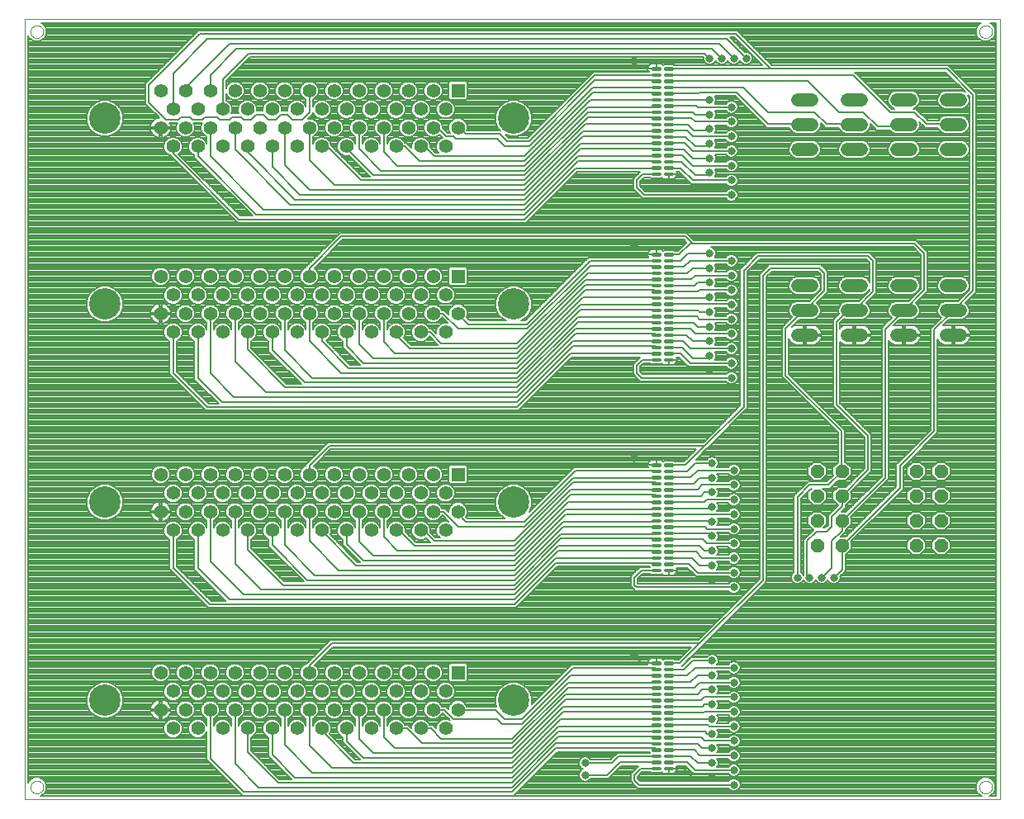
<source format=gtl>
G75*
%MOIN*%
%OFA0B0*%
%FSLAX24Y24*%
%IPPOS*%
%LPD*%
%AMOC8*
5,1,8,0,0,1.08239X$1,22.5*
%
%ADD10C,0.0000*%
%ADD11C,0.0540*%
%ADD12R,0.0551X0.0551*%
%ADD13C,0.0551*%
%ADD14C,0.1266*%
%ADD15C,0.0135*%
%ADD16OC8,0.0540*%
%ADD17C,0.0079*%
%ADD18C,0.0317*%
D10*
X000639Y001139D02*
X000639Y032635D01*
X040009Y032635D01*
X040009Y001139D01*
X000639Y001139D01*
X000883Y001639D02*
X000885Y001670D01*
X000891Y001701D01*
X000900Y001731D01*
X000913Y001760D01*
X000930Y001787D01*
X000950Y001811D01*
X000972Y001833D01*
X000998Y001852D01*
X001025Y001868D01*
X001054Y001880D01*
X001084Y001889D01*
X001115Y001894D01*
X001147Y001895D01*
X001178Y001892D01*
X001209Y001885D01*
X001239Y001875D01*
X001267Y001861D01*
X001293Y001843D01*
X001317Y001823D01*
X001338Y001799D01*
X001357Y001774D01*
X001372Y001746D01*
X001383Y001717D01*
X001391Y001686D01*
X001395Y001655D01*
X001395Y001623D01*
X001391Y001592D01*
X001383Y001561D01*
X001372Y001532D01*
X001357Y001504D01*
X001338Y001479D01*
X001317Y001455D01*
X001293Y001435D01*
X001267Y001417D01*
X001239Y001403D01*
X001209Y001393D01*
X001178Y001386D01*
X001147Y001383D01*
X001115Y001384D01*
X001084Y001389D01*
X001054Y001398D01*
X001025Y001410D01*
X000998Y001426D01*
X000972Y001445D01*
X000950Y001467D01*
X000930Y001491D01*
X000913Y001518D01*
X000900Y001547D01*
X000891Y001577D01*
X000885Y001608D01*
X000883Y001639D01*
X000883Y032139D02*
X000885Y032170D01*
X000891Y032201D01*
X000900Y032231D01*
X000913Y032260D01*
X000930Y032287D01*
X000950Y032311D01*
X000972Y032333D01*
X000998Y032352D01*
X001025Y032368D01*
X001054Y032380D01*
X001084Y032389D01*
X001115Y032394D01*
X001147Y032395D01*
X001178Y032392D01*
X001209Y032385D01*
X001239Y032375D01*
X001267Y032361D01*
X001293Y032343D01*
X001317Y032323D01*
X001338Y032299D01*
X001357Y032274D01*
X001372Y032246D01*
X001383Y032217D01*
X001391Y032186D01*
X001395Y032155D01*
X001395Y032123D01*
X001391Y032092D01*
X001383Y032061D01*
X001372Y032032D01*
X001357Y032004D01*
X001338Y031979D01*
X001317Y031955D01*
X001293Y031935D01*
X001267Y031917D01*
X001239Y031903D01*
X001209Y031893D01*
X001178Y031886D01*
X001147Y031883D01*
X001115Y031884D01*
X001084Y031889D01*
X001054Y031898D01*
X001025Y031910D01*
X000998Y031926D01*
X000972Y031945D01*
X000950Y031967D01*
X000930Y031991D01*
X000913Y032018D01*
X000900Y032047D01*
X000891Y032077D01*
X000885Y032108D01*
X000883Y032139D01*
X039183Y032139D02*
X039185Y032170D01*
X039191Y032201D01*
X039200Y032231D01*
X039213Y032260D01*
X039230Y032287D01*
X039250Y032311D01*
X039272Y032333D01*
X039298Y032352D01*
X039325Y032368D01*
X039354Y032380D01*
X039384Y032389D01*
X039415Y032394D01*
X039447Y032395D01*
X039478Y032392D01*
X039509Y032385D01*
X039539Y032375D01*
X039567Y032361D01*
X039593Y032343D01*
X039617Y032323D01*
X039638Y032299D01*
X039657Y032274D01*
X039672Y032246D01*
X039683Y032217D01*
X039691Y032186D01*
X039695Y032155D01*
X039695Y032123D01*
X039691Y032092D01*
X039683Y032061D01*
X039672Y032032D01*
X039657Y032004D01*
X039638Y031979D01*
X039617Y031955D01*
X039593Y031935D01*
X039567Y031917D01*
X039539Y031903D01*
X039509Y031893D01*
X039478Y031886D01*
X039447Y031883D01*
X039415Y031884D01*
X039384Y031889D01*
X039354Y031898D01*
X039325Y031910D01*
X039298Y031926D01*
X039272Y031945D01*
X039250Y031967D01*
X039230Y031991D01*
X039213Y032018D01*
X039200Y032047D01*
X039191Y032077D01*
X039185Y032108D01*
X039183Y032139D01*
X039183Y001639D02*
X039185Y001670D01*
X039191Y001701D01*
X039200Y001731D01*
X039213Y001760D01*
X039230Y001787D01*
X039250Y001811D01*
X039272Y001833D01*
X039298Y001852D01*
X039325Y001868D01*
X039354Y001880D01*
X039384Y001889D01*
X039415Y001894D01*
X039447Y001895D01*
X039478Y001892D01*
X039509Y001885D01*
X039539Y001875D01*
X039567Y001861D01*
X039593Y001843D01*
X039617Y001823D01*
X039638Y001799D01*
X039657Y001774D01*
X039672Y001746D01*
X039683Y001717D01*
X039691Y001686D01*
X039695Y001655D01*
X039695Y001623D01*
X039691Y001592D01*
X039683Y001561D01*
X039672Y001532D01*
X039657Y001504D01*
X039638Y001479D01*
X039617Y001455D01*
X039593Y001435D01*
X039567Y001417D01*
X039539Y001403D01*
X039509Y001393D01*
X039478Y001386D01*
X039447Y001383D01*
X039415Y001384D01*
X039384Y001389D01*
X039354Y001398D01*
X039325Y001410D01*
X039298Y001426D01*
X039272Y001445D01*
X039250Y001467D01*
X039230Y001491D01*
X039213Y001518D01*
X039200Y001547D01*
X039191Y001577D01*
X039185Y001608D01*
X039183Y001639D01*
D11*
X038409Y019889D02*
X037869Y019889D01*
X037869Y020889D02*
X038409Y020889D01*
X038409Y021889D02*
X037869Y021889D01*
X036409Y021889D02*
X035869Y021889D01*
X035869Y020889D02*
X036409Y020889D01*
X036409Y019889D02*
X035869Y019889D01*
X034409Y019889D02*
X033869Y019889D01*
X033869Y020889D02*
X034409Y020889D01*
X034409Y021889D02*
X033869Y021889D01*
X032409Y021889D02*
X031869Y021889D01*
X031869Y020889D02*
X032409Y020889D01*
X032409Y019889D02*
X031869Y019889D01*
X031869Y027389D02*
X032409Y027389D01*
X032409Y028389D02*
X031869Y028389D01*
X031869Y029389D02*
X032409Y029389D01*
X033869Y029389D02*
X034409Y029389D01*
X034409Y028389D02*
X033869Y028389D01*
X033869Y027389D02*
X034409Y027389D01*
X035869Y027389D02*
X036409Y027389D01*
X036409Y028389D02*
X035869Y028389D01*
X035869Y029389D02*
X036409Y029389D01*
X037869Y029389D02*
X038409Y029389D01*
X038409Y028389D02*
X037869Y028389D01*
X037869Y027389D02*
X038409Y027389D01*
D12*
X018139Y029764D03*
X018139Y022264D03*
X018139Y014264D03*
X018139Y006264D03*
D13*
X017639Y005510D03*
X018139Y004762D03*
X017639Y004008D03*
X017139Y004758D03*
X016639Y004008D03*
X016139Y004758D03*
X015639Y004008D03*
X015139Y004758D03*
X014639Y004008D03*
X014139Y004758D03*
X013639Y004008D03*
X013139Y004758D03*
X012639Y004008D03*
X012139Y004758D03*
X011639Y004008D03*
X011139Y004758D03*
X010639Y004008D03*
X010139Y004758D03*
X009639Y004008D03*
X009139Y004758D03*
X008639Y004008D03*
X008139Y004758D03*
X007639Y004008D03*
X007139Y004758D03*
X006639Y004008D03*
X006139Y004758D03*
X006639Y005508D03*
X006139Y006258D03*
X007139Y006258D03*
X007639Y005508D03*
X008139Y006258D03*
X008639Y005508D03*
X009139Y006258D03*
X009639Y005508D03*
X010139Y006258D03*
X010639Y005508D03*
X011139Y006258D03*
X011639Y005508D03*
X012139Y006258D03*
X012639Y005508D03*
X013139Y006258D03*
X013639Y005508D03*
X014139Y006258D03*
X014639Y005508D03*
X015139Y006258D03*
X015639Y005508D03*
X016139Y006258D03*
X016639Y005508D03*
X017139Y006258D03*
X016639Y012008D03*
X016139Y012758D03*
X015639Y012008D03*
X015139Y012758D03*
X014639Y012008D03*
X014139Y012758D03*
X013639Y012008D03*
X013139Y012758D03*
X012639Y012008D03*
X012139Y012758D03*
X011639Y012008D03*
X011139Y012758D03*
X010639Y012008D03*
X010139Y012758D03*
X009639Y012008D03*
X009139Y012758D03*
X008639Y012008D03*
X008139Y012758D03*
X007639Y012008D03*
X007139Y012758D03*
X006639Y012008D03*
X006139Y012758D03*
X006639Y013508D03*
X006139Y014258D03*
X007139Y014258D03*
X007639Y013508D03*
X008139Y014258D03*
X008639Y013508D03*
X009139Y014258D03*
X009639Y013508D03*
X010139Y014258D03*
X010639Y013508D03*
X011139Y014258D03*
X011639Y013508D03*
X012139Y014258D03*
X012639Y013508D03*
X013139Y014258D03*
X013639Y013508D03*
X014139Y014258D03*
X014639Y013508D03*
X015139Y014258D03*
X015639Y013508D03*
X016139Y014258D03*
X016639Y013508D03*
X017139Y012758D03*
X017639Y012008D03*
X018139Y012762D03*
X017639Y013510D03*
X017139Y014258D03*
X016639Y020008D03*
X016139Y020758D03*
X015639Y020008D03*
X015139Y020758D03*
X014639Y020008D03*
X014139Y020758D03*
X013639Y020008D03*
X013139Y020758D03*
X012639Y020008D03*
X012139Y020758D03*
X011639Y020008D03*
X011139Y020758D03*
X010639Y020008D03*
X010139Y020758D03*
X009639Y020008D03*
X009139Y020758D03*
X008639Y020008D03*
X008139Y020758D03*
X007639Y020008D03*
X007139Y020758D03*
X006639Y020008D03*
X006139Y020758D03*
X006639Y021508D03*
X006139Y022258D03*
X007139Y022258D03*
X007639Y021508D03*
X008139Y022258D03*
X008639Y021508D03*
X009139Y022258D03*
X009639Y021508D03*
X010139Y022258D03*
X010639Y021508D03*
X011139Y022258D03*
X011639Y021508D03*
X012139Y022258D03*
X012639Y021508D03*
X013139Y022258D03*
X013639Y021508D03*
X014139Y022258D03*
X014639Y021508D03*
X015139Y022258D03*
X015639Y021508D03*
X016139Y022258D03*
X016639Y021508D03*
X017139Y020758D03*
X017639Y020008D03*
X018139Y020762D03*
X017639Y021510D03*
X017139Y022258D03*
X016639Y027508D03*
X016139Y028258D03*
X015639Y027508D03*
X015139Y028258D03*
X014639Y027508D03*
X014139Y028258D03*
X013639Y027508D03*
X013139Y028258D03*
X012639Y027508D03*
X012139Y028258D03*
X011639Y027508D03*
X011139Y028258D03*
X010639Y027508D03*
X010139Y028258D03*
X009639Y027508D03*
X009139Y028258D03*
X008639Y027508D03*
X008139Y028258D03*
X007639Y027508D03*
X007139Y028258D03*
X006639Y027508D03*
X006139Y028258D03*
X006639Y029008D03*
X006139Y029758D03*
X007139Y029758D03*
X007639Y029008D03*
X008139Y029758D03*
X008639Y029008D03*
X009139Y029758D03*
X009639Y029008D03*
X010139Y029758D03*
X010639Y029008D03*
X011139Y029758D03*
X011639Y029008D03*
X012139Y029758D03*
X012639Y029008D03*
X013139Y029758D03*
X013639Y029008D03*
X014139Y029758D03*
X014639Y029008D03*
X015139Y029758D03*
X015639Y029008D03*
X016139Y029758D03*
X016639Y029008D03*
X017139Y029758D03*
X017639Y029010D03*
X018139Y028262D03*
X017639Y027508D03*
X017139Y028258D03*
D14*
X020389Y028639D03*
X020389Y021139D03*
X020389Y013139D03*
X020389Y005139D03*
X003889Y005139D03*
X003889Y013139D03*
X003889Y021139D03*
X003889Y028639D03*
D15*
X026006Y028631D02*
X026006Y028647D01*
X026272Y028647D01*
X026272Y028631D01*
X026006Y028631D01*
X026006Y028397D02*
X026006Y028381D01*
X026006Y028397D02*
X026272Y028397D01*
X026272Y028381D01*
X026006Y028381D01*
X026006Y028147D02*
X026006Y028131D01*
X026006Y028147D02*
X026272Y028147D01*
X026272Y028131D01*
X026006Y028131D01*
X026006Y027897D02*
X026006Y027881D01*
X026006Y027897D02*
X026272Y027897D01*
X026272Y027881D01*
X026006Y027881D01*
X026006Y027647D02*
X026006Y027631D01*
X026006Y027647D02*
X026272Y027647D01*
X026272Y027631D01*
X026006Y027631D01*
X026006Y027397D02*
X026006Y027381D01*
X026006Y027397D02*
X026272Y027397D01*
X026272Y027381D01*
X026006Y027381D01*
X026006Y027147D02*
X026006Y027131D01*
X026006Y027147D02*
X026272Y027147D01*
X026272Y027131D01*
X026006Y027131D01*
X026006Y026897D02*
X026006Y026881D01*
X026006Y026897D02*
X026272Y026897D01*
X026272Y026881D01*
X026006Y026881D01*
X026006Y026647D02*
X026006Y026631D01*
X026006Y026647D02*
X026272Y026647D01*
X026272Y026631D01*
X026006Y026631D01*
X026006Y026397D02*
X026006Y026381D01*
X026006Y026397D02*
X026272Y026397D01*
X026272Y026381D01*
X026006Y026381D01*
X026506Y026381D02*
X026506Y026397D01*
X026772Y026397D01*
X026772Y026381D01*
X026506Y026381D01*
X026506Y026631D02*
X026506Y026647D01*
X026772Y026647D01*
X026772Y026631D01*
X026506Y026631D01*
X026506Y026881D02*
X026506Y026897D01*
X026772Y026897D01*
X026772Y026881D01*
X026506Y026881D01*
X026506Y027131D02*
X026506Y027147D01*
X026772Y027147D01*
X026772Y027131D01*
X026506Y027131D01*
X026506Y027381D02*
X026506Y027397D01*
X026772Y027397D01*
X026772Y027381D01*
X026506Y027381D01*
X026506Y027631D02*
X026506Y027647D01*
X026772Y027647D01*
X026772Y027631D01*
X026506Y027631D01*
X026506Y027881D02*
X026506Y027897D01*
X026772Y027897D01*
X026772Y027881D01*
X026506Y027881D01*
X026506Y028131D02*
X026506Y028147D01*
X026772Y028147D01*
X026772Y028131D01*
X026506Y028131D01*
X026506Y028381D02*
X026506Y028397D01*
X026772Y028397D01*
X026772Y028381D01*
X026506Y028381D01*
X026506Y028631D02*
X026506Y028647D01*
X026772Y028647D01*
X026772Y028631D01*
X026506Y028631D01*
X026506Y028881D02*
X026506Y028897D01*
X026772Y028897D01*
X026772Y028881D01*
X026506Y028881D01*
X026506Y029131D02*
X026506Y029147D01*
X026772Y029147D01*
X026772Y029131D01*
X026506Y029131D01*
X026506Y029381D02*
X026506Y029397D01*
X026772Y029397D01*
X026772Y029381D01*
X026506Y029381D01*
X026506Y029631D02*
X026506Y029647D01*
X026772Y029647D01*
X026772Y029631D01*
X026506Y029631D01*
X026506Y029881D02*
X026506Y029897D01*
X026772Y029897D01*
X026772Y029881D01*
X026506Y029881D01*
X026506Y030131D02*
X026506Y030147D01*
X026772Y030147D01*
X026772Y030131D01*
X026506Y030131D01*
X026506Y030381D02*
X026506Y030397D01*
X026772Y030397D01*
X026772Y030381D01*
X026506Y030381D01*
X026506Y030631D02*
X026506Y030647D01*
X026772Y030647D01*
X026772Y030631D01*
X026506Y030631D01*
X026006Y030631D02*
X026006Y030647D01*
X026272Y030647D01*
X026272Y030631D01*
X026006Y030631D01*
X026006Y030397D02*
X026006Y030381D01*
X026006Y030397D02*
X026272Y030397D01*
X026272Y030381D01*
X026006Y030381D01*
X026006Y030147D02*
X026006Y030131D01*
X026006Y030147D02*
X026272Y030147D01*
X026272Y030131D01*
X026006Y030131D01*
X026006Y029897D02*
X026006Y029881D01*
X026006Y029897D02*
X026272Y029897D01*
X026272Y029881D01*
X026006Y029881D01*
X026006Y029647D02*
X026006Y029631D01*
X026006Y029647D02*
X026272Y029647D01*
X026272Y029631D01*
X026006Y029631D01*
X026006Y029397D02*
X026006Y029381D01*
X026006Y029397D02*
X026272Y029397D01*
X026272Y029381D01*
X026006Y029381D01*
X026006Y029147D02*
X026006Y029131D01*
X026006Y029147D02*
X026272Y029147D01*
X026272Y029131D01*
X026006Y029131D01*
X026006Y028897D02*
X026006Y028881D01*
X026006Y028897D02*
X026272Y028897D01*
X026272Y028881D01*
X026006Y028881D01*
X026006Y023147D02*
X026006Y023131D01*
X026006Y023147D02*
X026272Y023147D01*
X026272Y023131D01*
X026006Y023131D01*
X026006Y022897D02*
X026006Y022881D01*
X026006Y022897D02*
X026272Y022897D01*
X026272Y022881D01*
X026006Y022881D01*
X026006Y022647D02*
X026006Y022631D01*
X026006Y022647D02*
X026272Y022647D01*
X026272Y022631D01*
X026006Y022631D01*
X026006Y022397D02*
X026006Y022381D01*
X026006Y022397D02*
X026272Y022397D01*
X026272Y022381D01*
X026006Y022381D01*
X026006Y022147D02*
X026006Y022131D01*
X026006Y022147D02*
X026272Y022147D01*
X026272Y022131D01*
X026006Y022131D01*
X026006Y021897D02*
X026006Y021881D01*
X026006Y021897D02*
X026272Y021897D01*
X026272Y021881D01*
X026006Y021881D01*
X026006Y021647D02*
X026006Y021631D01*
X026006Y021647D02*
X026272Y021647D01*
X026272Y021631D01*
X026006Y021631D01*
X026006Y021397D02*
X026006Y021381D01*
X026006Y021397D02*
X026272Y021397D01*
X026272Y021381D01*
X026006Y021381D01*
X026006Y021147D02*
X026006Y021131D01*
X026006Y021147D02*
X026272Y021147D01*
X026272Y021131D01*
X026006Y021131D01*
X026006Y020897D02*
X026006Y020881D01*
X026006Y020897D02*
X026272Y020897D01*
X026272Y020881D01*
X026006Y020881D01*
X026006Y020647D02*
X026006Y020631D01*
X026006Y020647D02*
X026272Y020647D01*
X026272Y020631D01*
X026006Y020631D01*
X026006Y020397D02*
X026006Y020381D01*
X026006Y020397D02*
X026272Y020397D01*
X026272Y020381D01*
X026006Y020381D01*
X026006Y020147D02*
X026006Y020131D01*
X026006Y020147D02*
X026272Y020147D01*
X026272Y020131D01*
X026006Y020131D01*
X026006Y019897D02*
X026006Y019881D01*
X026006Y019897D02*
X026272Y019897D01*
X026272Y019881D01*
X026006Y019881D01*
X026006Y019647D02*
X026006Y019631D01*
X026006Y019647D02*
X026272Y019647D01*
X026272Y019631D01*
X026006Y019631D01*
X026006Y019397D02*
X026006Y019381D01*
X026006Y019397D02*
X026272Y019397D01*
X026272Y019381D01*
X026006Y019381D01*
X026006Y019147D02*
X026006Y019131D01*
X026006Y019147D02*
X026272Y019147D01*
X026272Y019131D01*
X026006Y019131D01*
X026006Y018897D02*
X026006Y018881D01*
X026006Y018897D02*
X026272Y018897D01*
X026272Y018881D01*
X026006Y018881D01*
X026506Y018881D02*
X026506Y018897D01*
X026772Y018897D01*
X026772Y018881D01*
X026506Y018881D01*
X026506Y019131D02*
X026506Y019147D01*
X026772Y019147D01*
X026772Y019131D01*
X026506Y019131D01*
X026506Y019381D02*
X026506Y019397D01*
X026772Y019397D01*
X026772Y019381D01*
X026506Y019381D01*
X026506Y019631D02*
X026506Y019647D01*
X026772Y019647D01*
X026772Y019631D01*
X026506Y019631D01*
X026506Y019881D02*
X026506Y019897D01*
X026772Y019897D01*
X026772Y019881D01*
X026506Y019881D01*
X026506Y020131D02*
X026506Y020147D01*
X026772Y020147D01*
X026772Y020131D01*
X026506Y020131D01*
X026506Y020381D02*
X026506Y020397D01*
X026772Y020397D01*
X026772Y020381D01*
X026506Y020381D01*
X026506Y020631D02*
X026506Y020647D01*
X026772Y020647D01*
X026772Y020631D01*
X026506Y020631D01*
X026506Y020881D02*
X026506Y020897D01*
X026772Y020897D01*
X026772Y020881D01*
X026506Y020881D01*
X026506Y021131D02*
X026506Y021147D01*
X026772Y021147D01*
X026772Y021131D01*
X026506Y021131D01*
X026506Y021381D02*
X026506Y021397D01*
X026772Y021397D01*
X026772Y021381D01*
X026506Y021381D01*
X026506Y021631D02*
X026506Y021647D01*
X026772Y021647D01*
X026772Y021631D01*
X026506Y021631D01*
X026506Y021881D02*
X026506Y021897D01*
X026772Y021897D01*
X026772Y021881D01*
X026506Y021881D01*
X026506Y022131D02*
X026506Y022147D01*
X026772Y022147D01*
X026772Y022131D01*
X026506Y022131D01*
X026506Y022381D02*
X026506Y022397D01*
X026772Y022397D01*
X026772Y022381D01*
X026506Y022381D01*
X026506Y022631D02*
X026506Y022647D01*
X026772Y022647D01*
X026772Y022631D01*
X026506Y022631D01*
X026506Y022881D02*
X026506Y022897D01*
X026772Y022897D01*
X026772Y022881D01*
X026506Y022881D01*
X026506Y023131D02*
X026506Y023147D01*
X026772Y023147D01*
X026772Y023131D01*
X026506Y023131D01*
X026506Y014647D02*
X026506Y014631D01*
X026506Y014647D02*
X026772Y014647D01*
X026772Y014631D01*
X026506Y014631D01*
X026506Y014397D02*
X026506Y014381D01*
X026506Y014397D02*
X026772Y014397D01*
X026772Y014381D01*
X026506Y014381D01*
X026506Y014147D02*
X026506Y014131D01*
X026506Y014147D02*
X026772Y014147D01*
X026772Y014131D01*
X026506Y014131D01*
X026506Y013897D02*
X026506Y013881D01*
X026506Y013897D02*
X026772Y013897D01*
X026772Y013881D01*
X026506Y013881D01*
X026506Y013647D02*
X026506Y013631D01*
X026506Y013647D02*
X026772Y013647D01*
X026772Y013631D01*
X026506Y013631D01*
X026506Y013397D02*
X026506Y013381D01*
X026506Y013397D02*
X026772Y013397D01*
X026772Y013381D01*
X026506Y013381D01*
X026506Y013147D02*
X026506Y013131D01*
X026506Y013147D02*
X026772Y013147D01*
X026772Y013131D01*
X026506Y013131D01*
X026506Y012897D02*
X026506Y012881D01*
X026506Y012897D02*
X026772Y012897D01*
X026772Y012881D01*
X026506Y012881D01*
X026506Y012647D02*
X026506Y012631D01*
X026506Y012647D02*
X026772Y012647D01*
X026772Y012631D01*
X026506Y012631D01*
X026506Y012397D02*
X026506Y012381D01*
X026506Y012397D02*
X026772Y012397D01*
X026772Y012381D01*
X026506Y012381D01*
X026506Y012147D02*
X026506Y012131D01*
X026506Y012147D02*
X026772Y012147D01*
X026772Y012131D01*
X026506Y012131D01*
X026506Y011897D02*
X026506Y011881D01*
X026506Y011897D02*
X026772Y011897D01*
X026772Y011881D01*
X026506Y011881D01*
X026506Y011647D02*
X026506Y011631D01*
X026506Y011647D02*
X026772Y011647D01*
X026772Y011631D01*
X026506Y011631D01*
X026506Y011397D02*
X026506Y011381D01*
X026506Y011397D02*
X026772Y011397D01*
X026772Y011381D01*
X026506Y011381D01*
X026506Y011147D02*
X026506Y011131D01*
X026506Y011147D02*
X026772Y011147D01*
X026772Y011131D01*
X026506Y011131D01*
X026506Y010897D02*
X026506Y010881D01*
X026506Y010897D02*
X026772Y010897D01*
X026772Y010881D01*
X026506Y010881D01*
X026506Y010647D02*
X026506Y010631D01*
X026506Y010647D02*
X026772Y010647D01*
X026772Y010631D01*
X026506Y010631D01*
X026506Y010397D02*
X026506Y010381D01*
X026506Y010397D02*
X026772Y010397D01*
X026772Y010381D01*
X026506Y010381D01*
X026006Y010381D02*
X026006Y010397D01*
X026272Y010397D01*
X026272Y010381D01*
X026006Y010381D01*
X026006Y010631D02*
X026006Y010647D01*
X026272Y010647D01*
X026272Y010631D01*
X026006Y010631D01*
X026006Y010881D02*
X026006Y010897D01*
X026272Y010897D01*
X026272Y010881D01*
X026006Y010881D01*
X026006Y011131D02*
X026006Y011147D01*
X026272Y011147D01*
X026272Y011131D01*
X026006Y011131D01*
X026006Y011381D02*
X026006Y011397D01*
X026272Y011397D01*
X026272Y011381D01*
X026006Y011381D01*
X026006Y011631D02*
X026006Y011647D01*
X026272Y011647D01*
X026272Y011631D01*
X026006Y011631D01*
X026006Y011881D02*
X026006Y011897D01*
X026272Y011897D01*
X026272Y011881D01*
X026006Y011881D01*
X026006Y012131D02*
X026006Y012147D01*
X026272Y012147D01*
X026272Y012131D01*
X026006Y012131D01*
X026006Y012381D02*
X026006Y012397D01*
X026272Y012397D01*
X026272Y012381D01*
X026006Y012381D01*
X026006Y012631D02*
X026006Y012647D01*
X026272Y012647D01*
X026272Y012631D01*
X026006Y012631D01*
X026006Y012881D02*
X026006Y012897D01*
X026272Y012897D01*
X026272Y012881D01*
X026006Y012881D01*
X026006Y013131D02*
X026006Y013147D01*
X026272Y013147D01*
X026272Y013131D01*
X026006Y013131D01*
X026006Y013381D02*
X026006Y013397D01*
X026272Y013397D01*
X026272Y013381D01*
X026006Y013381D01*
X026006Y013631D02*
X026006Y013647D01*
X026272Y013647D01*
X026272Y013631D01*
X026006Y013631D01*
X026006Y013881D02*
X026006Y013897D01*
X026272Y013897D01*
X026272Y013881D01*
X026006Y013881D01*
X026006Y014131D02*
X026006Y014147D01*
X026272Y014147D01*
X026272Y014131D01*
X026006Y014131D01*
X026006Y014381D02*
X026006Y014397D01*
X026272Y014397D01*
X026272Y014381D01*
X026006Y014381D01*
X026006Y014631D02*
X026006Y014647D01*
X026272Y014647D01*
X026272Y014631D01*
X026006Y014631D01*
X026006Y006647D02*
X026006Y006631D01*
X026006Y006647D02*
X026272Y006647D01*
X026272Y006631D01*
X026006Y006631D01*
X026006Y006397D02*
X026006Y006381D01*
X026006Y006397D02*
X026272Y006397D01*
X026272Y006381D01*
X026006Y006381D01*
X026006Y006147D02*
X026006Y006131D01*
X026006Y006147D02*
X026272Y006147D01*
X026272Y006131D01*
X026006Y006131D01*
X026006Y005897D02*
X026006Y005881D01*
X026006Y005897D02*
X026272Y005897D01*
X026272Y005881D01*
X026006Y005881D01*
X026006Y005647D02*
X026006Y005631D01*
X026006Y005647D02*
X026272Y005647D01*
X026272Y005631D01*
X026006Y005631D01*
X026006Y005397D02*
X026006Y005381D01*
X026006Y005397D02*
X026272Y005397D01*
X026272Y005381D01*
X026006Y005381D01*
X026006Y005147D02*
X026006Y005131D01*
X026006Y005147D02*
X026272Y005147D01*
X026272Y005131D01*
X026006Y005131D01*
X026006Y004897D02*
X026006Y004881D01*
X026006Y004897D02*
X026272Y004897D01*
X026272Y004881D01*
X026006Y004881D01*
X026006Y004647D02*
X026006Y004631D01*
X026006Y004647D02*
X026272Y004647D01*
X026272Y004631D01*
X026006Y004631D01*
X026006Y004397D02*
X026006Y004381D01*
X026006Y004397D02*
X026272Y004397D01*
X026272Y004381D01*
X026006Y004381D01*
X026006Y004147D02*
X026006Y004131D01*
X026006Y004147D02*
X026272Y004147D01*
X026272Y004131D01*
X026006Y004131D01*
X026006Y003897D02*
X026006Y003881D01*
X026006Y003897D02*
X026272Y003897D01*
X026272Y003881D01*
X026006Y003881D01*
X026006Y003647D02*
X026006Y003631D01*
X026006Y003647D02*
X026272Y003647D01*
X026272Y003631D01*
X026006Y003631D01*
X026006Y003397D02*
X026006Y003381D01*
X026006Y003397D02*
X026272Y003397D01*
X026272Y003381D01*
X026006Y003381D01*
X026006Y003147D02*
X026006Y003131D01*
X026006Y003147D02*
X026272Y003147D01*
X026272Y003131D01*
X026006Y003131D01*
X026006Y002897D02*
X026006Y002881D01*
X026006Y002897D02*
X026272Y002897D01*
X026272Y002881D01*
X026006Y002881D01*
X026006Y002647D02*
X026006Y002631D01*
X026006Y002647D02*
X026272Y002647D01*
X026272Y002631D01*
X026006Y002631D01*
X026006Y002397D02*
X026006Y002381D01*
X026006Y002397D02*
X026272Y002397D01*
X026272Y002381D01*
X026006Y002381D01*
X026506Y002381D02*
X026506Y002397D01*
X026772Y002397D01*
X026772Y002381D01*
X026506Y002381D01*
X026506Y002631D02*
X026506Y002647D01*
X026772Y002647D01*
X026772Y002631D01*
X026506Y002631D01*
X026506Y002881D02*
X026506Y002897D01*
X026772Y002897D01*
X026772Y002881D01*
X026506Y002881D01*
X026506Y003131D02*
X026506Y003147D01*
X026772Y003147D01*
X026772Y003131D01*
X026506Y003131D01*
X026506Y003381D02*
X026506Y003397D01*
X026772Y003397D01*
X026772Y003381D01*
X026506Y003381D01*
X026506Y003631D02*
X026506Y003647D01*
X026772Y003647D01*
X026772Y003631D01*
X026506Y003631D01*
X026506Y003881D02*
X026506Y003897D01*
X026772Y003897D01*
X026772Y003881D01*
X026506Y003881D01*
X026506Y004131D02*
X026506Y004147D01*
X026772Y004147D01*
X026772Y004131D01*
X026506Y004131D01*
X026506Y004381D02*
X026506Y004397D01*
X026772Y004397D01*
X026772Y004381D01*
X026506Y004381D01*
X026506Y004631D02*
X026506Y004647D01*
X026772Y004647D01*
X026772Y004631D01*
X026506Y004631D01*
X026506Y004881D02*
X026506Y004897D01*
X026772Y004897D01*
X026772Y004881D01*
X026506Y004881D01*
X026506Y005131D02*
X026506Y005147D01*
X026772Y005147D01*
X026772Y005131D01*
X026506Y005131D01*
X026506Y005381D02*
X026506Y005397D01*
X026772Y005397D01*
X026772Y005381D01*
X026506Y005381D01*
X026506Y005631D02*
X026506Y005647D01*
X026772Y005647D01*
X026772Y005631D01*
X026506Y005631D01*
X026506Y005881D02*
X026506Y005897D01*
X026772Y005897D01*
X026772Y005881D01*
X026506Y005881D01*
X026506Y006131D02*
X026506Y006147D01*
X026772Y006147D01*
X026772Y006131D01*
X026506Y006131D01*
X026506Y006381D02*
X026506Y006397D01*
X026772Y006397D01*
X026772Y006381D01*
X026506Y006381D01*
X026506Y006631D02*
X026506Y006647D01*
X026772Y006647D01*
X026772Y006631D01*
X026506Y006631D01*
D16*
X032639Y011389D03*
X033639Y011389D03*
X033639Y012389D03*
X032639Y012389D03*
X032639Y013389D03*
X033639Y013389D03*
X033639Y014389D03*
X032639Y014389D03*
X036639Y014389D03*
X036639Y013389D03*
X036639Y012389D03*
X036639Y011389D03*
X037639Y011389D03*
X037639Y012389D03*
X037639Y013389D03*
X037639Y014389D03*
D17*
X037391Y014116D02*
X036888Y014116D01*
X036965Y014193D02*
X037313Y014193D01*
X037270Y014236D02*
X037486Y014020D01*
X037792Y014020D01*
X038009Y014236D01*
X038009Y014542D01*
X037792Y014759D01*
X037486Y014759D01*
X037270Y014542D01*
X037270Y014236D01*
X037270Y014270D02*
X037009Y014270D01*
X037009Y014236D02*
X036792Y014020D01*
X036486Y014020D01*
X036270Y014236D01*
X036270Y014542D01*
X036486Y014759D01*
X036792Y014759D01*
X037009Y014542D01*
X037009Y014236D01*
X037009Y014347D02*
X037270Y014347D01*
X037270Y014425D02*
X037009Y014425D01*
X037009Y014502D02*
X037270Y014502D01*
X037307Y014579D02*
X036972Y014579D01*
X036895Y014656D02*
X037384Y014656D01*
X037461Y014734D02*
X036817Y014734D01*
X036461Y014734D02*
X036280Y014734D01*
X036358Y014811D02*
X039870Y014811D01*
X039870Y014888D02*
X036435Y014888D01*
X036512Y014965D02*
X039870Y014965D01*
X039870Y015043D02*
X036589Y015043D01*
X036666Y015120D02*
X039870Y015120D01*
X039870Y015197D02*
X036744Y015197D01*
X036821Y015274D02*
X039870Y015274D01*
X039870Y015352D02*
X036898Y015352D01*
X036975Y015429D02*
X039870Y015429D01*
X039870Y015506D02*
X037053Y015506D01*
X037130Y015583D02*
X039870Y015583D01*
X039870Y015661D02*
X037207Y015661D01*
X037284Y015738D02*
X039870Y015738D01*
X039870Y015815D02*
X037362Y015815D01*
X037439Y015892D02*
X039870Y015892D01*
X039870Y015970D02*
X037491Y015970D01*
X037491Y015944D02*
X037491Y019731D01*
X037519Y019675D01*
X037557Y019623D01*
X037603Y019577D01*
X037655Y019539D01*
X037712Y019510D01*
X037774Y019490D01*
X037837Y019480D01*
X038100Y019480D01*
X038100Y019850D01*
X038179Y019850D01*
X038179Y019929D01*
X038100Y019929D01*
X038100Y020299D01*
X037837Y020299D01*
X037774Y020289D01*
X037716Y020270D01*
X037966Y020520D01*
X038483Y020520D01*
X038619Y020576D01*
X038723Y020680D01*
X038779Y020816D01*
X038779Y020963D01*
X038723Y021099D01*
X038634Y021187D01*
X038984Y021538D01*
X038984Y021538D01*
X039066Y021619D01*
X039066Y029642D01*
X038984Y029723D01*
X037929Y030778D01*
X030815Y030778D01*
X029409Y032184D01*
X007669Y032184D01*
X007587Y032102D01*
X005520Y030035D01*
X005520Y029232D01*
X005602Y029150D01*
X006082Y028670D01*
X006042Y028663D01*
X005980Y028643D01*
X005922Y028613D01*
X005869Y028575D01*
X005823Y028529D01*
X005784Y028476D01*
X005755Y028418D01*
X005735Y028356D01*
X005725Y028298D01*
X006100Y028298D01*
X006100Y028219D01*
X006179Y028219D01*
X006179Y028298D01*
X006553Y028298D01*
X006544Y028356D01*
X006524Y028418D01*
X006502Y028461D01*
X006818Y028461D01*
X006764Y028333D01*
X006764Y028184D01*
X006821Y028046D01*
X006927Y027941D01*
X007065Y027884D01*
X007214Y027884D01*
X007352Y027941D01*
X007457Y028046D01*
X007514Y028184D01*
X007514Y028333D01*
X007461Y028461D01*
X007818Y028461D01*
X007764Y028333D01*
X007764Y028184D01*
X007821Y028046D01*
X007927Y027941D01*
X008001Y027910D01*
X008001Y027616D01*
X007957Y027721D01*
X007852Y027826D01*
X007714Y027883D01*
X007565Y027883D01*
X007427Y027826D01*
X007321Y027721D01*
X007264Y027583D01*
X007264Y027434D01*
X007321Y027296D01*
X007427Y027191D01*
X007501Y027160D01*
X007501Y027054D01*
X009851Y024704D01*
X009852Y024703D01*
X009358Y024703D01*
X006861Y027200D01*
X006957Y027296D01*
X007014Y027434D01*
X007014Y027583D01*
X006957Y027721D01*
X006852Y027826D01*
X006714Y027883D01*
X006565Y027883D01*
X006427Y027826D01*
X006321Y027721D01*
X006264Y027583D01*
X006264Y027434D01*
X006321Y027296D01*
X006427Y027191D01*
X006515Y027154D01*
X009162Y024507D01*
X009243Y024426D01*
X020874Y024426D01*
X022941Y026493D01*
X025501Y026493D01*
X025287Y026278D01*
X025205Y026197D01*
X025205Y025787D01*
X025582Y025410D01*
X028961Y025410D01*
X028964Y025403D01*
X029037Y025330D01*
X029131Y025291D01*
X029234Y025291D01*
X029329Y025330D01*
X029401Y025403D01*
X029440Y025498D01*
X029440Y025600D01*
X029401Y025695D01*
X029329Y025767D01*
X029234Y025807D01*
X029131Y025807D01*
X029037Y025767D01*
X028964Y025695D01*
X028961Y025688D01*
X025697Y025688D01*
X025483Y025902D01*
X025483Y026082D01*
X025652Y026251D01*
X025902Y026251D01*
X025938Y026215D01*
X026341Y026215D01*
X026361Y026235D01*
X026380Y026216D01*
X026427Y026189D01*
X026480Y026175D01*
X026639Y026175D01*
X026639Y026389D01*
X026639Y026389D01*
X026639Y026175D01*
X026799Y026175D01*
X026852Y026189D01*
X026899Y026216D01*
X026937Y026255D01*
X026965Y026302D01*
X026979Y026355D01*
X026979Y026389D01*
X026639Y026389D01*
X026639Y026389D01*
X026979Y026389D01*
X026979Y026424D01*
X026965Y026477D01*
X026955Y026493D01*
X027058Y026493D01*
X027550Y026001D01*
X028961Y026001D01*
X028964Y025993D01*
X029037Y025921D01*
X029131Y025882D01*
X029234Y025882D01*
X029329Y025921D01*
X029401Y025993D01*
X029440Y026088D01*
X038788Y026088D01*
X038788Y026011D02*
X029408Y026011D01*
X029440Y026088D02*
X029440Y026191D01*
X029401Y026285D01*
X029329Y026358D01*
X029234Y026397D01*
X029131Y026397D01*
X028555Y026397D01*
X028555Y026383D02*
X028555Y026486D01*
X028515Y026581D01*
X028505Y026591D01*
X028961Y026591D01*
X028964Y026584D01*
X029037Y026511D01*
X029131Y026472D01*
X029234Y026472D01*
X029329Y026511D01*
X029401Y026584D01*
X029440Y026679D01*
X029440Y026781D01*
X029401Y026876D01*
X029329Y026948D01*
X029234Y026988D01*
X029131Y026988D01*
X029037Y026948D01*
X028964Y026876D01*
X028961Y026869D01*
X028505Y026869D01*
X028515Y026879D01*
X028555Y026974D01*
X028555Y027076D01*
X028515Y027171D01*
X028505Y027182D01*
X028961Y027182D01*
X028964Y027174D01*
X029037Y027102D01*
X029131Y027063D01*
X029234Y027063D01*
X029329Y027102D01*
X029401Y027174D01*
X029440Y027269D01*
X029440Y027372D01*
X029401Y027467D01*
X029329Y027539D01*
X029234Y027578D01*
X029131Y027578D01*
X029037Y027539D01*
X028964Y027467D01*
X028961Y027459D01*
X028505Y027459D01*
X028515Y027470D01*
X028555Y027564D01*
X028555Y027667D01*
X028515Y027762D01*
X028505Y027772D01*
X028961Y027772D01*
X028964Y027765D01*
X029037Y027692D01*
X029131Y027653D01*
X029234Y027653D01*
X029329Y027692D01*
X029401Y027765D01*
X029440Y027860D01*
X029440Y027962D01*
X029401Y028057D01*
X029329Y028130D01*
X029234Y028169D01*
X029131Y028169D01*
X029037Y028130D01*
X028964Y028057D01*
X028961Y028050D01*
X028505Y028050D01*
X028515Y028060D01*
X028555Y028155D01*
X028555Y028258D01*
X028515Y028352D01*
X028505Y028363D01*
X028961Y028363D01*
X028964Y028356D01*
X029037Y028283D01*
X029131Y028244D01*
X029234Y028244D01*
X029329Y028283D01*
X029401Y028356D01*
X029440Y028450D01*
X029440Y028553D01*
X029401Y028648D01*
X029329Y028720D01*
X029234Y028759D01*
X029131Y028759D01*
X029037Y028720D01*
X028964Y028648D01*
X028961Y028640D01*
X028505Y028640D01*
X028515Y028651D01*
X028555Y028746D01*
X028555Y028848D01*
X028515Y028943D01*
X028505Y028953D01*
X028961Y028953D01*
X028964Y028946D01*
X029037Y028874D01*
X029131Y028834D01*
X029234Y028834D01*
X029329Y028874D01*
X029401Y028946D01*
X029920Y028946D01*
X029843Y029023D02*
X029433Y029023D01*
X029440Y029041D02*
X029440Y029143D01*
X029401Y029238D01*
X029329Y029311D01*
X029234Y029350D01*
X029131Y029350D01*
X029037Y029311D01*
X028964Y029238D01*
X028961Y029231D01*
X028505Y029231D01*
X028515Y029241D01*
X028555Y029336D01*
X028555Y029439D01*
X028515Y029533D01*
X028505Y029544D01*
X029322Y029544D01*
X030520Y028346D01*
X030602Y028264D01*
X031521Y028264D01*
X031556Y028180D01*
X031660Y028076D01*
X031796Y028020D01*
X032483Y028020D01*
X032619Y028076D01*
X032723Y028180D01*
X032779Y028316D01*
X032779Y028449D01*
X032883Y028346D01*
X032964Y028264D01*
X033521Y028264D01*
X033556Y028180D01*
X033660Y028076D01*
X033796Y028020D01*
X034483Y028020D01*
X034619Y028076D01*
X034723Y028180D01*
X034779Y028316D01*
X034779Y028418D01*
X034949Y028247D01*
X035031Y028166D01*
X035570Y028166D01*
X035660Y028076D01*
X035796Y028020D01*
X036483Y028020D01*
X036619Y028076D01*
X036723Y028180D01*
X036779Y028316D01*
X036779Y028463D01*
X036763Y028500D01*
X036918Y028346D01*
X036999Y028264D01*
X037521Y028264D01*
X037556Y028180D01*
X037660Y028076D01*
X037796Y028020D01*
X038483Y028020D01*
X038619Y028076D01*
X038723Y028180D01*
X038779Y028316D01*
X038779Y028463D01*
X038723Y028599D01*
X038619Y028703D01*
X038483Y028759D01*
X037796Y028759D01*
X037660Y028703D01*
X037556Y028599D01*
X037533Y028542D01*
X037114Y028542D01*
X036622Y029034D01*
X036517Y029034D01*
X036619Y029076D01*
X036723Y029180D01*
X036779Y029316D01*
X036779Y029463D01*
X036723Y029599D01*
X036619Y029703D01*
X036483Y029759D01*
X035796Y029759D01*
X035660Y029703D01*
X035556Y029599D01*
X035500Y029463D01*
X035500Y029316D01*
X035556Y029180D01*
X035660Y029076D01*
X035762Y029034D01*
X035638Y029034D01*
X034292Y030380D01*
X034171Y030501D01*
X037814Y030501D01*
X038608Y029707D01*
X038483Y029759D01*
X037796Y029759D01*
X037660Y029703D01*
X037556Y029599D01*
X037500Y029463D01*
X037500Y029316D01*
X037556Y029180D01*
X037660Y029076D01*
X037796Y029020D01*
X038483Y029020D01*
X038619Y029076D01*
X038723Y029180D01*
X038779Y029316D01*
X038779Y029463D01*
X038727Y029588D01*
X038788Y029527D01*
X038788Y021734D01*
X038313Y021259D01*
X037796Y021259D01*
X037660Y021203D01*
X037556Y021099D01*
X037500Y020963D01*
X037500Y020816D01*
X037556Y020680D01*
X037645Y020591D01*
X037213Y020159D01*
X037213Y016059D01*
X035917Y014762D01*
X035917Y014762D01*
X035835Y014681D01*
X035835Y013781D01*
X033802Y011749D01*
X033792Y011759D01*
X033601Y011759D01*
X033778Y011936D01*
X033778Y012020D01*
X033792Y012020D01*
X034009Y012236D01*
X034009Y012542D01*
X033999Y012552D01*
X035522Y014076D01*
X035522Y019671D01*
X035557Y019623D01*
X035603Y019577D01*
X035655Y019539D01*
X035712Y019510D01*
X035774Y019490D01*
X035837Y019480D01*
X036100Y019480D01*
X036100Y019850D01*
X036179Y019850D01*
X036179Y019929D01*
X036100Y019929D01*
X036100Y020299D01*
X035837Y020299D01*
X035774Y020289D01*
X035716Y020270D01*
X035966Y020520D01*
X036483Y020520D01*
X036619Y020576D01*
X036723Y020680D01*
X036779Y020816D01*
X036779Y020963D01*
X036723Y021099D01*
X036634Y021187D01*
X037097Y021651D01*
X037097Y023244D01*
X037016Y023325D01*
X036622Y023719D01*
X027665Y023719D01*
X027370Y024014D01*
X013377Y024014D01*
X013296Y023933D01*
X012001Y022638D01*
X012001Y022607D01*
X011927Y022576D01*
X011821Y022471D01*
X011764Y022333D01*
X011764Y022184D01*
X011821Y022046D01*
X011927Y021941D01*
X012065Y021884D01*
X012214Y021884D01*
X012352Y021941D01*
X012457Y022046D01*
X012514Y022184D01*
X012514Y022333D01*
X012457Y022471D01*
X012352Y022576D01*
X012338Y022582D01*
X013492Y023737D01*
X027255Y023737D01*
X027362Y023630D01*
X027011Y023278D01*
X026877Y023278D01*
X026841Y023314D01*
X026438Y023314D01*
X026418Y023294D01*
X026399Y023312D01*
X026352Y023340D01*
X026299Y023354D01*
X026139Y023354D01*
X025980Y023354D01*
X025927Y023340D01*
X025880Y023312D01*
X025841Y023274D01*
X025814Y023227D01*
X025800Y023174D01*
X025800Y023139D01*
X025800Y023105D01*
X025814Y023052D01*
X025827Y023030D01*
X023417Y023030D01*
X023335Y022949D01*
X020857Y020471D01*
X020690Y020471D01*
X020804Y020518D01*
X021010Y020724D01*
X021122Y020994D01*
X021122Y021285D01*
X021010Y021554D01*
X020804Y021760D01*
X020535Y021872D01*
X020244Y021872D01*
X019974Y021760D01*
X019768Y021554D01*
X019657Y021285D01*
X019657Y020994D01*
X019768Y020724D01*
X019974Y020518D01*
X020089Y020471D01*
X018610Y020471D01*
X018479Y020602D01*
X018514Y020688D01*
X018514Y020837D01*
X018457Y020975D01*
X018352Y021080D01*
X018214Y021137D01*
X018065Y021137D01*
X017927Y021080D01*
X017821Y020975D01*
X017764Y020837D01*
X017764Y020726D01*
X017593Y020897D01*
X017488Y020897D01*
X017457Y020971D01*
X017352Y021076D01*
X017214Y021133D01*
X017065Y021133D01*
X016927Y021076D01*
X016821Y020971D01*
X016764Y020833D01*
X016764Y020684D01*
X016821Y020546D01*
X016927Y020441D01*
X017065Y020384D01*
X017214Y020384D01*
X017352Y020441D01*
X017457Y020546D01*
X017485Y020613D01*
X017715Y020383D01*
X017714Y020383D01*
X017565Y020383D01*
X017427Y020326D01*
X017321Y020221D01*
X017264Y020083D01*
X017264Y019947D01*
X017064Y020147D01*
X016988Y020147D01*
X016957Y020221D01*
X016852Y020326D01*
X016714Y020383D01*
X016565Y020383D01*
X016427Y020326D01*
X016321Y020221D01*
X016264Y020083D01*
X016264Y019934D01*
X016321Y019796D01*
X016427Y019691D01*
X016565Y019634D01*
X016714Y019634D01*
X016852Y019691D01*
X016957Y019796D01*
X016976Y019842D01*
X017331Y019487D01*
X017332Y019487D01*
X016248Y019487D01*
X015948Y019787D01*
X015957Y019796D01*
X016014Y019934D01*
X016014Y020083D01*
X015957Y020221D01*
X015852Y020326D01*
X015714Y020383D01*
X015565Y020383D01*
X015427Y020326D01*
X015321Y020221D01*
X015278Y020116D01*
X015278Y020410D01*
X015352Y020441D01*
X015457Y020546D01*
X015514Y020684D01*
X015514Y020833D01*
X015457Y020971D01*
X015352Y021076D01*
X015214Y021133D01*
X015065Y021133D01*
X014927Y021076D01*
X014821Y020971D01*
X014764Y020833D01*
X014764Y020684D01*
X014821Y020546D01*
X014927Y020441D01*
X015001Y020410D01*
X015001Y020116D01*
X014957Y020221D01*
X014852Y020326D01*
X014714Y020383D01*
X014565Y020383D01*
X014427Y020326D01*
X014321Y020221D01*
X014278Y020116D01*
X014278Y020410D01*
X014352Y020441D01*
X014457Y020546D01*
X014514Y020684D01*
X014514Y020833D01*
X014457Y020971D01*
X014352Y021076D01*
X014214Y021133D01*
X014065Y021133D01*
X013927Y021076D01*
X013821Y020971D01*
X013764Y020833D01*
X013764Y020684D01*
X013821Y020546D01*
X013927Y020441D01*
X014001Y020410D01*
X014001Y020116D01*
X013957Y020221D01*
X013852Y020326D01*
X013714Y020383D01*
X013565Y020383D01*
X013427Y020326D01*
X013321Y020221D01*
X013264Y020083D01*
X013264Y019934D01*
X013321Y019796D01*
X013427Y019691D01*
X013501Y019660D01*
X013501Y019381D01*
X014182Y018700D01*
X014182Y018699D01*
X013787Y018699D01*
X012812Y019674D01*
X012852Y019691D01*
X012957Y019796D01*
X013014Y019934D01*
X013014Y020083D01*
X012957Y020221D01*
X012852Y020326D01*
X012714Y020383D01*
X012565Y020383D01*
X012427Y020326D01*
X012321Y020221D01*
X012278Y020116D01*
X012278Y020410D01*
X012352Y020441D01*
X012457Y020546D01*
X012514Y020684D01*
X012514Y020833D01*
X012457Y020971D01*
X012352Y021076D01*
X012214Y021133D01*
X012065Y021133D01*
X011927Y021076D01*
X011821Y020971D01*
X011764Y020833D01*
X011764Y020684D01*
X011821Y020546D01*
X011927Y020441D01*
X012001Y020410D01*
X012001Y020116D01*
X011957Y020221D01*
X011852Y020326D01*
X011714Y020383D01*
X011565Y020383D01*
X011427Y020326D01*
X011321Y020221D01*
X011278Y020116D01*
X011278Y020410D01*
X011352Y020441D01*
X011457Y020546D01*
X011514Y020684D01*
X011514Y020833D01*
X011457Y020971D01*
X011352Y021076D01*
X011214Y021133D01*
X011065Y021133D01*
X010927Y021076D01*
X010821Y020971D01*
X010764Y020833D01*
X010764Y020684D01*
X010821Y020546D01*
X010927Y020441D01*
X011001Y020410D01*
X011001Y020116D01*
X010957Y020221D01*
X010852Y020326D01*
X010714Y020383D01*
X010565Y020383D01*
X010427Y020326D01*
X010321Y020221D01*
X010264Y020083D01*
X010264Y019934D01*
X010321Y019796D01*
X010427Y019691D01*
X010501Y019660D01*
X010501Y019232D01*
X011820Y017913D01*
X011820Y017912D01*
X011228Y017912D01*
X009778Y019362D01*
X009778Y019660D01*
X009852Y019691D01*
X009957Y019796D01*
X010014Y019934D01*
X010014Y020083D01*
X009957Y020221D01*
X009852Y020326D01*
X009714Y020383D01*
X009565Y020383D01*
X009427Y020326D01*
X009321Y020221D01*
X009278Y020116D01*
X009278Y020410D01*
X009352Y020441D01*
X009457Y020546D01*
X009514Y020684D01*
X009514Y020833D01*
X009457Y020971D01*
X009352Y021076D01*
X009214Y021133D01*
X009065Y021133D01*
X008927Y021076D01*
X008821Y020971D01*
X008764Y020833D01*
X008764Y020684D01*
X008821Y020546D01*
X008927Y020441D01*
X009001Y020410D01*
X009001Y020116D01*
X008957Y020221D01*
X008852Y020326D01*
X008714Y020383D01*
X008565Y020383D01*
X008427Y020326D01*
X008321Y020221D01*
X008278Y020116D01*
X008278Y020410D01*
X008352Y020441D01*
X008457Y020546D01*
X008514Y020684D01*
X008514Y020833D01*
X008457Y020971D01*
X008352Y021076D01*
X008214Y021133D01*
X008065Y021133D01*
X007927Y021076D01*
X007821Y020971D01*
X007764Y020833D01*
X007764Y020684D01*
X007821Y020546D01*
X007927Y020441D01*
X008001Y020410D01*
X008001Y020116D01*
X007957Y020221D01*
X007852Y020326D01*
X007714Y020383D01*
X007565Y020383D01*
X007427Y020326D01*
X007321Y020221D01*
X007264Y020083D01*
X007264Y019934D01*
X007321Y019796D01*
X007427Y019691D01*
X007501Y019660D01*
X007501Y018098D01*
X008473Y017125D01*
X008474Y017125D01*
X008079Y017125D01*
X006778Y018425D01*
X006778Y019660D01*
X006852Y019691D01*
X006957Y019796D01*
X007014Y019934D01*
X007014Y020083D01*
X006957Y020221D01*
X006852Y020326D01*
X006714Y020383D01*
X006565Y020383D01*
X006427Y020326D01*
X006321Y020221D01*
X006264Y020083D01*
X006264Y019934D01*
X006321Y019796D01*
X006427Y019691D01*
X006501Y019660D01*
X006501Y018310D01*
X007883Y016928D01*
X007964Y016847D01*
X020579Y016847D01*
X022732Y019001D01*
X025489Y019001D01*
X025287Y018798D01*
X025205Y018717D01*
X025205Y018306D01*
X025402Y018109D01*
X025483Y018028D01*
X028961Y018028D01*
X028964Y018021D01*
X029037Y017948D01*
X029131Y017909D01*
X029234Y017909D01*
X029329Y017948D01*
X029401Y018021D01*
X029440Y018116D01*
X029440Y018218D01*
X029401Y018313D01*
X029329Y018385D01*
X029234Y018425D01*
X029131Y018425D01*
X029037Y018385D01*
X028964Y018313D01*
X028961Y018306D01*
X025598Y018306D01*
X025483Y018421D01*
X025483Y018602D01*
X025632Y018751D01*
X025902Y018751D01*
X025938Y018715D01*
X026341Y018715D01*
X026361Y018735D01*
X026380Y018716D01*
X026427Y018689D01*
X026480Y018675D01*
X026639Y018675D01*
X026639Y018889D01*
X026639Y018889D01*
X026639Y018675D01*
X026799Y018675D01*
X026852Y018689D01*
X026899Y018716D01*
X026937Y018755D01*
X026965Y018802D01*
X026979Y018855D01*
X026979Y018889D01*
X026639Y018889D01*
X026639Y018889D01*
X026979Y018889D01*
X026979Y018924D01*
X026965Y018977D01*
X026951Y019001D01*
X027070Y019001D01*
X027371Y018700D01*
X027452Y018619D01*
X028961Y018619D01*
X028964Y018611D01*
X029037Y018539D01*
X029131Y018500D01*
X029234Y018500D01*
X029329Y018539D01*
X029401Y018611D01*
X029440Y018706D01*
X029440Y018809D01*
X029401Y018904D01*
X029329Y018976D01*
X029234Y019015D01*
X029131Y019015D01*
X029037Y018976D01*
X028964Y018904D01*
X028961Y018896D01*
X028505Y018896D01*
X028515Y018907D01*
X028555Y019001D01*
X028555Y019104D01*
X028515Y019199D01*
X028505Y019209D01*
X028961Y019209D01*
X028964Y019202D01*
X029037Y019129D01*
X029131Y019090D01*
X029234Y019090D01*
X029329Y019129D01*
X029401Y019202D01*
X029440Y019297D01*
X029440Y019399D01*
X029401Y019494D01*
X029329Y019567D01*
X029234Y019606D01*
X029131Y019606D01*
X029037Y019567D01*
X028964Y019494D01*
X028961Y019487D01*
X028505Y019487D01*
X028515Y019497D01*
X028555Y019592D01*
X028555Y019695D01*
X028515Y019789D01*
X028505Y019800D01*
X028961Y019800D01*
X028964Y019793D01*
X029037Y019720D01*
X029131Y019681D01*
X029234Y019681D01*
X029329Y019720D01*
X029401Y019793D01*
X029440Y019887D01*
X029440Y019990D01*
X029401Y020085D01*
X029329Y020157D01*
X029234Y020196D01*
X029131Y020196D01*
X029037Y020157D01*
X028964Y020085D01*
X028961Y020077D01*
X028505Y020077D01*
X028515Y020088D01*
X028555Y020183D01*
X028555Y020285D01*
X028515Y020380D01*
X028505Y020390D01*
X028961Y020390D01*
X028964Y020383D01*
X029037Y020311D01*
X029131Y020271D01*
X029234Y020271D01*
X029329Y020311D01*
X029401Y020383D01*
X029440Y020478D01*
X029440Y020580D01*
X029401Y020675D01*
X029329Y020748D01*
X029234Y020787D01*
X029131Y020787D01*
X029037Y020748D01*
X028964Y020675D01*
X028961Y020668D01*
X028505Y020668D01*
X028515Y020678D01*
X028555Y020773D01*
X028555Y020876D01*
X028515Y020970D01*
X028485Y021001D01*
X028953Y021001D01*
X028964Y020974D01*
X029037Y020901D01*
X029131Y020862D01*
X029234Y020862D01*
X029329Y020901D01*
X029401Y020974D01*
X029440Y021068D01*
X029440Y021067D02*
X029536Y021067D01*
X029536Y020990D02*
X029408Y020990D01*
X029440Y021068D02*
X029440Y021171D01*
X029401Y021266D01*
X029329Y021338D01*
X029234Y021377D01*
X029131Y021377D01*
X029037Y021338D01*
X028977Y021278D01*
X028519Y021278D01*
X028555Y021364D01*
X028555Y021466D01*
X028515Y021561D01*
X028505Y021571D01*
X028961Y021571D01*
X028964Y021564D01*
X029037Y021492D01*
X029131Y021452D01*
X029234Y021452D01*
X029329Y021492D01*
X029401Y021564D01*
X029440Y021659D01*
X029440Y021762D01*
X029440Y021763D02*
X029536Y021763D01*
X029536Y021840D02*
X029408Y021840D01*
X029401Y021856D02*
X029329Y021929D01*
X029234Y021968D01*
X029131Y021968D01*
X029037Y021929D01*
X028964Y021856D01*
X028961Y021849D01*
X028505Y021849D01*
X028515Y021859D01*
X028555Y021954D01*
X028555Y022057D01*
X028515Y022152D01*
X028505Y022162D01*
X028961Y022162D01*
X028964Y022155D01*
X029037Y022082D01*
X029131Y022043D01*
X029234Y022043D01*
X029329Y022082D01*
X029401Y022155D01*
X029440Y022250D01*
X029440Y022352D01*
X029401Y022447D01*
X029329Y022519D01*
X029234Y022559D01*
X029131Y022559D01*
X029037Y022519D01*
X028964Y022447D01*
X028961Y022440D01*
X028505Y022440D01*
X028515Y022450D01*
X028555Y022545D01*
X028555Y022647D01*
X028515Y022742D01*
X028505Y022753D01*
X028961Y022753D01*
X028964Y022745D01*
X029037Y022673D01*
X029131Y022634D01*
X029234Y022634D01*
X029329Y022673D01*
X029401Y022745D01*
X029440Y022840D01*
X029440Y022943D01*
X029401Y023037D01*
X029329Y023110D01*
X029234Y023149D01*
X029131Y023149D01*
X029037Y023110D01*
X028964Y023037D01*
X028961Y023030D01*
X028505Y023030D01*
X028515Y023041D01*
X028555Y023135D01*
X028555Y023238D01*
X028515Y023333D01*
X028443Y023405D01*
X028355Y023442D01*
X036507Y023442D01*
X036820Y023129D01*
X036820Y021766D01*
X036313Y021259D01*
X035796Y021259D01*
X035660Y021203D01*
X035556Y021099D01*
X035500Y020963D01*
X035500Y020816D01*
X035556Y020680D01*
X035645Y020591D01*
X035326Y020272D01*
X035245Y020191D01*
X035245Y014191D01*
X033802Y012749D01*
X033792Y012759D01*
X033616Y012759D01*
X033778Y012920D01*
X033778Y013020D01*
X033792Y013020D01*
X034009Y013236D01*
X034009Y013542D01*
X033999Y013552D01*
X034833Y014387D01*
X034833Y015862D01*
X034752Y015943D01*
X033554Y017142D01*
X033554Y019627D01*
X033557Y019623D01*
X033603Y019577D01*
X033655Y019539D01*
X033712Y019510D01*
X033774Y019490D01*
X033837Y019480D01*
X034100Y019480D01*
X034100Y019850D01*
X034179Y019850D01*
X034179Y019929D01*
X034100Y019929D01*
X034100Y020299D01*
X033837Y020299D01*
X033774Y020289D01*
X033712Y020269D01*
X033655Y020239D01*
X033603Y020202D01*
X033557Y020156D01*
X033554Y020151D01*
X033554Y020373D01*
X033728Y020548D01*
X033796Y020520D01*
X034483Y020520D01*
X034619Y020576D01*
X034723Y020680D01*
X034779Y020816D01*
X034779Y020963D01*
X034723Y021099D01*
X034634Y021187D01*
X035030Y021584D01*
X035030Y022949D01*
X034949Y023030D01*
X034833Y023146D01*
X034752Y023227D01*
X030208Y023227D01*
X030127Y023146D01*
X029617Y022636D01*
X029536Y022555D01*
X029536Y017043D01*
X028043Y015550D01*
X012885Y015550D01*
X012804Y015468D01*
X012001Y014665D01*
X012001Y014607D01*
X011927Y014576D01*
X011821Y014471D01*
X011764Y014333D01*
X011764Y014184D01*
X011821Y014046D01*
X011927Y013941D01*
X012065Y013884D01*
X012214Y013884D01*
X012352Y013941D01*
X012457Y014046D01*
X012514Y014184D01*
X012514Y014333D01*
X012457Y014471D01*
X012352Y014576D01*
X012318Y014590D01*
X013000Y015272D01*
X027765Y015272D01*
X027271Y014778D01*
X026877Y014778D01*
X026841Y014814D01*
X026438Y014814D01*
X026418Y014794D01*
X026399Y014812D01*
X026352Y014840D01*
X026299Y014854D01*
X026139Y014854D01*
X025980Y014854D01*
X025927Y014840D01*
X025880Y014812D01*
X025841Y014774D01*
X025814Y014727D01*
X025800Y014674D01*
X025800Y014639D01*
X025800Y014605D01*
X025810Y014566D01*
X022826Y014566D01*
X022745Y014484D01*
X021028Y012768D01*
X021122Y012994D01*
X021122Y013285D01*
X021010Y013554D01*
X020804Y013760D01*
X020535Y013872D01*
X020244Y013872D01*
X019974Y013760D01*
X019768Y013554D01*
X019657Y013285D01*
X019657Y012994D01*
X019768Y012724D01*
X019974Y012518D01*
X020022Y012499D01*
X018512Y012499D01*
X018458Y012552D01*
X018514Y012688D01*
X018514Y012837D01*
X018457Y012975D01*
X018352Y013080D01*
X018214Y013137D01*
X018065Y013137D01*
X017927Y013080D01*
X017821Y012975D01*
X017764Y012837D01*
X017764Y012754D01*
X017621Y012897D01*
X017488Y012897D01*
X017457Y012971D01*
X017352Y013076D01*
X017214Y013133D01*
X017065Y013133D01*
X016927Y013076D01*
X016821Y012971D01*
X016764Y012833D01*
X016764Y012684D01*
X016821Y012546D01*
X016927Y012441D01*
X017065Y012384D01*
X017214Y012384D01*
X017352Y012441D01*
X017457Y012546D01*
X017488Y012620D01*
X017506Y012620D01*
X017763Y012363D01*
X017714Y012383D01*
X017565Y012383D01*
X017427Y012326D01*
X017321Y012221D01*
X017264Y012083D01*
X017264Y011934D01*
X017321Y011796D01*
X017406Y011711D01*
X017232Y011711D01*
X017013Y011931D01*
X017014Y011934D01*
X017014Y012083D01*
X016957Y012221D01*
X016852Y012326D01*
X016714Y012383D01*
X016565Y012383D01*
X016427Y012326D01*
X016321Y012221D01*
X016264Y012083D01*
X016264Y011934D01*
X016321Y011796D01*
X016427Y011691D01*
X016565Y011634D01*
X016714Y011634D01*
X016852Y011691D01*
X016856Y011695D01*
X017036Y011515D01*
X017037Y011514D01*
X016445Y011514D01*
X016014Y011945D01*
X016014Y012083D01*
X015957Y012221D01*
X015852Y012326D01*
X015714Y012383D01*
X015565Y012383D01*
X015427Y012326D01*
X015321Y012221D01*
X015278Y012116D01*
X015278Y012410D01*
X015352Y012441D01*
X015457Y012546D01*
X015514Y012684D01*
X015514Y012833D01*
X015457Y012971D01*
X015352Y013076D01*
X015214Y013133D01*
X015065Y013133D01*
X014927Y013076D01*
X014821Y012971D01*
X014764Y012833D01*
X014764Y012684D01*
X014821Y012546D01*
X014927Y012441D01*
X015001Y012410D01*
X015001Y012116D01*
X014957Y012221D01*
X014852Y012326D01*
X014714Y012383D01*
X014565Y012383D01*
X014427Y012326D01*
X014321Y012221D01*
X014278Y012116D01*
X014278Y012410D01*
X014352Y012441D01*
X014457Y012546D01*
X014514Y012684D01*
X014514Y012833D01*
X014457Y012971D01*
X014352Y013076D01*
X014214Y013133D01*
X014065Y013133D01*
X013927Y013076D01*
X013821Y012971D01*
X013764Y012833D01*
X013764Y012684D01*
X013821Y012546D01*
X013927Y012441D01*
X014001Y012410D01*
X014001Y012116D01*
X013957Y012221D01*
X013852Y012326D01*
X013714Y012383D01*
X013565Y012383D01*
X013427Y012326D01*
X013321Y012221D01*
X013264Y012083D01*
X013264Y011934D01*
X013321Y011796D01*
X013427Y011691D01*
X013501Y011660D01*
X013501Y011409D01*
X014182Y010728D01*
X014182Y010727D01*
X014083Y010727D01*
X012974Y011836D01*
X013014Y011934D01*
X013014Y012083D01*
X012957Y012221D01*
X012852Y012326D01*
X012714Y012383D01*
X012565Y012383D01*
X012427Y012326D01*
X012321Y012221D01*
X012278Y012116D01*
X012278Y012410D01*
X012352Y012441D01*
X012457Y012546D01*
X012514Y012684D01*
X012514Y012833D01*
X012457Y012971D01*
X012352Y013076D01*
X012214Y013133D01*
X012065Y013133D01*
X011927Y013076D01*
X011821Y012971D01*
X011764Y012833D01*
X011764Y012684D01*
X011821Y012546D01*
X011927Y012441D01*
X012001Y012410D01*
X012001Y012116D01*
X011957Y012221D01*
X011852Y012326D01*
X011714Y012383D01*
X011565Y012383D01*
X011427Y012326D01*
X011321Y012221D01*
X011278Y012116D01*
X011278Y012410D01*
X011352Y012441D01*
X011457Y012546D01*
X011514Y012684D01*
X011514Y012833D01*
X011457Y012971D01*
X011352Y013076D01*
X011214Y013133D01*
X011065Y013133D01*
X010927Y013076D01*
X010821Y012971D01*
X010764Y012833D01*
X010764Y012684D01*
X010821Y012546D01*
X010927Y012441D01*
X011001Y012410D01*
X011001Y012116D01*
X010957Y012221D01*
X010852Y012326D01*
X010714Y012383D01*
X010565Y012383D01*
X010427Y012326D01*
X010321Y012221D01*
X010264Y012083D01*
X010264Y011934D01*
X010321Y011796D01*
X010427Y011691D01*
X010501Y011660D01*
X010501Y011357D01*
X011918Y009940D01*
X011919Y009940D01*
X011130Y009940D01*
X009778Y011291D01*
X009778Y011660D01*
X009852Y011691D01*
X009957Y011796D01*
X010014Y011934D01*
X010014Y012083D01*
X009957Y012221D01*
X009852Y012326D01*
X009714Y012383D01*
X009565Y012383D01*
X009427Y012326D01*
X009321Y012221D01*
X009278Y012116D01*
X009278Y012410D01*
X009352Y012441D01*
X009457Y012546D01*
X009514Y012684D01*
X009514Y012833D01*
X009457Y012971D01*
X009352Y013076D01*
X009214Y013133D01*
X009065Y013133D01*
X008927Y013076D01*
X008821Y012971D01*
X008764Y012833D01*
X008764Y012684D01*
X008821Y012546D01*
X008927Y012441D01*
X009001Y012410D01*
X009001Y012116D01*
X008957Y012221D01*
X008852Y012326D01*
X008714Y012383D01*
X008565Y012383D01*
X008427Y012326D01*
X008321Y012221D01*
X008278Y012116D01*
X008278Y012410D01*
X008352Y012441D01*
X008457Y012546D01*
X008514Y012684D01*
X008514Y012833D01*
X008457Y012971D01*
X008352Y013076D01*
X008214Y013133D01*
X008065Y013133D01*
X007927Y013076D01*
X007821Y012971D01*
X007764Y012833D01*
X007764Y012684D01*
X007821Y012546D01*
X007927Y012441D01*
X008001Y012410D01*
X008001Y012116D01*
X007957Y012221D01*
X007852Y012326D01*
X007714Y012383D01*
X007565Y012383D01*
X007427Y012326D01*
X007321Y012221D01*
X007264Y012083D01*
X007264Y011934D01*
X007321Y011796D01*
X007427Y011691D01*
X007501Y011660D01*
X007501Y010420D01*
X008768Y009153D01*
X008768Y009153D01*
X008769Y009152D01*
X008177Y009152D01*
X006778Y010551D01*
X006778Y011660D01*
X006852Y011691D01*
X006957Y011796D01*
X007014Y011934D01*
X007014Y012083D01*
X006957Y012221D01*
X006852Y012326D01*
X006714Y012383D01*
X006565Y012383D01*
X006427Y012326D01*
X006321Y012221D01*
X006264Y012083D01*
X006264Y011934D01*
X006321Y011796D01*
X006427Y011691D01*
X006501Y011660D01*
X006501Y010436D01*
X007981Y008956D01*
X008062Y008875D01*
X020480Y008875D01*
X022154Y010548D01*
X025855Y010548D01*
X025875Y010528D01*
X025600Y010528D01*
X025598Y010530D01*
X025483Y010530D01*
X025188Y010235D01*
X025107Y010154D01*
X025107Y009743D01*
X025205Y009645D01*
X025287Y009564D01*
X029060Y009564D01*
X029063Y009556D01*
X029135Y009484D01*
X029230Y009445D01*
X029332Y009445D01*
X029427Y009484D01*
X029500Y009556D01*
X029539Y009651D01*
X029539Y009754D01*
X029500Y009848D01*
X029427Y009921D01*
X029332Y009960D01*
X029230Y009960D01*
X029135Y009921D01*
X029063Y009848D01*
X029060Y009841D01*
X025402Y009841D01*
X025384Y009858D01*
X025384Y010039D01*
X025596Y010251D01*
X025902Y010251D01*
X025938Y010215D01*
X026341Y010215D01*
X026361Y010235D01*
X026380Y010216D01*
X026427Y010189D01*
X026480Y010175D01*
X026639Y010175D01*
X026639Y010389D01*
X026639Y010389D01*
X026639Y010175D01*
X026799Y010175D01*
X026852Y010189D01*
X026899Y010216D01*
X026937Y010255D01*
X026965Y010302D01*
X026979Y010355D01*
X026979Y010389D01*
X026639Y010389D01*
X026639Y010389D01*
X026979Y010389D01*
X026979Y010424D01*
X026965Y010477D01*
X026951Y010501D01*
X027401Y010501D01*
X027666Y010235D01*
X027747Y010154D01*
X029060Y010154D01*
X029063Y010147D01*
X029135Y010074D01*
X029230Y010035D01*
X029332Y010035D01*
X029427Y010074D01*
X029500Y010147D01*
X029539Y010242D01*
X029539Y010344D01*
X029500Y010439D01*
X029427Y010511D01*
X029332Y010551D01*
X029230Y010551D01*
X029135Y010511D01*
X029063Y010439D01*
X029060Y010432D01*
X028603Y010432D01*
X028614Y010442D01*
X028653Y010537D01*
X028653Y010639D01*
X028614Y010734D01*
X028603Y010745D01*
X029060Y010745D01*
X029063Y010737D01*
X029135Y010665D01*
X029230Y010626D01*
X029332Y010626D01*
X029427Y010665D01*
X029500Y010737D01*
X029539Y010832D01*
X029539Y010935D01*
X029500Y011029D01*
X029427Y011102D01*
X029332Y011141D01*
X029230Y011141D01*
X029135Y011102D01*
X029063Y011029D01*
X029060Y011022D01*
X028603Y011022D01*
X028614Y011033D01*
X028653Y011127D01*
X028653Y011230D01*
X028614Y011325D01*
X028603Y011335D01*
X029060Y011335D01*
X028603Y011335D01*
X028642Y011258D02*
X029133Y011258D01*
X029135Y011255D02*
X029230Y011216D01*
X029332Y011216D01*
X029427Y011255D01*
X029500Y011328D01*
X029539Y011423D01*
X029539Y011525D01*
X029500Y011620D01*
X029427Y011693D01*
X029332Y011732D01*
X029230Y011732D01*
X029135Y011693D01*
X029063Y011620D01*
X029060Y011613D01*
X028603Y011613D01*
X028614Y011623D01*
X028653Y011718D01*
X028653Y011821D01*
X028614Y011915D01*
X028603Y011926D01*
X029060Y011926D01*
X029063Y011919D01*
X029135Y011846D01*
X029230Y011807D01*
X029332Y011807D01*
X029427Y011846D01*
X029500Y011919D01*
X029539Y012013D01*
X029539Y012116D01*
X029500Y012211D01*
X029427Y012283D01*
X029332Y012322D01*
X029230Y012322D01*
X029135Y012283D01*
X029063Y012211D01*
X029060Y012203D01*
X028603Y012203D01*
X028614Y012214D01*
X028653Y012309D01*
X028653Y012411D01*
X028616Y012501D01*
X029071Y012501D01*
X029135Y012437D01*
X029230Y012397D01*
X029332Y012397D01*
X029427Y012437D01*
X029500Y012509D01*
X029539Y012604D01*
X029539Y012706D01*
X029500Y012801D01*
X029427Y012874D01*
X029332Y012913D01*
X029230Y012913D01*
X029135Y012874D01*
X029063Y012801D01*
X029053Y012778D01*
X028588Y012778D01*
X028614Y012804D01*
X028653Y012899D01*
X028653Y013002D01*
X028614Y013096D01*
X028603Y013107D01*
X029060Y013107D01*
X029063Y013100D01*
X029135Y013027D01*
X029230Y012988D01*
X029332Y012988D01*
X029427Y013027D01*
X029500Y013100D01*
X029539Y013194D01*
X029539Y013297D01*
X029500Y013392D01*
X029427Y013464D01*
X029332Y013503D01*
X029230Y013503D01*
X029135Y013464D01*
X029063Y013392D01*
X029060Y013384D01*
X028603Y013384D01*
X028614Y013395D01*
X028653Y013490D01*
X028653Y013592D01*
X028614Y013687D01*
X028603Y013697D01*
X029060Y013697D01*
X029063Y013690D01*
X029135Y013618D01*
X029230Y013578D01*
X029332Y013578D01*
X029427Y013618D01*
X029500Y013690D01*
X029539Y013785D01*
X029539Y013887D01*
X029500Y013982D01*
X029427Y014055D01*
X029332Y014094D01*
X029230Y014094D01*
X029135Y014055D01*
X029063Y013982D01*
X029060Y013975D01*
X028603Y013975D01*
X028614Y013985D01*
X028653Y014080D01*
X028653Y014183D01*
X028614Y014278D01*
X028603Y014288D01*
X029060Y014288D01*
X029063Y014281D01*
X029135Y014208D01*
X029230Y014169D01*
X029332Y014169D01*
X029427Y014208D01*
X029500Y014281D01*
X029539Y014375D01*
X029539Y014478D01*
X029500Y014573D01*
X029427Y014645D01*
X029332Y014685D01*
X029230Y014685D01*
X029135Y014645D01*
X029063Y014573D01*
X029060Y014566D01*
X028603Y014566D01*
X028614Y014576D01*
X028653Y014671D01*
X028653Y014773D01*
X028614Y014868D01*
X028541Y014941D01*
X028447Y014980D01*
X028344Y014980D01*
X028249Y014941D01*
X028177Y014868D01*
X028174Y014861D01*
X027746Y014861D01*
X028157Y015272D01*
X028157Y015272D01*
X028239Y015354D01*
X029732Y016847D01*
X029732Y016847D01*
X029814Y016928D01*
X029814Y022440D01*
X030323Y022949D01*
X034637Y022949D01*
X034753Y022834D01*
X034753Y022026D01*
X034723Y022099D01*
X034619Y022203D01*
X034483Y022259D01*
X033796Y022259D01*
X033660Y022203D01*
X033556Y022099D01*
X033500Y021963D01*
X033500Y021816D01*
X033556Y021680D01*
X033660Y021576D01*
X033796Y021520D01*
X034483Y021520D01*
X034619Y021576D01*
X034723Y021680D01*
X034753Y021753D01*
X034753Y021699D01*
X034313Y021259D01*
X033796Y021259D01*
X033660Y021203D01*
X033556Y021099D01*
X033500Y020963D01*
X033500Y020816D01*
X033530Y020742D01*
X033357Y020569D01*
X033276Y020488D01*
X033276Y017027D01*
X034556Y015747D01*
X034556Y014502D01*
X034009Y014502D01*
X034009Y014542D02*
X033792Y014759D01*
X033751Y014759D01*
X033751Y016059D01*
X033669Y016140D01*
X031487Y018323D01*
X031487Y019742D01*
X031490Y019732D01*
X031519Y019675D01*
X031557Y019623D01*
X031603Y019577D01*
X031655Y019539D01*
X031712Y019510D01*
X031774Y019490D01*
X031837Y019480D01*
X032100Y019480D01*
X032100Y019850D01*
X032179Y019850D01*
X032179Y019929D01*
X032100Y019929D01*
X032100Y020299D01*
X031837Y020299D01*
X031774Y020289D01*
X031712Y020269D01*
X031655Y020239D01*
X031631Y020222D01*
X031929Y020520D01*
X032483Y020520D01*
X032619Y020576D01*
X032723Y020680D01*
X032779Y020816D01*
X032779Y020963D01*
X032723Y021099D01*
X032634Y021187D01*
X033062Y021615D01*
X033062Y022457D01*
X032980Y022538D01*
X032783Y022735D01*
X030700Y022735D01*
X030619Y022654D01*
X030323Y022358D01*
X030323Y010055D01*
X027846Y007577D01*
X012983Y007577D01*
X012902Y007496D01*
X012022Y006616D01*
X011927Y006576D01*
X011821Y006471D01*
X011764Y006333D01*
X011764Y006184D01*
X011821Y006046D01*
X011927Y005941D01*
X012065Y005884D01*
X012214Y005884D01*
X012352Y005941D01*
X012457Y006046D01*
X012514Y006184D01*
X012514Y006333D01*
X012457Y006471D01*
X012363Y006565D01*
X013098Y007300D01*
X027568Y007300D01*
X027046Y006778D01*
X026877Y006778D01*
X026841Y006814D01*
X026438Y006814D01*
X026418Y006794D01*
X026399Y006812D01*
X026352Y006840D01*
X026299Y006854D01*
X026139Y006854D01*
X025980Y006854D01*
X025927Y006840D01*
X025880Y006812D01*
X025841Y006774D01*
X025814Y006727D01*
X025800Y006674D01*
X025800Y006639D01*
X025800Y006605D01*
X025803Y006593D01*
X022728Y006593D01*
X022646Y006512D01*
X021117Y004983D01*
X021122Y004994D01*
X021122Y005285D01*
X021010Y005554D01*
X020804Y005760D01*
X020535Y005872D01*
X020244Y005872D01*
X019974Y005760D01*
X019768Y005554D01*
X019657Y005285D01*
X019657Y004994D01*
X019695Y004901D01*
X018488Y004901D01*
X018457Y004975D01*
X018352Y005080D01*
X018214Y005137D01*
X018065Y005137D01*
X017927Y005080D01*
X017821Y004975D01*
X017764Y004837D01*
X017764Y004781D01*
X017649Y004897D01*
X017488Y004897D01*
X017457Y004971D01*
X017352Y005076D01*
X017214Y005133D01*
X017065Y005133D01*
X016927Y005076D01*
X016821Y004971D01*
X016764Y004833D01*
X016764Y004684D01*
X016821Y004546D01*
X016927Y004441D01*
X017065Y004384D01*
X017214Y004384D01*
X017352Y004441D01*
X017457Y004546D01*
X017488Y004620D01*
X017534Y004620D01*
X017810Y004344D01*
X017714Y004383D01*
X017565Y004383D01*
X017427Y004326D01*
X017321Y004221D01*
X017264Y004083D01*
X017264Y004002D01*
X017119Y004147D01*
X016988Y004147D01*
X016957Y004221D01*
X016852Y004326D01*
X016714Y004383D01*
X016565Y004383D01*
X016427Y004326D01*
X016321Y004221D01*
X016264Y004083D01*
X016264Y004018D01*
X016216Y004066D01*
X016135Y004147D01*
X015988Y004147D01*
X015957Y004221D01*
X015852Y004326D01*
X015714Y004383D01*
X015565Y004383D01*
X015427Y004326D01*
X015321Y004221D01*
X015278Y004116D01*
X015278Y004410D01*
X015352Y004441D01*
X015457Y004546D01*
X015514Y004684D01*
X015514Y004833D01*
X015457Y004971D01*
X015352Y005076D01*
X015214Y005133D01*
X015065Y005133D01*
X014927Y005076D01*
X014821Y004971D01*
X014764Y004833D01*
X014764Y004684D01*
X014821Y004546D01*
X014927Y004441D01*
X015001Y004410D01*
X015001Y004116D01*
X014957Y004221D01*
X014852Y004326D01*
X014714Y004383D01*
X014565Y004383D01*
X014427Y004326D01*
X014321Y004221D01*
X014278Y004116D01*
X014278Y004410D01*
X014352Y004441D01*
X014457Y004546D01*
X014514Y004684D01*
X014514Y004833D01*
X014457Y004971D01*
X014352Y005076D01*
X014214Y005133D01*
X014065Y005133D01*
X013927Y005076D01*
X013821Y004971D01*
X013764Y004833D01*
X013764Y004684D01*
X013821Y004546D01*
X013927Y004441D01*
X014001Y004410D01*
X014001Y004116D01*
X013957Y004221D01*
X013852Y004326D01*
X013714Y004383D01*
X013565Y004383D01*
X013427Y004326D01*
X013321Y004221D01*
X013264Y004083D01*
X013264Y003934D01*
X013321Y003796D01*
X013427Y003691D01*
X013501Y003660D01*
X013501Y003436D01*
X014182Y002755D01*
X014182Y002754D01*
X013984Y002754D01*
X012950Y003789D01*
X012957Y003796D01*
X013014Y003934D01*
X013014Y004083D01*
X012957Y004221D01*
X012852Y004326D01*
X012714Y004383D01*
X012565Y004383D01*
X012427Y004326D01*
X012321Y004221D01*
X012278Y004116D01*
X012278Y004410D01*
X012352Y004441D01*
X012457Y004546D01*
X012514Y004684D01*
X012514Y004833D01*
X012457Y004971D01*
X012352Y005076D01*
X012214Y005133D01*
X012065Y005133D01*
X011927Y005076D01*
X011821Y004971D01*
X011764Y004833D01*
X011764Y004684D01*
X011821Y004546D01*
X011927Y004441D01*
X012001Y004410D01*
X012001Y004116D01*
X011957Y004221D01*
X011852Y004326D01*
X011714Y004383D01*
X011565Y004383D01*
X011427Y004326D01*
X011321Y004221D01*
X011278Y004116D01*
X011278Y004410D01*
X011352Y004441D01*
X011457Y004546D01*
X011514Y004684D01*
X011514Y004833D01*
X011457Y004971D01*
X011352Y005076D01*
X011214Y005133D01*
X011065Y005133D01*
X010927Y005076D01*
X010821Y004971D01*
X010764Y004833D01*
X010764Y004684D01*
X010821Y004546D01*
X010927Y004441D01*
X011001Y004410D01*
X011001Y004116D01*
X010957Y004221D01*
X010852Y004326D01*
X010714Y004383D01*
X010565Y004383D01*
X010427Y004326D01*
X010321Y004221D01*
X010264Y004083D01*
X010264Y003934D01*
X010321Y003796D01*
X010427Y003691D01*
X010501Y003660D01*
X010501Y002893D01*
X011426Y001968D01*
X011426Y001967D01*
X010933Y001967D01*
X009778Y003122D01*
X009778Y003660D01*
X009852Y003691D01*
X009957Y003796D01*
X010014Y003934D01*
X010014Y004083D01*
X009957Y004221D01*
X009852Y004326D01*
X009714Y004383D01*
X009565Y004383D01*
X009427Y004326D01*
X009321Y004221D01*
X009278Y004116D01*
X009278Y004410D01*
X009352Y004441D01*
X009457Y004546D01*
X009514Y004684D01*
X009514Y004833D01*
X009457Y004971D01*
X009352Y005076D01*
X009214Y005133D01*
X009065Y005133D01*
X008927Y005076D01*
X008821Y004971D01*
X008764Y004833D01*
X008764Y004684D01*
X008821Y004546D01*
X008927Y004441D01*
X009001Y004410D01*
X009001Y004116D01*
X008957Y004221D01*
X008852Y004326D01*
X008714Y004383D01*
X008565Y004383D01*
X008427Y004326D01*
X008321Y004221D01*
X008278Y004116D01*
X008278Y004410D01*
X008352Y004441D01*
X008457Y004546D01*
X008514Y004684D01*
X008514Y004833D01*
X008457Y004971D01*
X008352Y005076D01*
X008214Y005133D01*
X008065Y005133D01*
X007927Y005076D01*
X007821Y004971D01*
X007764Y004833D01*
X007764Y004684D01*
X007821Y004546D01*
X007927Y004441D01*
X008001Y004410D01*
X008001Y004116D01*
X007957Y004221D01*
X007852Y004326D01*
X007714Y004383D01*
X007565Y004383D01*
X007427Y004326D01*
X007321Y004221D01*
X007264Y004083D01*
X007264Y003934D01*
X007321Y003796D01*
X007427Y003691D01*
X007565Y003634D01*
X007714Y003634D01*
X007852Y003691D01*
X007957Y003796D01*
X008001Y003901D01*
X008001Y002735D01*
X009359Y001377D01*
X009440Y001296D01*
X020382Y001296D01*
X022154Y003068D01*
X025840Y003068D01*
X025840Y003063D01*
X025875Y003028D01*
X024576Y003028D01*
X024302Y002754D01*
X023499Y002754D01*
X023496Y002762D01*
X023423Y002834D01*
X023328Y002874D01*
X023226Y002874D01*
X023131Y002834D01*
X023059Y002762D01*
X023019Y002667D01*
X023019Y002564D01*
X023059Y002470D01*
X023131Y002397D01*
X023198Y002370D01*
X023131Y002342D01*
X023059Y002270D01*
X023019Y002175D01*
X023019Y002072D01*
X023059Y001978D01*
X023131Y001905D01*
X023226Y001866D01*
X023328Y001866D01*
X023423Y001905D01*
X023496Y001978D01*
X023499Y001985D01*
X024220Y001985D01*
X024302Y002066D01*
X025107Y002066D01*
X025107Y001989D02*
X024225Y001989D01*
X024302Y002066D02*
X024736Y002501D01*
X025426Y002501D01*
X025188Y002262D01*
X025107Y002181D01*
X025107Y001869D01*
X025304Y001672D01*
X025385Y001591D01*
X029060Y001591D01*
X029063Y001584D01*
X029135Y001511D01*
X029230Y001472D01*
X029332Y001472D01*
X029427Y001511D01*
X029500Y001584D01*
X029539Y001679D01*
X029539Y001781D01*
X029500Y001876D01*
X029427Y001948D01*
X029332Y001988D01*
X029230Y001988D01*
X029135Y001948D01*
X029063Y001876D01*
X029060Y001869D01*
X025500Y001869D01*
X025384Y001984D01*
X025384Y002066D01*
X025569Y002251D01*
X025902Y002251D01*
X025938Y002215D01*
X026341Y002215D01*
X026361Y002235D01*
X026380Y002216D01*
X026427Y002189D01*
X026480Y002175D01*
X026639Y002175D01*
X026639Y002389D01*
X026639Y002389D01*
X026639Y002175D01*
X026799Y002175D01*
X026852Y002189D01*
X026899Y002216D01*
X026937Y002255D01*
X026965Y002302D01*
X026979Y002355D01*
X026979Y002389D01*
X026639Y002389D01*
X027244Y002389D01*
X027608Y002025D01*
X028395Y002025D01*
X028603Y002459D02*
X028614Y002470D01*
X028653Y002564D01*
X028653Y002667D01*
X028614Y002762D01*
X028603Y002772D01*
X029060Y002772D01*
X029063Y002765D01*
X029135Y002692D01*
X029230Y002653D01*
X029332Y002653D01*
X029427Y002692D01*
X029500Y002765D01*
X029539Y002860D01*
X029539Y002962D01*
X029500Y003057D01*
X029427Y003130D01*
X029332Y003169D01*
X029230Y003169D01*
X029135Y003130D01*
X029063Y003057D01*
X029060Y003050D01*
X028603Y003050D01*
X028614Y003060D01*
X028653Y003155D01*
X028653Y003258D01*
X028614Y003352D01*
X028603Y003363D01*
X029060Y003363D01*
X029063Y003356D01*
X029135Y003283D01*
X029230Y003244D01*
X029332Y003244D01*
X029427Y003283D01*
X029500Y003356D01*
X029539Y003450D01*
X029539Y003553D01*
X029500Y003648D01*
X029427Y003720D01*
X029332Y003759D01*
X029230Y003759D01*
X029135Y003720D01*
X029063Y003648D01*
X029060Y003640D01*
X028603Y003640D01*
X028614Y003651D01*
X028653Y003746D01*
X028653Y003848D01*
X028614Y003943D01*
X028603Y003953D01*
X029060Y003953D01*
X029063Y003946D01*
X029135Y003874D01*
X029230Y003834D01*
X029332Y003834D01*
X029427Y003874D01*
X029500Y003946D01*
X029539Y004041D01*
X029539Y004143D01*
X029500Y004238D01*
X029427Y004311D01*
X029332Y004350D01*
X029230Y004350D01*
X029135Y004311D01*
X029063Y004238D01*
X029060Y004231D01*
X028603Y004231D01*
X028614Y004241D01*
X028653Y004336D01*
X028653Y004439D01*
X028614Y004533D01*
X028603Y004544D01*
X029060Y004544D01*
X029063Y004537D01*
X029135Y004464D01*
X029230Y004425D01*
X029332Y004425D01*
X029427Y004464D01*
X029500Y004537D01*
X029539Y004631D01*
X029539Y004734D01*
X029500Y004829D01*
X029427Y004901D01*
X029332Y004940D01*
X029230Y004940D01*
X029135Y004901D01*
X029063Y004829D01*
X029060Y004821D01*
X028603Y004821D01*
X028614Y004832D01*
X028653Y004927D01*
X028653Y005029D01*
X028614Y005124D01*
X028603Y005134D01*
X029060Y005134D01*
X029063Y005127D01*
X029135Y005055D01*
X029230Y005015D01*
X029332Y005015D01*
X029427Y005055D01*
X029500Y005127D01*
X029539Y005222D01*
X029539Y005325D01*
X029500Y005419D01*
X029427Y005492D01*
X029332Y005531D01*
X029230Y005531D01*
X029135Y005492D01*
X029063Y005419D01*
X029060Y005412D01*
X028603Y005412D01*
X028614Y005422D01*
X028653Y005517D01*
X028653Y005620D01*
X028614Y005715D01*
X028603Y005725D01*
X029060Y005725D01*
X029063Y005718D01*
X029135Y005645D01*
X029230Y005606D01*
X029332Y005606D01*
X029427Y005645D01*
X029500Y005718D01*
X029539Y005813D01*
X029539Y005915D01*
X029500Y006010D01*
X029427Y006082D01*
X029332Y006122D01*
X029230Y006122D01*
X029135Y006082D01*
X029063Y006010D01*
X029060Y006003D01*
X028603Y006003D01*
X028614Y006013D01*
X028653Y006108D01*
X028653Y006210D01*
X028614Y006305D01*
X028603Y006316D01*
X029060Y006316D01*
X029063Y006308D01*
X029135Y006236D01*
X029230Y006197D01*
X029332Y006197D01*
X029427Y006236D01*
X029500Y006308D01*
X029539Y006403D01*
X029539Y006506D01*
X029500Y006600D01*
X029427Y006673D01*
X029332Y006712D01*
X029230Y006712D01*
X029135Y006673D01*
X029063Y006600D01*
X029060Y006593D01*
X028603Y006593D01*
X028614Y006604D01*
X028653Y006698D01*
X028653Y006801D01*
X028614Y006896D01*
X028541Y006968D01*
X028447Y007007D01*
X028344Y007007D01*
X028249Y006968D01*
X028177Y006896D01*
X028174Y006888D01*
X027550Y006888D01*
X027469Y006807D01*
X027190Y006528D01*
X027189Y006528D01*
X028042Y007381D01*
X028042Y007381D01*
X030520Y009859D01*
X030601Y009940D01*
X030601Y022243D01*
X030815Y022457D01*
X032669Y022457D01*
X032784Y022342D01*
X032784Y021730D01*
X032313Y021259D01*
X031796Y021259D01*
X031660Y021203D01*
X031556Y021099D01*
X031500Y020963D01*
X031500Y020816D01*
X031556Y020680D01*
X031626Y020610D01*
X031291Y020274D01*
X031209Y020193D01*
X031209Y018208D01*
X033473Y015944D01*
X033473Y014745D01*
X033270Y014542D01*
X033270Y014236D01*
X033280Y014226D01*
X033029Y013975D01*
X032275Y013975D01*
X032194Y013894D01*
X031701Y013402D01*
X031701Y010318D01*
X031694Y010315D01*
X031622Y010242D01*
X031582Y010147D01*
X031582Y010045D01*
X031622Y009950D01*
X031694Y009878D01*
X031789Y009838D01*
X031891Y009838D01*
X031986Y009878D01*
X032059Y009950D01*
X032086Y010016D01*
X032114Y009950D01*
X032186Y009878D01*
X032281Y009838D01*
X032384Y009838D01*
X032478Y009878D01*
X032551Y009950D01*
X032578Y010016D01*
X032606Y009950D01*
X032678Y009878D01*
X032773Y009838D01*
X032876Y009838D01*
X032970Y009878D01*
X033043Y009950D01*
X033070Y010016D01*
X033098Y009950D01*
X033171Y009878D01*
X033265Y009838D01*
X033368Y009838D01*
X033463Y009878D01*
X033535Y009950D01*
X033574Y010045D01*
X033574Y010147D01*
X033571Y010155D01*
X033778Y010361D01*
X033778Y011020D01*
X033792Y011020D01*
X034009Y011236D01*
X034009Y011542D01*
X033999Y011552D01*
X036113Y013667D01*
X036113Y014566D01*
X037491Y015944D01*
X037491Y016047D02*
X039870Y016047D01*
X039870Y016124D02*
X037491Y016124D01*
X037491Y016201D02*
X039870Y016201D01*
X039870Y016278D02*
X037491Y016278D01*
X037491Y016356D02*
X039870Y016356D01*
X039870Y016433D02*
X037491Y016433D01*
X037491Y016510D02*
X039870Y016510D01*
X039870Y016587D02*
X037491Y016587D01*
X037491Y016665D02*
X039870Y016665D01*
X039870Y016742D02*
X037491Y016742D01*
X037491Y016819D02*
X039870Y016819D01*
X039870Y016896D02*
X037491Y016896D01*
X037491Y016974D02*
X039870Y016974D01*
X039870Y017051D02*
X037491Y017051D01*
X037491Y017128D02*
X039870Y017128D01*
X039870Y017205D02*
X037491Y017205D01*
X037491Y017283D02*
X039870Y017283D01*
X039870Y017360D02*
X037491Y017360D01*
X037491Y017437D02*
X039870Y017437D01*
X039870Y017514D02*
X037491Y017514D01*
X037491Y017592D02*
X039870Y017592D01*
X039870Y017669D02*
X037491Y017669D01*
X037491Y017746D02*
X039870Y017746D01*
X039870Y017823D02*
X037491Y017823D01*
X037491Y017901D02*
X039870Y017901D01*
X039870Y017978D02*
X037491Y017978D01*
X037491Y018055D02*
X039870Y018055D01*
X039870Y018132D02*
X037491Y018132D01*
X037491Y018209D02*
X039870Y018209D01*
X039870Y018287D02*
X037491Y018287D01*
X037491Y018364D02*
X039870Y018364D01*
X039870Y018441D02*
X037491Y018441D01*
X037491Y018518D02*
X039870Y018518D01*
X039870Y018596D02*
X037491Y018596D01*
X037491Y018673D02*
X039870Y018673D01*
X039870Y018750D02*
X037491Y018750D01*
X037491Y018827D02*
X039870Y018827D01*
X039870Y018905D02*
X037491Y018905D01*
X037491Y018982D02*
X039870Y018982D01*
X039870Y019059D02*
X037491Y019059D01*
X037491Y019136D02*
X039870Y019136D01*
X039870Y019214D02*
X037491Y019214D01*
X037491Y019291D02*
X039870Y019291D01*
X039870Y019368D02*
X037491Y019368D01*
X037491Y019445D02*
X039870Y019445D01*
X039870Y019523D02*
X038591Y019523D01*
X038567Y019510D02*
X038624Y019539D01*
X038676Y019577D01*
X038722Y019623D01*
X038759Y019675D01*
X038789Y019732D01*
X038809Y019794D01*
X038818Y019850D01*
X038179Y019850D01*
X038179Y019480D01*
X038442Y019480D01*
X038505Y019490D01*
X038567Y019510D01*
X038699Y019600D02*
X039870Y019600D01*
X039870Y019677D02*
X038761Y019677D01*
X038796Y019754D02*
X039870Y019754D01*
X039870Y019832D02*
X038815Y019832D01*
X038818Y019929D02*
X038809Y019985D01*
X038789Y020047D01*
X038759Y020104D01*
X038722Y020156D01*
X038676Y020202D01*
X038624Y020239D01*
X038567Y020269D01*
X038505Y020289D01*
X038442Y020299D01*
X038179Y020299D01*
X038179Y019929D01*
X038818Y019929D01*
X038808Y019986D02*
X039870Y019986D01*
X039870Y019909D02*
X038179Y019909D01*
X038179Y019986D02*
X038100Y019986D01*
X038100Y020063D02*
X038179Y020063D01*
X038179Y020141D02*
X038100Y020141D01*
X038100Y020218D02*
X038179Y020218D01*
X038179Y020295D02*
X038100Y020295D01*
X037896Y020449D02*
X039870Y020449D01*
X039870Y020372D02*
X037818Y020372D01*
X037813Y020295D02*
X037741Y020295D01*
X037581Y020527D02*
X036499Y020527D01*
X036646Y020604D02*
X037632Y020604D01*
X037556Y020681D02*
X036723Y020681D01*
X036755Y020758D02*
X037524Y020758D01*
X037500Y020836D02*
X036779Y020836D01*
X036779Y020913D02*
X037500Y020913D01*
X037511Y020990D02*
X036767Y020990D01*
X036735Y021067D02*
X037543Y021067D01*
X037602Y021145D02*
X036676Y021145D01*
X036668Y021222D02*
X037707Y021222D01*
X037796Y021520D02*
X038483Y021520D01*
X038619Y021576D01*
X038723Y021680D01*
X038779Y021816D01*
X038779Y021963D01*
X038723Y022099D01*
X038619Y022203D01*
X038483Y022259D01*
X037796Y022259D01*
X037660Y022203D01*
X037556Y022099D01*
X037500Y021963D01*
X037500Y021816D01*
X037556Y021680D01*
X037660Y021576D01*
X037796Y021520D01*
X037770Y021531D02*
X036977Y021531D01*
X037054Y021608D02*
X037628Y021608D01*
X037554Y021685D02*
X037097Y021685D01*
X037097Y021763D02*
X037522Y021763D01*
X037500Y021840D02*
X037097Y021840D01*
X037097Y021917D02*
X037500Y021917D01*
X037513Y021994D02*
X037097Y021994D01*
X037097Y022072D02*
X037545Y022072D01*
X037606Y022149D02*
X037097Y022149D01*
X037097Y022226D02*
X037717Y022226D01*
X037097Y022303D02*
X038788Y022303D01*
X038788Y022226D02*
X038562Y022226D01*
X038672Y022149D02*
X038788Y022149D01*
X038788Y022072D02*
X038734Y022072D01*
X038766Y021994D02*
X038788Y021994D01*
X038779Y021917D02*
X038788Y021917D01*
X038779Y021840D02*
X038788Y021840D01*
X038788Y021763D02*
X038757Y021763D01*
X038739Y021685D02*
X038725Y021685D01*
X038662Y021608D02*
X038650Y021608D01*
X038585Y021531D02*
X038509Y021531D01*
X038507Y021454D02*
X036900Y021454D01*
X036823Y021376D02*
X038430Y021376D01*
X038353Y021299D02*
X036745Y021299D01*
X036585Y021531D02*
X036509Y021531D01*
X036483Y021520D02*
X036619Y021576D01*
X036723Y021680D01*
X036779Y021816D01*
X036779Y021963D01*
X036723Y022099D01*
X036619Y022203D01*
X036483Y022259D01*
X035796Y022259D01*
X035660Y022203D01*
X035556Y022099D01*
X035500Y021963D01*
X035500Y021816D01*
X035556Y021680D01*
X035660Y021576D01*
X035796Y021520D01*
X036483Y021520D01*
X036507Y021454D02*
X034900Y021454D01*
X034977Y021531D02*
X035770Y021531D01*
X035628Y021608D02*
X035030Y021608D01*
X035030Y021685D02*
X035554Y021685D01*
X035522Y021763D02*
X035030Y021763D01*
X035030Y021840D02*
X035500Y021840D01*
X035500Y021917D02*
X035030Y021917D01*
X035030Y021994D02*
X035513Y021994D01*
X035545Y022072D02*
X035030Y022072D01*
X035030Y022149D02*
X035606Y022149D01*
X035717Y022226D02*
X035030Y022226D01*
X035030Y022303D02*
X036820Y022303D01*
X036820Y022226D02*
X036562Y022226D01*
X036672Y022149D02*
X036820Y022149D01*
X036820Y022072D02*
X036734Y022072D01*
X036766Y021994D02*
X036820Y021994D01*
X036820Y021917D02*
X036779Y021917D01*
X036779Y021840D02*
X036820Y021840D01*
X036816Y021763D02*
X036757Y021763D01*
X036739Y021685D02*
X036725Y021685D01*
X036662Y021608D02*
X036650Y021608D01*
X036430Y021376D02*
X034823Y021376D01*
X034745Y021299D02*
X036353Y021299D01*
X036139Y020889D02*
X036958Y021708D01*
X036958Y023187D01*
X036565Y023580D01*
X027608Y023580D01*
X027313Y023876D01*
X013435Y023876D01*
X012139Y022580D01*
X012139Y022258D01*
X011873Y021994D02*
X011405Y021994D01*
X011457Y022046D02*
X011352Y021941D01*
X011214Y021884D01*
X011065Y021884D01*
X010927Y021941D01*
X010821Y022046D01*
X010764Y022184D01*
X010764Y022333D01*
X010821Y022471D01*
X010927Y022576D01*
X011065Y022633D01*
X011214Y022633D01*
X011352Y022576D01*
X011457Y022471D01*
X011514Y022333D01*
X011514Y022184D01*
X011457Y022046D01*
X011468Y022072D02*
X011811Y022072D01*
X011779Y022149D02*
X011500Y022149D01*
X011514Y022226D02*
X011764Y022226D01*
X011764Y022303D02*
X011514Y022303D01*
X011495Y022380D02*
X011784Y022380D01*
X011816Y022458D02*
X011463Y022458D01*
X011393Y022535D02*
X011886Y022535D01*
X012001Y022612D02*
X011265Y022612D01*
X011014Y022612D02*
X010265Y022612D01*
X010214Y022633D02*
X010352Y022576D01*
X010457Y022471D01*
X010514Y022333D01*
X010514Y022184D01*
X010457Y022046D01*
X010352Y021941D01*
X010214Y021884D01*
X010065Y021884D01*
X009927Y021941D01*
X009821Y022046D01*
X009764Y022184D01*
X009764Y022333D01*
X009821Y022471D01*
X009927Y022576D01*
X010065Y022633D01*
X010214Y022633D01*
X010014Y022612D02*
X009265Y022612D01*
X009214Y022633D02*
X009352Y022576D01*
X009457Y022471D01*
X009514Y022333D01*
X009514Y022184D01*
X009457Y022046D01*
X009352Y021941D01*
X009214Y021884D01*
X009065Y021884D01*
X008927Y021941D01*
X008821Y022046D01*
X008764Y022184D01*
X008764Y022333D01*
X008821Y022471D01*
X008927Y022576D01*
X009065Y022633D01*
X009214Y022633D01*
X009014Y022612D02*
X008265Y022612D01*
X008214Y022633D02*
X008352Y022576D01*
X008457Y022471D01*
X008514Y022333D01*
X008514Y022184D01*
X008457Y022046D01*
X008352Y021941D01*
X008214Y021884D01*
X008065Y021884D01*
X007927Y021941D01*
X007821Y022046D01*
X007764Y022184D01*
X007764Y022333D01*
X007821Y022471D01*
X007927Y022576D01*
X008065Y022633D01*
X008214Y022633D01*
X008014Y022612D02*
X007265Y022612D01*
X007214Y022633D02*
X007065Y022633D01*
X006927Y022576D01*
X006821Y022471D01*
X006764Y022333D01*
X006764Y022184D01*
X006821Y022046D01*
X006927Y021941D01*
X007065Y021884D01*
X007214Y021884D01*
X007352Y021941D01*
X007457Y022046D01*
X007514Y022184D01*
X007514Y022333D01*
X007457Y022471D01*
X007352Y022576D01*
X007214Y022633D01*
X007014Y022612D02*
X006265Y022612D01*
X006214Y022633D02*
X006352Y022576D01*
X006457Y022471D01*
X006514Y022333D01*
X006514Y022184D01*
X006457Y022046D01*
X006352Y021941D01*
X006214Y021884D01*
X006065Y021884D01*
X005927Y021941D01*
X005821Y022046D01*
X005764Y022184D01*
X005764Y022333D01*
X005821Y022471D01*
X005927Y022576D01*
X006065Y022633D01*
X006214Y022633D01*
X006014Y022612D02*
X000779Y022612D01*
X000779Y022535D02*
X005886Y022535D01*
X005816Y022458D02*
X000779Y022458D01*
X000779Y022380D02*
X005784Y022380D01*
X005764Y022303D02*
X000779Y022303D01*
X000779Y022226D02*
X005764Y022226D01*
X005779Y022149D02*
X000779Y022149D01*
X000779Y022072D02*
X005811Y022072D01*
X005873Y021994D02*
X000779Y021994D01*
X000779Y021917D02*
X005984Y021917D01*
X006295Y021917D02*
X006984Y021917D01*
X006873Y021994D02*
X006405Y021994D01*
X006468Y022072D02*
X006811Y022072D01*
X006779Y022149D02*
X006500Y022149D01*
X006514Y022226D02*
X006764Y022226D01*
X006764Y022303D02*
X006514Y022303D01*
X006495Y022380D02*
X006784Y022380D01*
X006816Y022458D02*
X006463Y022458D01*
X006393Y022535D02*
X006886Y022535D01*
X007393Y022535D02*
X007886Y022535D01*
X007816Y022458D02*
X007463Y022458D01*
X007495Y022380D02*
X007784Y022380D01*
X007764Y022303D02*
X007514Y022303D01*
X007514Y022226D02*
X007764Y022226D01*
X007779Y022149D02*
X007500Y022149D01*
X007468Y022072D02*
X007811Y022072D01*
X007873Y021994D02*
X007405Y021994D01*
X007295Y021917D02*
X007984Y021917D01*
X007852Y021826D02*
X007714Y021883D01*
X007565Y021883D01*
X007427Y021826D01*
X007321Y021721D01*
X007264Y021583D01*
X007264Y021434D01*
X007321Y021296D01*
X007427Y021191D01*
X007565Y021134D01*
X007714Y021134D01*
X007852Y021191D01*
X007957Y021296D01*
X008014Y021434D01*
X008014Y021583D01*
X007957Y021721D01*
X007852Y021826D01*
X007819Y021840D02*
X008459Y021840D01*
X008427Y021826D02*
X008321Y021721D01*
X008264Y021583D01*
X008264Y021434D01*
X008321Y021296D01*
X008427Y021191D01*
X008565Y021134D01*
X008714Y021134D01*
X008852Y021191D01*
X008957Y021296D01*
X009014Y021434D01*
X009014Y021583D01*
X008957Y021721D01*
X008852Y021826D01*
X008714Y021883D01*
X008565Y021883D01*
X008427Y021826D01*
X008363Y021763D02*
X007916Y021763D01*
X007972Y021685D02*
X008307Y021685D01*
X008275Y021608D02*
X008004Y021608D01*
X008014Y021531D02*
X008264Y021531D01*
X008264Y021454D02*
X008014Y021454D01*
X007991Y021376D02*
X008288Y021376D01*
X008320Y021299D02*
X007959Y021299D01*
X007883Y021222D02*
X008396Y021222D01*
X008361Y021067D02*
X008918Y021067D01*
X008841Y020990D02*
X008438Y020990D01*
X008481Y020913D02*
X008797Y020913D01*
X008765Y020836D02*
X008513Y020836D01*
X008514Y020758D02*
X008764Y020758D01*
X008766Y020681D02*
X008513Y020681D01*
X008481Y020604D02*
X008798Y020604D01*
X008841Y020527D02*
X008438Y020527D01*
X008361Y020449D02*
X008918Y020449D01*
X009001Y020372D02*
X008741Y020372D01*
X008883Y020295D02*
X009001Y020295D01*
X009001Y020218D02*
X008959Y020218D01*
X008991Y020141D02*
X009001Y020141D01*
X009278Y020141D02*
X009288Y020141D01*
X009278Y020218D02*
X009320Y020218D01*
X009278Y020295D02*
X009396Y020295D01*
X009278Y020372D02*
X009538Y020372D01*
X009438Y020527D02*
X009841Y020527D01*
X009821Y020546D02*
X009927Y020441D01*
X010065Y020384D01*
X010214Y020384D01*
X010352Y020441D01*
X010457Y020546D01*
X010514Y020684D01*
X010514Y020833D01*
X010457Y020971D01*
X010352Y021076D01*
X010214Y021133D01*
X010065Y021133D01*
X009927Y021076D01*
X009821Y020971D01*
X009764Y020833D01*
X009764Y020684D01*
X009821Y020546D01*
X009798Y020604D02*
X009481Y020604D01*
X009513Y020681D02*
X009766Y020681D01*
X009764Y020758D02*
X009514Y020758D01*
X009513Y020836D02*
X009765Y020836D01*
X009797Y020913D02*
X009481Y020913D01*
X009438Y020990D02*
X009841Y020990D01*
X009918Y021067D02*
X009361Y021067D01*
X009427Y021191D02*
X009321Y021296D01*
X009264Y021434D01*
X009264Y021583D01*
X009321Y021721D01*
X009427Y021826D01*
X009565Y021883D01*
X009714Y021883D01*
X009852Y021826D01*
X009957Y021721D01*
X010014Y021583D01*
X010014Y021434D01*
X009957Y021296D01*
X009852Y021191D01*
X009714Y021134D01*
X009565Y021134D01*
X009427Y021191D01*
X009396Y021222D02*
X008883Y021222D01*
X008959Y021299D02*
X009320Y021299D01*
X009288Y021376D02*
X008991Y021376D01*
X009014Y021454D02*
X009264Y021454D01*
X009264Y021531D02*
X009014Y021531D01*
X009004Y021608D02*
X009275Y021608D01*
X009307Y021685D02*
X008972Y021685D01*
X008916Y021763D02*
X009363Y021763D01*
X009459Y021840D02*
X008819Y021840D01*
X008873Y021994D02*
X008405Y021994D01*
X008468Y022072D02*
X008811Y022072D01*
X008779Y022149D02*
X008500Y022149D01*
X008514Y022226D02*
X008764Y022226D01*
X008764Y022303D02*
X008514Y022303D01*
X008495Y022380D02*
X008784Y022380D01*
X008816Y022458D02*
X008463Y022458D01*
X008393Y022535D02*
X008886Y022535D01*
X009393Y022535D02*
X009886Y022535D01*
X009816Y022458D02*
X009463Y022458D01*
X009495Y022380D02*
X009784Y022380D01*
X009764Y022303D02*
X009514Y022303D01*
X009514Y022226D02*
X009764Y022226D01*
X009779Y022149D02*
X009500Y022149D01*
X009468Y022072D02*
X009811Y022072D01*
X009873Y021994D02*
X009405Y021994D01*
X009295Y021917D02*
X009984Y021917D01*
X009916Y021763D02*
X010363Y021763D01*
X010321Y021721D02*
X010264Y021583D01*
X010264Y021434D01*
X010321Y021296D01*
X010427Y021191D01*
X010565Y021134D01*
X010714Y021134D01*
X010852Y021191D01*
X010957Y021296D01*
X011014Y021434D01*
X011014Y021583D01*
X010957Y021721D01*
X010852Y021826D01*
X010714Y021883D01*
X010565Y021883D01*
X010427Y021826D01*
X010321Y021721D01*
X010307Y021685D02*
X009972Y021685D01*
X010004Y021608D02*
X010275Y021608D01*
X010264Y021531D02*
X010014Y021531D01*
X010014Y021454D02*
X010264Y021454D01*
X010288Y021376D02*
X009991Y021376D01*
X009959Y021299D02*
X010320Y021299D01*
X010396Y021222D02*
X009883Y021222D01*
X009741Y021145D02*
X010538Y021145D01*
X010438Y020990D02*
X010841Y020990D01*
X010797Y020913D02*
X010481Y020913D01*
X010513Y020836D02*
X010765Y020836D01*
X010764Y020758D02*
X010514Y020758D01*
X010513Y020681D02*
X010766Y020681D01*
X010798Y020604D02*
X010481Y020604D01*
X010438Y020527D02*
X010841Y020527D01*
X010918Y020449D02*
X010361Y020449D01*
X010396Y020295D02*
X009883Y020295D01*
X009959Y020218D02*
X010320Y020218D01*
X010288Y020141D02*
X009991Y020141D01*
X010014Y020063D02*
X010264Y020063D01*
X010264Y019986D02*
X010014Y019986D01*
X010004Y019909D02*
X010275Y019909D01*
X010307Y019832D02*
X009972Y019832D01*
X009915Y019754D02*
X010363Y019754D01*
X010460Y019677D02*
X009819Y019677D01*
X009778Y019600D02*
X010501Y019600D01*
X010501Y019523D02*
X009778Y019523D01*
X009778Y019445D02*
X010501Y019445D01*
X010501Y019368D02*
X009778Y019368D01*
X009849Y019291D02*
X010501Y019291D01*
X010519Y019214D02*
X009927Y019214D01*
X010004Y019136D02*
X010596Y019136D01*
X010673Y019059D02*
X010081Y019059D01*
X010158Y018982D02*
X010750Y018982D01*
X010827Y018905D02*
X010236Y018905D01*
X010313Y018827D02*
X010905Y018827D01*
X010982Y018750D02*
X010390Y018750D01*
X010467Y018673D02*
X011059Y018673D01*
X011136Y018596D02*
X010545Y018596D01*
X010622Y018518D02*
X011214Y018518D01*
X011291Y018441D02*
X010699Y018441D01*
X010776Y018364D02*
X011368Y018364D01*
X011445Y018287D02*
X010854Y018287D01*
X010931Y018209D02*
X011523Y018209D01*
X011600Y018132D02*
X011008Y018132D01*
X011085Y018055D02*
X011677Y018055D01*
X011754Y017978D02*
X011163Y017978D01*
X011171Y017773D02*
X020521Y017773D01*
X022883Y020135D01*
X026135Y020135D01*
X026139Y020139D01*
X026090Y019939D02*
X026139Y019889D01*
X026090Y019939D02*
X022883Y019939D01*
X020521Y017576D01*
X010383Y017576D01*
X009139Y018820D01*
X009139Y020758D01*
X009361Y020449D02*
X009918Y020449D01*
X009741Y020372D02*
X010538Y020372D01*
X010741Y020372D02*
X011001Y020372D01*
X011001Y020295D02*
X010883Y020295D01*
X010959Y020218D02*
X011001Y020218D01*
X010991Y020141D02*
X011001Y020141D01*
X011278Y020141D02*
X011288Y020141D01*
X011278Y020218D02*
X011320Y020218D01*
X011278Y020295D02*
X011396Y020295D01*
X011278Y020372D02*
X011538Y020372D01*
X011438Y020527D02*
X011841Y020527D01*
X011798Y020604D02*
X011481Y020604D01*
X011513Y020681D02*
X011766Y020681D01*
X011764Y020758D02*
X011514Y020758D01*
X011513Y020836D02*
X011765Y020836D01*
X011797Y020913D02*
X011481Y020913D01*
X011438Y020990D02*
X011841Y020990D01*
X011918Y021067D02*
X011361Y021067D01*
X011427Y021191D02*
X011321Y021296D01*
X011264Y021434D01*
X011264Y021583D01*
X011321Y021721D01*
X011427Y021826D01*
X011565Y021883D01*
X011714Y021883D01*
X011852Y021826D01*
X011957Y021721D01*
X012014Y021583D01*
X012014Y021434D01*
X011957Y021296D01*
X011852Y021191D01*
X011714Y021134D01*
X011565Y021134D01*
X011427Y021191D01*
X011396Y021222D02*
X010883Y021222D01*
X010959Y021299D02*
X011320Y021299D01*
X011288Y021376D02*
X010991Y021376D01*
X011014Y021454D02*
X011264Y021454D01*
X011264Y021531D02*
X011014Y021531D01*
X011004Y021608D02*
X011275Y021608D01*
X011307Y021685D02*
X010972Y021685D01*
X010916Y021763D02*
X011363Y021763D01*
X011459Y021840D02*
X010819Y021840D01*
X010873Y021994D02*
X010405Y021994D01*
X010468Y022072D02*
X010811Y022072D01*
X010779Y022149D02*
X010500Y022149D01*
X010514Y022226D02*
X010764Y022226D01*
X010764Y022303D02*
X010514Y022303D01*
X010495Y022380D02*
X010784Y022380D01*
X010816Y022458D02*
X010463Y022458D01*
X010393Y022535D02*
X010886Y022535D01*
X010984Y021917D02*
X010295Y021917D01*
X010459Y021840D02*
X009819Y021840D01*
X009538Y021145D02*
X008741Y021145D01*
X008538Y021145D02*
X007741Y021145D01*
X007841Y020990D02*
X007438Y020990D01*
X007457Y020971D02*
X007352Y021076D01*
X007214Y021133D01*
X007065Y021133D01*
X006927Y021076D01*
X006821Y020971D01*
X006764Y020833D01*
X006764Y020684D01*
X006821Y020546D01*
X006927Y020441D01*
X007065Y020384D01*
X007214Y020384D01*
X007352Y020441D01*
X007457Y020546D01*
X007514Y020684D01*
X007514Y020833D01*
X007457Y020971D01*
X007481Y020913D02*
X007797Y020913D01*
X007765Y020836D02*
X007513Y020836D01*
X007514Y020758D02*
X007764Y020758D01*
X007766Y020681D02*
X007513Y020681D01*
X007481Y020604D02*
X007798Y020604D01*
X007841Y020527D02*
X007438Y020527D01*
X007361Y020449D02*
X007918Y020449D01*
X008001Y020372D02*
X007741Y020372D01*
X007883Y020295D02*
X008001Y020295D01*
X008001Y020218D02*
X007959Y020218D01*
X007991Y020141D02*
X008001Y020141D01*
X008278Y020141D02*
X008288Y020141D01*
X008278Y020218D02*
X008320Y020218D01*
X008278Y020295D02*
X008396Y020295D01*
X008278Y020372D02*
X008538Y020372D01*
X008139Y020758D02*
X008139Y018344D01*
X009104Y017380D01*
X020521Y017380D01*
X022785Y019643D01*
X026135Y019643D01*
X026139Y019639D01*
X026082Y019446D02*
X026139Y019389D01*
X026082Y019446D02*
X022785Y019446D01*
X020521Y017183D01*
X008612Y017183D01*
X007639Y018155D01*
X007639Y020008D01*
X007363Y019754D02*
X006915Y019754D01*
X006972Y019832D02*
X007307Y019832D01*
X007275Y019909D02*
X007004Y019909D01*
X007014Y019986D02*
X007264Y019986D01*
X007264Y020063D02*
X007014Y020063D01*
X006991Y020141D02*
X007288Y020141D01*
X007320Y020218D02*
X006959Y020218D01*
X006883Y020295D02*
X007396Y020295D01*
X007538Y020372D02*
X006741Y020372D01*
X006841Y020527D02*
X006484Y020527D01*
X006494Y020541D02*
X006524Y020599D01*
X006544Y020661D01*
X006553Y020719D01*
X006179Y020719D01*
X006179Y020798D01*
X006553Y020798D01*
X006544Y020856D01*
X006524Y020918D01*
X006494Y020976D01*
X006456Y021029D01*
X006410Y021075D01*
X006357Y021113D01*
X006299Y021143D01*
X006237Y021163D01*
X006179Y021172D01*
X006179Y020798D01*
X006100Y020798D01*
X006100Y021172D01*
X006042Y021163D01*
X005980Y021143D01*
X005922Y021113D01*
X005869Y021075D01*
X005823Y021029D01*
X005784Y020976D01*
X005755Y020918D01*
X005735Y020856D01*
X005725Y020798D01*
X006100Y020798D01*
X006100Y020719D01*
X006179Y020719D01*
X006179Y020345D01*
X006237Y020354D01*
X006299Y020374D01*
X006357Y020404D01*
X006410Y020442D01*
X006456Y020488D01*
X006494Y020541D01*
X006525Y020604D02*
X006798Y020604D01*
X006766Y020681D02*
X006547Y020681D01*
X006547Y020836D02*
X006765Y020836D01*
X006764Y020758D02*
X006179Y020758D01*
X006179Y020681D02*
X006100Y020681D01*
X006100Y020719D02*
X006100Y020345D01*
X006042Y020354D01*
X005980Y020374D01*
X005922Y020404D01*
X005869Y020442D01*
X005823Y020488D01*
X005784Y020541D01*
X005755Y020599D01*
X005735Y020661D01*
X005725Y020719D01*
X006100Y020719D01*
X006100Y020758D02*
X004524Y020758D01*
X004510Y020724D02*
X004622Y020994D01*
X004622Y021285D01*
X004510Y021554D01*
X004304Y021760D01*
X004035Y021872D01*
X003744Y021872D01*
X003474Y021760D01*
X003268Y021554D01*
X003157Y021285D01*
X003157Y020994D01*
X003268Y020724D01*
X003474Y020518D01*
X003744Y020407D01*
X004035Y020407D01*
X004304Y020518D01*
X004510Y020724D01*
X004467Y020681D02*
X005731Y020681D01*
X005753Y020604D02*
X004390Y020604D01*
X004313Y020527D02*
X005795Y020527D01*
X005862Y020449D02*
X004138Y020449D01*
X004556Y020836D02*
X005731Y020836D01*
X005753Y020913D02*
X004588Y020913D01*
X004620Y020990D02*
X005795Y020990D01*
X005861Y021067D02*
X004622Y021067D01*
X004622Y021145D02*
X005985Y021145D01*
X006100Y021145D02*
X006179Y021145D01*
X006179Y021067D02*
X006100Y021067D01*
X006100Y020990D02*
X006179Y020990D01*
X006179Y020913D02*
X006100Y020913D01*
X006100Y020836D02*
X006179Y020836D01*
X006179Y020604D02*
X006100Y020604D01*
X006100Y020527D02*
X006179Y020527D01*
X006179Y020449D02*
X006100Y020449D01*
X006100Y020372D02*
X006179Y020372D01*
X006294Y020372D02*
X006538Y020372D01*
X006417Y020449D02*
X006918Y020449D01*
X006797Y020913D02*
X006526Y020913D01*
X006484Y020990D02*
X006841Y020990D01*
X006918Y021067D02*
X006417Y021067D01*
X006427Y021191D02*
X006565Y021134D01*
X006714Y021134D01*
X006852Y021191D01*
X006957Y021296D01*
X007014Y021434D01*
X007014Y021583D01*
X006957Y021721D01*
X006852Y021826D01*
X006714Y021883D01*
X006565Y021883D01*
X006427Y021826D01*
X006321Y021721D01*
X006264Y021583D01*
X006264Y021434D01*
X006321Y021296D01*
X006427Y021191D01*
X006396Y021222D02*
X004622Y021222D01*
X004616Y021299D02*
X006320Y021299D01*
X006288Y021376D02*
X004584Y021376D01*
X004552Y021454D02*
X006264Y021454D01*
X006264Y021531D02*
X004520Y021531D01*
X004456Y021608D02*
X006275Y021608D01*
X006307Y021685D02*
X004379Y021685D01*
X004299Y021763D02*
X006363Y021763D01*
X006459Y021840D02*
X004112Y021840D01*
X003666Y021840D02*
X000779Y021840D01*
X000779Y021763D02*
X003480Y021763D01*
X003399Y021685D02*
X000779Y021685D01*
X000779Y021608D02*
X003322Y021608D01*
X003259Y021531D02*
X000779Y021531D01*
X000779Y021454D02*
X003227Y021454D01*
X003195Y021376D02*
X000779Y021376D01*
X000779Y021299D02*
X003163Y021299D01*
X003157Y021222D02*
X000779Y021222D01*
X000779Y021145D02*
X003157Y021145D01*
X003157Y021067D02*
X000779Y021067D01*
X000779Y020990D02*
X003158Y020990D01*
X003190Y020913D02*
X000779Y020913D01*
X000779Y020836D02*
X003222Y020836D01*
X003254Y020758D02*
X000779Y020758D01*
X000779Y020681D02*
X003312Y020681D01*
X003389Y020604D02*
X000779Y020604D01*
X000779Y020527D02*
X003466Y020527D01*
X003641Y020449D02*
X000779Y020449D01*
X000779Y020372D02*
X005985Y020372D01*
X006320Y020218D02*
X000779Y020218D01*
X000779Y020295D02*
X006396Y020295D01*
X006288Y020141D02*
X000779Y020141D01*
X000779Y020063D02*
X006264Y020063D01*
X006264Y019986D02*
X000779Y019986D01*
X000779Y019909D02*
X006275Y019909D01*
X006307Y019832D02*
X000779Y019832D01*
X000779Y019754D02*
X006363Y019754D01*
X006460Y019677D02*
X000779Y019677D01*
X000779Y019600D02*
X006501Y019600D01*
X006501Y019523D02*
X000779Y019523D01*
X000779Y019445D02*
X006501Y019445D01*
X006501Y019368D02*
X000779Y019368D01*
X000779Y019291D02*
X006501Y019291D01*
X006501Y019214D02*
X000779Y019214D01*
X000779Y019136D02*
X006501Y019136D01*
X006501Y019059D02*
X000779Y019059D01*
X000779Y018982D02*
X006501Y018982D01*
X006501Y018905D02*
X000779Y018905D01*
X000779Y018827D02*
X006501Y018827D01*
X006501Y018750D02*
X000779Y018750D01*
X000779Y018673D02*
X006501Y018673D01*
X006501Y018596D02*
X000779Y018596D01*
X000779Y018518D02*
X006501Y018518D01*
X006501Y018441D02*
X000779Y018441D01*
X000779Y018364D02*
X006501Y018364D01*
X006524Y018287D02*
X000779Y018287D01*
X000779Y018209D02*
X006601Y018209D01*
X006679Y018132D02*
X000779Y018132D01*
X000779Y018055D02*
X006756Y018055D01*
X006833Y017978D02*
X000779Y017978D01*
X000779Y017901D02*
X006910Y017901D01*
X006988Y017823D02*
X000779Y017823D01*
X000779Y017746D02*
X007065Y017746D01*
X007142Y017669D02*
X000779Y017669D01*
X000779Y017592D02*
X007219Y017592D01*
X007297Y017514D02*
X000779Y017514D01*
X000779Y017437D02*
X007374Y017437D01*
X007451Y017360D02*
X000779Y017360D01*
X000779Y017283D02*
X007528Y017283D01*
X007606Y017205D02*
X000779Y017205D01*
X000779Y017128D02*
X007683Y017128D01*
X007760Y017051D02*
X000779Y017051D01*
X000779Y016974D02*
X007837Y016974D01*
X007914Y016896D02*
X000779Y016896D01*
X000779Y016819D02*
X029312Y016819D01*
X029235Y016742D02*
X000779Y016742D01*
X000779Y016665D02*
X029157Y016665D01*
X029080Y016587D02*
X000779Y016587D01*
X000779Y016510D02*
X029003Y016510D01*
X028926Y016433D02*
X000779Y016433D01*
X000779Y016356D02*
X028848Y016356D01*
X028771Y016278D02*
X000779Y016278D01*
X000779Y016201D02*
X028694Y016201D01*
X028617Y016124D02*
X000779Y016124D01*
X000779Y016047D02*
X028540Y016047D01*
X028462Y015970D02*
X000779Y015970D01*
X000779Y015892D02*
X028385Y015892D01*
X028308Y015815D02*
X000779Y015815D01*
X000779Y015738D02*
X028231Y015738D01*
X028153Y015661D02*
X000779Y015661D01*
X000779Y015583D02*
X028076Y015583D01*
X028100Y015411D02*
X012943Y015411D01*
X012139Y014608D01*
X012139Y014258D01*
X011793Y014116D02*
X011486Y014116D01*
X011514Y014184D02*
X011457Y014046D01*
X011352Y013941D01*
X011214Y013884D01*
X011065Y013884D01*
X010927Y013941D01*
X010821Y014046D01*
X010764Y014184D01*
X010764Y014333D01*
X010821Y014471D01*
X010927Y014576D01*
X011065Y014633D01*
X011214Y014633D01*
X011352Y014576D01*
X011457Y014471D01*
X011514Y014333D01*
X011514Y014184D01*
X011514Y014193D02*
X011764Y014193D01*
X011764Y014270D02*
X011514Y014270D01*
X011508Y014347D02*
X011770Y014347D01*
X011802Y014425D02*
X011476Y014425D01*
X011426Y014502D02*
X011853Y014502D01*
X011934Y014579D02*
X011345Y014579D01*
X010934Y014579D02*
X010345Y014579D01*
X010352Y014576D02*
X010214Y014633D01*
X010065Y014633D01*
X009927Y014576D01*
X009821Y014471D01*
X009764Y014333D01*
X009764Y014184D01*
X009821Y014046D01*
X009927Y013941D01*
X010065Y013884D01*
X010214Y013884D01*
X010352Y013941D01*
X010457Y014046D01*
X010514Y014184D01*
X010514Y014333D01*
X010457Y014471D01*
X010352Y014576D01*
X010426Y014502D02*
X010853Y014502D01*
X010802Y014425D02*
X010476Y014425D01*
X010508Y014347D02*
X010770Y014347D01*
X010764Y014270D02*
X010514Y014270D01*
X010514Y014193D02*
X010764Y014193D01*
X010793Y014116D02*
X010486Y014116D01*
X010450Y014039D02*
X010829Y014039D01*
X010906Y013961D02*
X010372Y013961D01*
X010427Y013826D02*
X010321Y013721D01*
X010264Y013583D01*
X010264Y013434D01*
X010321Y013296D01*
X010427Y013191D01*
X010565Y013134D01*
X010714Y013134D01*
X010852Y013191D01*
X010957Y013296D01*
X011014Y013434D01*
X011014Y013583D01*
X010957Y013721D01*
X010852Y013826D01*
X010714Y013883D01*
X010565Y013883D01*
X010427Y013826D01*
X010407Y013807D02*
X009871Y013807D01*
X009852Y013826D02*
X009714Y013883D01*
X009565Y013883D01*
X009427Y013826D01*
X009321Y013721D01*
X009264Y013583D01*
X009264Y013434D01*
X009321Y013296D01*
X009427Y013191D01*
X009565Y013134D01*
X009714Y013134D01*
X009852Y013191D01*
X009957Y013296D01*
X010014Y013434D01*
X010014Y013583D01*
X009957Y013721D01*
X009852Y013826D01*
X009949Y013730D02*
X010330Y013730D01*
X010293Y013652D02*
X009986Y013652D01*
X010014Y013575D02*
X010264Y013575D01*
X010264Y013498D02*
X010014Y013498D01*
X010009Y013421D02*
X010270Y013421D01*
X010302Y013343D02*
X009977Y013343D01*
X009927Y013266D02*
X010351Y013266D01*
X010431Y013189D02*
X009848Y013189D01*
X009927Y013076D02*
X009821Y012971D01*
X009764Y012833D01*
X009764Y012684D01*
X009821Y012546D01*
X009927Y012441D01*
X010065Y012384D01*
X010214Y012384D01*
X010352Y012441D01*
X010457Y012546D01*
X010514Y012684D01*
X010514Y012833D01*
X010457Y012971D01*
X010352Y013076D01*
X010214Y013133D01*
X010065Y013133D01*
X009927Y013076D01*
X009885Y013034D02*
X009394Y013034D01*
X009463Y012957D02*
X009816Y012957D01*
X009784Y012880D02*
X009495Y012880D01*
X009514Y012803D02*
X009764Y012803D01*
X009764Y012725D02*
X009514Y012725D01*
X009500Y012648D02*
X009779Y012648D01*
X009811Y012571D02*
X009468Y012571D01*
X009405Y012494D02*
X009874Y012494D01*
X009985Y012416D02*
X009294Y012416D01*
X009278Y012339D02*
X009458Y012339D01*
X009363Y012262D02*
X009278Y012262D01*
X009278Y012185D02*
X009307Y012185D01*
X009001Y012185D02*
X008972Y012185D01*
X009001Y012262D02*
X008916Y012262D01*
X009001Y012339D02*
X008821Y012339D01*
X008874Y012494D02*
X008405Y012494D01*
X008468Y012571D02*
X008811Y012571D01*
X008779Y012648D02*
X008500Y012648D01*
X008514Y012725D02*
X008764Y012725D01*
X008764Y012803D02*
X008514Y012803D01*
X008495Y012880D02*
X008784Y012880D01*
X008816Y012957D02*
X008463Y012957D01*
X008394Y013034D02*
X008885Y013034D01*
X009012Y013112D02*
X008267Y013112D01*
X008351Y013266D02*
X007927Y013266D01*
X007957Y013296D02*
X008014Y013434D01*
X008014Y013583D01*
X007957Y013721D01*
X007852Y013826D01*
X007714Y013883D01*
X007565Y013883D01*
X007427Y013826D01*
X007321Y013721D01*
X007264Y013583D01*
X007264Y013434D01*
X007321Y013296D01*
X007427Y013191D01*
X007565Y013134D01*
X007714Y013134D01*
X007852Y013191D01*
X007957Y013296D01*
X007977Y013343D02*
X008302Y013343D01*
X008321Y013296D02*
X008264Y013434D01*
X008264Y013583D01*
X008321Y013721D01*
X008427Y013826D01*
X008565Y013883D01*
X008714Y013883D01*
X008852Y013826D01*
X008957Y013721D01*
X009014Y013583D01*
X009014Y013434D01*
X008957Y013296D01*
X008852Y013191D01*
X008714Y013134D01*
X008565Y013134D01*
X008427Y013191D01*
X008321Y013296D01*
X008270Y013421D02*
X008009Y013421D01*
X008014Y013498D02*
X008264Y013498D01*
X008264Y013575D02*
X008014Y013575D01*
X007986Y013652D02*
X008293Y013652D01*
X008330Y013730D02*
X007949Y013730D01*
X007871Y013807D02*
X008407Y013807D01*
X008352Y013941D02*
X008457Y014046D01*
X008514Y014184D01*
X008514Y014333D01*
X008457Y014471D01*
X008352Y014576D01*
X008214Y014633D01*
X008065Y014633D01*
X007927Y014576D01*
X007821Y014471D01*
X007764Y014333D01*
X007764Y014184D01*
X007821Y014046D01*
X007927Y013941D01*
X008065Y013884D01*
X008214Y013884D01*
X008352Y013941D01*
X008372Y013961D02*
X008906Y013961D01*
X008927Y013941D02*
X009065Y013884D01*
X009214Y013884D01*
X009352Y013941D01*
X009457Y014046D01*
X009514Y014184D01*
X009514Y014333D01*
X009457Y014471D01*
X009352Y014576D01*
X009214Y014633D01*
X009065Y014633D01*
X008927Y014576D01*
X008821Y014471D01*
X008764Y014333D01*
X008764Y014184D01*
X008821Y014046D01*
X008927Y013941D01*
X008829Y014039D02*
X008450Y014039D01*
X008486Y014116D02*
X008793Y014116D01*
X008764Y014193D02*
X008514Y014193D01*
X008514Y014270D02*
X008764Y014270D01*
X008770Y014347D02*
X008508Y014347D01*
X008476Y014425D02*
X008802Y014425D01*
X008853Y014502D02*
X008426Y014502D01*
X008345Y014579D02*
X008934Y014579D01*
X009345Y014579D02*
X009934Y014579D01*
X009853Y014502D02*
X009426Y014502D01*
X009476Y014425D02*
X009802Y014425D01*
X009770Y014347D02*
X009508Y014347D01*
X009514Y014270D02*
X009764Y014270D01*
X009764Y014193D02*
X009514Y014193D01*
X009486Y014116D02*
X009793Y014116D01*
X009829Y014039D02*
X009450Y014039D01*
X009372Y013961D02*
X009906Y013961D01*
X010063Y013884D02*
X009215Y013884D01*
X009063Y013884D02*
X008215Y013884D01*
X008063Y013884D02*
X007215Y013884D01*
X007214Y013884D02*
X007352Y013941D01*
X007457Y014046D01*
X007514Y014184D01*
X007514Y014333D01*
X007457Y014471D01*
X007352Y014576D01*
X007214Y014633D01*
X007065Y014633D01*
X006927Y014576D01*
X006821Y014471D01*
X006764Y014333D01*
X006764Y014184D01*
X006821Y014046D01*
X006927Y013941D01*
X007065Y013884D01*
X007214Y013884D01*
X007063Y013884D02*
X006215Y013884D01*
X006214Y013884D02*
X006352Y013941D01*
X006457Y014046D01*
X006514Y014184D01*
X006514Y014333D01*
X006457Y014471D01*
X006352Y014576D01*
X006214Y014633D01*
X006065Y014633D01*
X005927Y014576D01*
X005821Y014471D01*
X005764Y014333D01*
X005764Y014184D01*
X005821Y014046D01*
X005927Y013941D01*
X006065Y013884D01*
X006214Y013884D01*
X006063Y013884D02*
X000779Y013884D01*
X000779Y013807D02*
X003587Y013807D01*
X003474Y013760D02*
X003268Y013554D01*
X003157Y013285D01*
X003157Y012994D01*
X003268Y012724D01*
X003474Y012518D01*
X003744Y012407D01*
X004035Y012407D01*
X004304Y012518D01*
X004510Y012724D01*
X004622Y012994D01*
X004622Y013285D01*
X004510Y013554D01*
X004304Y013760D01*
X004035Y013872D01*
X003744Y013872D01*
X003474Y013760D01*
X003444Y013730D02*
X000779Y013730D01*
X000779Y013652D02*
X003366Y013652D01*
X003289Y013575D02*
X000779Y013575D01*
X000779Y013498D02*
X003245Y013498D01*
X003213Y013421D02*
X000779Y013421D01*
X000779Y013343D02*
X003181Y013343D01*
X003157Y013266D02*
X000779Y013266D01*
X000779Y013189D02*
X003157Y013189D01*
X003157Y013112D02*
X000779Y013112D01*
X000779Y013034D02*
X003157Y013034D01*
X003172Y012957D02*
X000779Y012957D01*
X000779Y012880D02*
X003204Y012880D01*
X003236Y012803D02*
X000779Y012803D01*
X000779Y012725D02*
X003268Y012725D01*
X003345Y012648D02*
X000779Y012648D01*
X000779Y012571D02*
X003422Y012571D01*
X003534Y012494D02*
X000779Y012494D01*
X000779Y012416D02*
X003721Y012416D01*
X004058Y012416D02*
X005904Y012416D01*
X005922Y012404D02*
X005980Y012374D01*
X006042Y012354D01*
X006100Y012345D01*
X006100Y012719D01*
X006179Y012719D01*
X006179Y012798D01*
X006553Y012798D01*
X006544Y012856D01*
X006524Y012918D01*
X006494Y012976D01*
X006456Y013029D01*
X006410Y013075D01*
X006357Y013113D01*
X006299Y013143D01*
X006237Y013163D01*
X006179Y013172D01*
X006179Y012798D01*
X006100Y012798D01*
X006100Y013172D01*
X006042Y013163D01*
X005980Y013143D01*
X005922Y013113D01*
X005869Y013075D01*
X005823Y013029D01*
X005784Y012976D01*
X005755Y012918D01*
X005735Y012856D01*
X005725Y012798D01*
X006100Y012798D01*
X006100Y012719D01*
X005725Y012719D01*
X005735Y012661D01*
X005755Y012599D01*
X005784Y012541D01*
X005823Y012488D01*
X005869Y012442D01*
X005922Y012404D01*
X005819Y012494D02*
X004245Y012494D01*
X004357Y012571D02*
X005769Y012571D01*
X005739Y012648D02*
X004434Y012648D01*
X004511Y012725D02*
X006100Y012725D01*
X006100Y012648D02*
X006179Y012648D01*
X006179Y012719D02*
X006179Y012345D01*
X006237Y012354D01*
X006299Y012374D01*
X006357Y012404D01*
X006410Y012442D01*
X006456Y012488D01*
X006494Y012541D01*
X006524Y012599D01*
X006544Y012661D01*
X006553Y012719D01*
X006179Y012719D01*
X006179Y012725D02*
X006764Y012725D01*
X006764Y012684D02*
X006821Y012546D01*
X006927Y012441D01*
X007065Y012384D01*
X007214Y012384D01*
X007352Y012441D01*
X007457Y012546D01*
X007514Y012684D01*
X007514Y012833D01*
X007457Y012971D01*
X007352Y013076D01*
X007214Y013133D01*
X007065Y013133D01*
X006927Y013076D01*
X006821Y012971D01*
X006764Y012833D01*
X006764Y012684D01*
X006779Y012648D02*
X006540Y012648D01*
X006510Y012571D02*
X006811Y012571D01*
X006874Y012494D02*
X006460Y012494D01*
X006375Y012416D02*
X006985Y012416D01*
X006916Y012262D02*
X007363Y012262D01*
X007307Y012185D02*
X006972Y012185D01*
X007004Y012108D02*
X007275Y012108D01*
X007264Y012030D02*
X007014Y012030D01*
X007014Y011953D02*
X007264Y011953D01*
X007288Y011876D02*
X006990Y011876D01*
X006958Y011799D02*
X007320Y011799D01*
X007396Y011721D02*
X006882Y011721D01*
X006778Y011644D02*
X007501Y011644D01*
X007501Y011567D02*
X006778Y011567D01*
X006778Y011490D02*
X007501Y011490D01*
X007501Y011412D02*
X006778Y011412D01*
X006778Y011335D02*
X007501Y011335D01*
X007501Y011258D02*
X006778Y011258D01*
X006778Y011181D02*
X007501Y011181D01*
X007501Y011103D02*
X006778Y011103D01*
X006778Y011026D02*
X007501Y011026D01*
X007501Y010949D02*
X006778Y010949D01*
X006778Y010872D02*
X007501Y010872D01*
X007501Y010794D02*
X006778Y010794D01*
X006778Y010717D02*
X007501Y010717D01*
X007501Y010640D02*
X006778Y010640D01*
X006778Y010563D02*
X007501Y010563D01*
X007501Y010485D02*
X006844Y010485D01*
X006921Y010408D02*
X007513Y010408D01*
X007590Y010331D02*
X006998Y010331D01*
X007076Y010254D02*
X007667Y010254D01*
X007745Y010176D02*
X007153Y010176D01*
X007230Y010099D02*
X007822Y010099D01*
X007899Y010022D02*
X007307Y010022D01*
X007385Y009945D02*
X007976Y009945D01*
X008054Y009868D02*
X007462Y009868D01*
X007539Y009790D02*
X008131Y009790D01*
X008208Y009713D02*
X007616Y009713D01*
X007693Y009636D02*
X008285Y009636D01*
X008363Y009559D02*
X007771Y009559D01*
X007848Y009481D02*
X008440Y009481D01*
X008517Y009404D02*
X007925Y009404D01*
X008002Y009327D02*
X008594Y009327D01*
X008672Y009250D02*
X008080Y009250D01*
X008157Y009172D02*
X008749Y009172D01*
X008907Y009210D02*
X020423Y009210D01*
X022096Y010883D01*
X026133Y010883D01*
X026139Y010889D01*
X026092Y010687D02*
X026139Y010639D01*
X026092Y010687D02*
X022096Y010687D01*
X020423Y009013D01*
X008120Y009013D01*
X006639Y010494D01*
X006639Y012008D01*
X006288Y011876D02*
X000779Y011876D01*
X000779Y011953D02*
X006264Y011953D01*
X006264Y012030D02*
X000779Y012030D01*
X000779Y012108D02*
X006275Y012108D01*
X006307Y012185D02*
X000779Y012185D01*
X000779Y012262D02*
X006363Y012262D01*
X006458Y012339D02*
X000779Y012339D01*
X000779Y011799D02*
X006320Y011799D01*
X006396Y011721D02*
X000779Y011721D01*
X000779Y011644D02*
X006501Y011644D01*
X006501Y011567D02*
X000779Y011567D01*
X000779Y011490D02*
X006501Y011490D01*
X006501Y011412D02*
X000779Y011412D01*
X000779Y011335D02*
X006501Y011335D01*
X006501Y011258D02*
X000779Y011258D01*
X000779Y011181D02*
X006501Y011181D01*
X006501Y011103D02*
X000779Y011103D01*
X000779Y011026D02*
X006501Y011026D01*
X006501Y010949D02*
X000779Y010949D01*
X000779Y010872D02*
X006501Y010872D01*
X006501Y010794D02*
X000779Y010794D01*
X000779Y010717D02*
X006501Y010717D01*
X006501Y010640D02*
X000779Y010640D01*
X000779Y010563D02*
X006501Y010563D01*
X006501Y010485D02*
X000779Y010485D01*
X000779Y010408D02*
X006529Y010408D01*
X006606Y010331D02*
X000779Y010331D01*
X000779Y010254D02*
X006683Y010254D01*
X006760Y010176D02*
X000779Y010176D01*
X000779Y010099D02*
X006838Y010099D01*
X006915Y010022D02*
X000779Y010022D01*
X000779Y009945D02*
X006992Y009945D01*
X007069Y009868D02*
X000779Y009868D01*
X000779Y009790D02*
X007147Y009790D01*
X007224Y009713D02*
X000779Y009713D01*
X000779Y009636D02*
X007301Y009636D01*
X007378Y009559D02*
X000779Y009559D01*
X000779Y009481D02*
X007456Y009481D01*
X007533Y009404D02*
X000779Y009404D01*
X000779Y009327D02*
X007610Y009327D01*
X007687Y009250D02*
X000779Y009250D01*
X000779Y009172D02*
X007764Y009172D01*
X007842Y009095D02*
X000779Y009095D01*
X000779Y009018D02*
X007919Y009018D01*
X007996Y008941D02*
X000779Y008941D01*
X000779Y008863D02*
X029132Y008863D01*
X029055Y008786D02*
X000779Y008786D01*
X000779Y008709D02*
X028977Y008709D01*
X028900Y008632D02*
X000779Y008632D01*
X000779Y008554D02*
X028823Y008554D01*
X028746Y008477D02*
X000779Y008477D01*
X000779Y008400D02*
X028668Y008400D01*
X028591Y008323D02*
X000779Y008323D01*
X000779Y008245D02*
X028514Y008245D01*
X028437Y008168D02*
X000779Y008168D01*
X000779Y008091D02*
X028359Y008091D01*
X028282Y008014D02*
X000779Y008014D01*
X000779Y007937D02*
X028205Y007937D01*
X028128Y007859D02*
X000779Y007859D01*
X000779Y007782D02*
X028050Y007782D01*
X027973Y007705D02*
X000779Y007705D01*
X000779Y007628D02*
X027896Y007628D01*
X027903Y007439D02*
X013041Y007439D01*
X012139Y006537D01*
X012139Y006258D01*
X011862Y006006D02*
X011417Y006006D01*
X011457Y006046D02*
X011352Y005941D01*
X011214Y005884D01*
X011065Y005884D01*
X010927Y005941D01*
X010821Y006046D01*
X010764Y006184D01*
X010764Y006333D01*
X010821Y006471D01*
X010927Y006576D01*
X011065Y006633D01*
X011214Y006633D01*
X011352Y006576D01*
X011457Y006471D01*
X011514Y006333D01*
X011514Y006184D01*
X011457Y006046D01*
X011472Y006083D02*
X011806Y006083D01*
X011774Y006160D02*
X011504Y006160D01*
X011514Y006237D02*
X011764Y006237D01*
X011764Y006314D02*
X011514Y006314D01*
X011490Y006392D02*
X011789Y006392D01*
X011821Y006469D02*
X011458Y006469D01*
X011382Y006546D02*
X011897Y006546D01*
X012030Y006623D02*
X011238Y006623D01*
X011041Y006623D02*
X010238Y006623D01*
X010214Y006633D02*
X010065Y006633D01*
X009927Y006576D01*
X009821Y006471D01*
X009764Y006333D01*
X009764Y006184D01*
X009821Y006046D01*
X009927Y005941D01*
X010065Y005884D01*
X010214Y005884D01*
X010352Y005941D01*
X010457Y006046D01*
X010514Y006184D01*
X010514Y006333D01*
X010457Y006471D01*
X010352Y006576D01*
X010214Y006633D01*
X010041Y006623D02*
X009238Y006623D01*
X009214Y006633D02*
X009065Y006633D01*
X008927Y006576D01*
X008821Y006471D01*
X008764Y006333D01*
X008764Y006184D01*
X008821Y006046D01*
X008927Y005941D01*
X009065Y005884D01*
X009214Y005884D01*
X009352Y005941D01*
X009457Y006046D01*
X009514Y006184D01*
X009514Y006333D01*
X009457Y006471D01*
X009352Y006576D01*
X009214Y006633D01*
X009041Y006623D02*
X008238Y006623D01*
X008214Y006633D02*
X008065Y006633D01*
X007927Y006576D01*
X007821Y006471D01*
X007764Y006333D01*
X007764Y006184D01*
X007821Y006046D01*
X007927Y005941D01*
X008065Y005884D01*
X008214Y005884D01*
X008352Y005941D01*
X008457Y006046D01*
X008514Y006184D01*
X008514Y006333D01*
X008457Y006471D01*
X008352Y006576D01*
X008214Y006633D01*
X008041Y006623D02*
X007238Y006623D01*
X007214Y006633D02*
X007065Y006633D01*
X006927Y006576D01*
X006821Y006471D01*
X006764Y006333D01*
X006764Y006184D01*
X006821Y006046D01*
X006927Y005941D01*
X007065Y005884D01*
X007214Y005884D01*
X007352Y005941D01*
X007457Y006046D01*
X007514Y006184D01*
X007514Y006333D01*
X007457Y006471D01*
X007352Y006576D01*
X007214Y006633D01*
X007041Y006623D02*
X006238Y006623D01*
X006214Y006633D02*
X006065Y006633D01*
X005927Y006576D01*
X005821Y006471D01*
X005764Y006333D01*
X005764Y006184D01*
X005821Y006046D01*
X005927Y005941D01*
X006065Y005884D01*
X006214Y005884D01*
X006352Y005941D01*
X006457Y006046D01*
X006514Y006184D01*
X006514Y006333D01*
X006457Y006471D01*
X006352Y006576D01*
X006214Y006633D01*
X006041Y006623D02*
X000779Y006623D01*
X000779Y006546D02*
X005897Y006546D01*
X005821Y006469D02*
X000779Y006469D01*
X000779Y006392D02*
X005789Y006392D01*
X005764Y006314D02*
X000779Y006314D01*
X000779Y006237D02*
X005764Y006237D01*
X005774Y006160D02*
X000779Y006160D01*
X000779Y006083D02*
X005806Y006083D01*
X005862Y006006D02*
X000779Y006006D01*
X000779Y005928D02*
X005957Y005928D01*
X006322Y005928D02*
X006957Y005928D01*
X006862Y006006D02*
X006417Y006006D01*
X006472Y006083D02*
X006806Y006083D01*
X006774Y006160D02*
X006504Y006160D01*
X006514Y006237D02*
X006764Y006237D01*
X006764Y006314D02*
X006514Y006314D01*
X006490Y006392D02*
X006789Y006392D01*
X006821Y006469D02*
X006458Y006469D01*
X006382Y006546D02*
X006897Y006546D01*
X007382Y006546D02*
X007897Y006546D01*
X007821Y006469D02*
X007458Y006469D01*
X007490Y006392D02*
X007789Y006392D01*
X007764Y006314D02*
X007514Y006314D01*
X007514Y006237D02*
X007764Y006237D01*
X007774Y006160D02*
X007504Y006160D01*
X007472Y006083D02*
X007806Y006083D01*
X007862Y006006D02*
X007417Y006006D01*
X007322Y005928D02*
X007957Y005928D01*
X007852Y005826D02*
X007714Y005883D01*
X007565Y005883D01*
X007427Y005826D01*
X007321Y005721D01*
X007264Y005583D01*
X007264Y005434D01*
X007321Y005296D01*
X007427Y005191D01*
X007565Y005134D01*
X007714Y005134D01*
X007852Y005191D01*
X007957Y005296D01*
X008014Y005434D01*
X008014Y005583D01*
X007957Y005721D01*
X007852Y005826D01*
X007792Y005851D02*
X008487Y005851D01*
X008427Y005826D02*
X008321Y005721D01*
X008264Y005583D01*
X008264Y005434D01*
X008321Y005296D01*
X008427Y005191D01*
X008565Y005134D01*
X008714Y005134D01*
X008852Y005191D01*
X008957Y005296D01*
X009014Y005434D01*
X009014Y005583D01*
X008957Y005721D01*
X008852Y005826D01*
X008714Y005883D01*
X008565Y005883D01*
X008427Y005826D01*
X008374Y005774D02*
X007904Y005774D01*
X007967Y005697D02*
X008311Y005697D01*
X008279Y005619D02*
X007999Y005619D01*
X008014Y005542D02*
X008264Y005542D01*
X008264Y005465D02*
X008014Y005465D01*
X007995Y005388D02*
X008284Y005388D01*
X008316Y005310D02*
X007963Y005310D01*
X007894Y005233D02*
X008384Y005233D01*
X008511Y005156D02*
X007768Y005156D01*
X007852Y005001D02*
X007427Y005001D01*
X007457Y004971D02*
X007352Y005076D01*
X007214Y005133D01*
X007065Y005133D01*
X006927Y005076D01*
X006821Y004971D01*
X006764Y004833D01*
X006764Y004684D01*
X006821Y004546D01*
X006927Y004441D01*
X007065Y004384D01*
X007214Y004384D01*
X007352Y004441D01*
X007457Y004546D01*
X007514Y004684D01*
X007514Y004833D01*
X007457Y004971D01*
X007477Y004924D02*
X007802Y004924D01*
X007770Y004847D02*
X007509Y004847D01*
X007514Y004770D02*
X007764Y004770D01*
X007764Y004692D02*
X007514Y004692D01*
X007486Y004615D02*
X007793Y004615D01*
X007830Y004538D02*
X007449Y004538D01*
X007372Y004461D02*
X007907Y004461D01*
X008001Y004383D02*
X006317Y004383D01*
X006299Y004374D02*
X006357Y004404D01*
X006410Y004442D01*
X006456Y004488D01*
X006494Y004541D01*
X006524Y004599D01*
X006544Y004661D01*
X006553Y004719D01*
X006179Y004719D01*
X006179Y004798D01*
X006553Y004798D01*
X006544Y004856D01*
X006524Y004918D01*
X006494Y004976D01*
X006456Y005029D01*
X006410Y005075D01*
X006357Y005113D01*
X006299Y005143D01*
X006237Y005163D01*
X006179Y005172D01*
X006179Y004798D01*
X006100Y004798D01*
X006100Y005172D01*
X006042Y005163D01*
X005980Y005143D01*
X005922Y005113D01*
X005869Y005075D01*
X005823Y005029D01*
X005784Y004976D01*
X005755Y004918D01*
X005735Y004856D01*
X005725Y004798D01*
X006100Y004798D01*
X006100Y004719D01*
X006179Y004719D01*
X006179Y004345D01*
X006237Y004354D01*
X006299Y004374D01*
X006179Y004383D02*
X006100Y004383D01*
X006100Y004345D02*
X006100Y004719D01*
X005725Y004719D01*
X005735Y004661D01*
X005755Y004599D01*
X005784Y004541D01*
X005823Y004488D01*
X005869Y004442D01*
X005922Y004404D01*
X005980Y004374D01*
X006042Y004354D01*
X006100Y004345D01*
X006100Y004461D02*
X006179Y004461D01*
X006179Y004538D02*
X006100Y004538D01*
X006100Y004615D02*
X006179Y004615D01*
X006179Y004692D02*
X006100Y004692D01*
X006100Y004770D02*
X004529Y004770D01*
X004510Y004724D02*
X004622Y004994D01*
X004622Y005285D01*
X004510Y005554D01*
X004304Y005760D01*
X004035Y005872D01*
X003744Y005872D01*
X003474Y005760D01*
X003268Y005554D01*
X003157Y005285D01*
X003157Y004994D01*
X003268Y004724D01*
X003474Y004518D01*
X003744Y004407D01*
X004035Y004407D01*
X004304Y004518D01*
X004510Y004724D01*
X004478Y004692D02*
X005730Y004692D01*
X005750Y004615D02*
X004401Y004615D01*
X004324Y004538D02*
X005787Y004538D01*
X005850Y004461D02*
X004165Y004461D01*
X004561Y004847D02*
X005733Y004847D01*
X005758Y004924D02*
X004593Y004924D01*
X004622Y005001D02*
X005803Y005001D01*
X005874Y005079D02*
X004622Y005079D01*
X004622Y005156D02*
X006020Y005156D01*
X006100Y005156D02*
X006179Y005156D01*
X006179Y005079D02*
X006100Y005079D01*
X006100Y005001D02*
X006179Y005001D01*
X006179Y004924D02*
X006100Y004924D01*
X006100Y004847D02*
X006179Y004847D01*
X006179Y004770D02*
X006764Y004770D01*
X006770Y004847D02*
X006545Y004847D01*
X006521Y004924D02*
X006802Y004924D01*
X006852Y005001D02*
X006476Y005001D01*
X006405Y005079D02*
X006933Y005079D01*
X006852Y005191D02*
X006957Y005296D01*
X007014Y005434D01*
X007014Y005583D01*
X006957Y005721D01*
X006852Y005826D01*
X006714Y005883D01*
X006565Y005883D01*
X006427Y005826D01*
X006321Y005721D01*
X006264Y005583D01*
X006264Y005434D01*
X006321Y005296D01*
X006427Y005191D01*
X006565Y005134D01*
X006714Y005134D01*
X006852Y005191D01*
X006894Y005233D02*
X007384Y005233D01*
X007316Y005310D02*
X006963Y005310D01*
X006995Y005388D02*
X007284Y005388D01*
X007264Y005465D02*
X007014Y005465D01*
X007014Y005542D02*
X007264Y005542D01*
X007279Y005619D02*
X006999Y005619D01*
X006967Y005697D02*
X007311Y005697D01*
X007374Y005774D02*
X006904Y005774D01*
X006792Y005851D02*
X007487Y005851D01*
X007511Y005156D02*
X006768Y005156D01*
X006511Y005156D02*
X006259Y005156D01*
X006384Y005233D02*
X004622Y005233D01*
X004611Y005310D02*
X006316Y005310D01*
X006284Y005388D02*
X004579Y005388D01*
X004547Y005465D02*
X006264Y005465D01*
X006264Y005542D02*
X004515Y005542D01*
X004445Y005619D02*
X006279Y005619D01*
X006311Y005697D02*
X004368Y005697D01*
X004272Y005774D02*
X006374Y005774D01*
X006487Y005851D02*
X004085Y005851D01*
X003694Y005851D02*
X000779Y005851D01*
X000779Y005774D02*
X003507Y005774D01*
X003411Y005697D02*
X000779Y005697D01*
X000779Y005619D02*
X003333Y005619D01*
X003263Y005542D02*
X000779Y005542D01*
X000779Y005465D02*
X003231Y005465D01*
X003199Y005388D02*
X000779Y005388D01*
X000779Y005310D02*
X003167Y005310D01*
X003157Y005233D02*
X000779Y005233D01*
X000779Y005156D02*
X003157Y005156D01*
X003157Y005079D02*
X000779Y005079D01*
X000779Y005001D02*
X003157Y005001D01*
X003186Y004924D02*
X000779Y004924D01*
X000779Y004847D02*
X003218Y004847D01*
X003250Y004770D02*
X000779Y004770D01*
X000779Y004692D02*
X003300Y004692D01*
X003378Y004615D02*
X000779Y004615D01*
X000779Y004538D02*
X003455Y004538D01*
X003614Y004461D02*
X000779Y004461D01*
X000779Y004383D02*
X005961Y004383D01*
X006321Y004221D02*
X006264Y004083D01*
X006264Y003934D01*
X006321Y003796D01*
X006427Y003691D01*
X006565Y003634D01*
X006714Y003634D01*
X006852Y003691D01*
X006957Y003796D01*
X007014Y003934D01*
X007014Y004083D01*
X006957Y004221D01*
X006852Y004326D01*
X006714Y004383D01*
X006565Y004383D01*
X006427Y004326D01*
X006321Y004221D01*
X006330Y004229D02*
X000779Y004229D01*
X000779Y004306D02*
X006407Y004306D01*
X006428Y004461D02*
X006907Y004461D01*
X006830Y004538D02*
X006492Y004538D01*
X006529Y004615D02*
X006793Y004615D01*
X006764Y004692D02*
X006549Y004692D01*
X006872Y004306D02*
X007407Y004306D01*
X007330Y004229D02*
X006949Y004229D01*
X006986Y004152D02*
X007293Y004152D01*
X007264Y004075D02*
X007014Y004075D01*
X007014Y003997D02*
X007264Y003997D01*
X007270Y003920D02*
X007009Y003920D01*
X006977Y003843D02*
X007302Y003843D01*
X007352Y003766D02*
X006927Y003766D01*
X006846Y003688D02*
X007432Y003688D01*
X007846Y003688D02*
X008001Y003688D01*
X008001Y003611D02*
X000779Y003611D01*
X000779Y003534D02*
X008001Y003534D01*
X008001Y003457D02*
X000779Y003457D01*
X000779Y003379D02*
X008001Y003379D01*
X008001Y003302D02*
X000779Y003302D01*
X000779Y003225D02*
X008001Y003225D01*
X008001Y003148D02*
X000779Y003148D01*
X000779Y003070D02*
X008001Y003070D01*
X008001Y002993D02*
X000779Y002993D01*
X000779Y002916D02*
X008001Y002916D01*
X008001Y002839D02*
X000779Y002839D01*
X000779Y002761D02*
X008001Y002761D01*
X008052Y002684D02*
X000779Y002684D01*
X000779Y002607D02*
X008129Y002607D01*
X008206Y002530D02*
X000779Y002530D01*
X000779Y002452D02*
X008284Y002452D01*
X008361Y002375D02*
X000779Y002375D01*
X000779Y002298D02*
X008438Y002298D01*
X008515Y002221D02*
X000779Y002221D01*
X000779Y002143D02*
X008593Y002143D01*
X008670Y002066D02*
X000779Y002066D01*
X000779Y001989D02*
X000951Y001989D01*
X000915Y001974D02*
X000804Y001863D01*
X000779Y001802D01*
X000779Y031977D01*
X000804Y031915D01*
X000915Y031804D01*
X001061Y031744D01*
X001218Y031744D01*
X001363Y031804D01*
X001474Y031915D01*
X001535Y032061D01*
X001535Y032218D01*
X001474Y032363D01*
X001363Y032474D01*
X001311Y032496D01*
X039268Y032496D01*
X039215Y032474D01*
X039104Y032363D01*
X039044Y032218D01*
X039044Y032061D01*
X039104Y031915D01*
X039215Y031804D01*
X039361Y031744D01*
X039518Y031744D01*
X039663Y031804D01*
X039774Y031915D01*
X039835Y032061D01*
X039835Y032218D01*
X039774Y032363D01*
X039663Y032474D01*
X039611Y032496D01*
X039870Y032496D01*
X039870Y001279D01*
X039602Y001279D01*
X039663Y001304D01*
X039774Y001415D01*
X039835Y001561D01*
X039835Y001718D01*
X039774Y001863D01*
X039663Y001974D01*
X039518Y002035D01*
X039361Y002035D01*
X039215Y001974D01*
X039104Y001863D01*
X039044Y001718D01*
X039044Y001561D01*
X039104Y001415D01*
X039215Y001304D01*
X039277Y001279D01*
X001302Y001279D01*
X001363Y001304D01*
X001474Y001415D01*
X001535Y001561D01*
X001535Y001718D01*
X001474Y001863D01*
X001363Y001974D01*
X001218Y002035D01*
X001061Y002035D01*
X000915Y001974D01*
X000853Y001912D02*
X000779Y001912D01*
X000779Y001835D02*
X000792Y001835D01*
X001328Y001989D02*
X008747Y001989D01*
X008824Y001912D02*
X001426Y001912D01*
X001486Y001835D02*
X008902Y001835D01*
X008979Y001757D02*
X001518Y001757D01*
X001535Y001680D02*
X009056Y001680D01*
X009133Y001603D02*
X001535Y001603D01*
X001520Y001526D02*
X009211Y001526D01*
X009288Y001448D02*
X001488Y001448D01*
X001430Y001371D02*
X009365Y001371D01*
X009498Y001435D02*
X020324Y001435D01*
X022096Y003206D01*
X026072Y003206D01*
X026139Y003139D01*
X026139Y002889D02*
X024633Y002889D01*
X024360Y002616D01*
X023277Y002616D01*
X023019Y002607D02*
X021693Y002607D01*
X021770Y002684D02*
X023026Y002684D01*
X023058Y002761D02*
X021847Y002761D01*
X021925Y002839D02*
X023142Y002839D01*
X023413Y002839D02*
X024387Y002839D01*
X024464Y002916D02*
X022002Y002916D01*
X022079Y002993D02*
X024541Y002993D01*
X024309Y002761D02*
X023496Y002761D01*
X023184Y002375D02*
X021461Y002375D01*
X021384Y002298D02*
X023087Y002298D01*
X023038Y002221D02*
X021307Y002221D01*
X021229Y002143D02*
X023019Y002143D01*
X023022Y002066D02*
X021152Y002066D01*
X021075Y001989D02*
X023054Y001989D01*
X023124Y001912D02*
X020998Y001912D01*
X020921Y001835D02*
X025142Y001835D01*
X025107Y001912D02*
X023430Y001912D01*
X023277Y002124D02*
X024163Y002124D01*
X024679Y002639D01*
X026139Y002639D01*
X026139Y002389D02*
X025511Y002389D01*
X025246Y002124D01*
X025246Y001927D01*
X025443Y001730D01*
X029281Y001730D01*
X029098Y001912D02*
X025457Y001912D01*
X025384Y001989D02*
X039251Y001989D01*
X039153Y001912D02*
X029464Y001912D01*
X029517Y001835D02*
X039092Y001835D01*
X039060Y001757D02*
X029539Y001757D01*
X029539Y001680D02*
X039044Y001680D01*
X039044Y001603D02*
X029507Y001603D01*
X029441Y001526D02*
X039059Y001526D01*
X039091Y001448D02*
X020534Y001448D01*
X020457Y001371D02*
X039149Y001371D01*
X039241Y001294D02*
X001338Y001294D01*
X000779Y003688D02*
X006432Y003688D01*
X006352Y003766D02*
X000779Y003766D01*
X000779Y003843D02*
X006302Y003843D01*
X006270Y003920D02*
X000779Y003920D01*
X000779Y003997D02*
X006264Y003997D01*
X006264Y004075D02*
X000779Y004075D01*
X000779Y004152D02*
X006293Y004152D01*
X007346Y005079D02*
X007933Y005079D01*
X008139Y004758D02*
X008139Y002793D01*
X009498Y001435D01*
X010088Y001631D02*
X020324Y001631D01*
X022096Y003403D01*
X026126Y003403D01*
X026139Y003389D01*
X026139Y003639D02*
X026080Y003698D01*
X022194Y003698D01*
X020324Y001828D01*
X010876Y001828D01*
X009639Y003065D01*
X009639Y004008D01*
X009293Y004152D02*
X009278Y004152D01*
X009278Y004229D02*
X009330Y004229D01*
X009278Y004306D02*
X009407Y004306D01*
X009278Y004383D02*
X011001Y004383D01*
X011001Y004306D02*
X010872Y004306D01*
X010949Y004229D02*
X011001Y004229D01*
X011001Y004152D02*
X010986Y004152D01*
X011278Y004152D02*
X011293Y004152D01*
X011278Y004229D02*
X011330Y004229D01*
X011278Y004306D02*
X011407Y004306D01*
X011278Y004383D02*
X012001Y004383D01*
X012001Y004306D02*
X011872Y004306D01*
X011949Y004229D02*
X012001Y004229D01*
X012001Y004152D02*
X011986Y004152D01*
X012278Y004152D02*
X012293Y004152D01*
X012278Y004229D02*
X012330Y004229D01*
X012278Y004306D02*
X012407Y004306D01*
X012278Y004383D02*
X014001Y004383D01*
X014001Y004306D02*
X013872Y004306D01*
X013949Y004229D02*
X014001Y004229D01*
X014001Y004152D02*
X013986Y004152D01*
X014278Y004152D02*
X014293Y004152D01*
X014278Y004229D02*
X014330Y004229D01*
X014278Y004306D02*
X014407Y004306D01*
X014278Y004383D02*
X015001Y004383D01*
X015001Y004306D02*
X014872Y004306D01*
X014949Y004229D02*
X015001Y004229D01*
X015001Y004152D02*
X014986Y004152D01*
X015278Y004152D02*
X015293Y004152D01*
X015278Y004229D02*
X015330Y004229D01*
X015278Y004306D02*
X015407Y004306D01*
X015278Y004383D02*
X017770Y004383D01*
X017693Y004461D02*
X017372Y004461D01*
X017449Y004538D02*
X017615Y004538D01*
X017538Y004615D02*
X017486Y004615D01*
X017591Y004758D02*
X017139Y004758D01*
X016793Y004615D02*
X016486Y004615D01*
X016457Y004546D02*
X016514Y004684D01*
X016514Y004833D01*
X016457Y004971D01*
X016352Y005076D01*
X016214Y005133D01*
X016065Y005133D01*
X015927Y005076D01*
X015821Y004971D01*
X015764Y004833D01*
X015764Y004684D01*
X015821Y004546D01*
X015927Y004441D01*
X016065Y004384D01*
X016214Y004384D01*
X016352Y004441D01*
X016457Y004546D01*
X016449Y004538D02*
X016830Y004538D01*
X016907Y004461D02*
X016372Y004461D01*
X016407Y004306D02*
X015872Y004306D01*
X015949Y004229D02*
X016330Y004229D01*
X016293Y004152D02*
X015986Y004152D01*
X016077Y004008D02*
X016683Y003403D01*
X020324Y003403D01*
X022588Y005667D01*
X026112Y005667D01*
X026139Y005639D01*
X026114Y005864D02*
X026139Y005889D01*
X026114Y005864D02*
X022588Y005864D01*
X020324Y003600D01*
X017470Y003600D01*
X017062Y004008D01*
X016639Y004008D01*
X016986Y004152D02*
X017293Y004152D01*
X017264Y004075D02*
X017192Y004075D01*
X017330Y004229D02*
X016949Y004229D01*
X016872Y004306D02*
X017407Y004306D01*
X017591Y004758D02*
X017962Y004387D01*
X019734Y004387D01*
X019931Y004191D01*
X020718Y004191D01*
X022687Y006159D01*
X026120Y006159D01*
X026139Y006139D01*
X026139Y006389D02*
X026074Y006454D01*
X022785Y006454D01*
X020718Y004387D01*
X020029Y004387D01*
X019654Y004762D01*
X018139Y004762D01*
X017801Y004924D02*
X017477Y004924D01*
X017427Y005001D02*
X017848Y005001D01*
X017925Y005079D02*
X017346Y005079D01*
X017427Y005193D02*
X017565Y005135D01*
X017714Y005135D01*
X017852Y005193D01*
X017957Y005298D01*
X018014Y005436D01*
X018014Y005585D01*
X017957Y005723D01*
X017852Y005828D01*
X017714Y005885D01*
X017565Y005885D01*
X017427Y005828D01*
X017321Y005723D01*
X017264Y005585D01*
X017264Y005436D01*
X017321Y005298D01*
X017427Y005193D01*
X017386Y005233D02*
X016894Y005233D01*
X016852Y005191D02*
X016957Y005296D01*
X017014Y005434D01*
X017014Y005583D01*
X016957Y005721D01*
X016852Y005826D01*
X016714Y005883D01*
X016565Y005883D01*
X016427Y005826D01*
X016321Y005721D01*
X016264Y005583D01*
X016264Y005434D01*
X016321Y005296D01*
X016427Y005191D01*
X016565Y005134D01*
X016714Y005134D01*
X016852Y005191D01*
X016768Y005156D02*
X017516Y005156D01*
X017763Y005156D02*
X019657Y005156D01*
X019657Y005233D02*
X017892Y005233D01*
X017962Y005310D02*
X019667Y005310D01*
X019699Y005388D02*
X017994Y005388D01*
X018014Y005465D02*
X019731Y005465D01*
X019763Y005542D02*
X018014Y005542D01*
X018000Y005619D02*
X019833Y005619D01*
X019911Y005697D02*
X017968Y005697D01*
X017906Y005774D02*
X020007Y005774D01*
X020194Y005851D02*
X017797Y005851D01*
X017823Y005889D02*
X018456Y005889D01*
X018514Y005948D01*
X018514Y006581D01*
X018456Y006639D01*
X017823Y006639D01*
X017764Y006581D01*
X017764Y005948D01*
X017823Y005889D01*
X017784Y005928D02*
X017322Y005928D01*
X017352Y005941D02*
X017457Y006046D01*
X017514Y006184D01*
X017514Y006333D01*
X017457Y006471D01*
X017352Y006576D01*
X017214Y006633D01*
X017065Y006633D01*
X016927Y006576D01*
X016821Y006471D01*
X016764Y006333D01*
X016764Y006184D01*
X016821Y006046D01*
X016927Y005941D01*
X017065Y005884D01*
X017214Y005884D01*
X017352Y005941D01*
X017417Y006006D02*
X017764Y006006D01*
X017764Y006083D02*
X017472Y006083D01*
X017504Y006160D02*
X017764Y006160D01*
X017764Y006237D02*
X017514Y006237D01*
X017514Y006314D02*
X017764Y006314D01*
X017764Y006392D02*
X017490Y006392D01*
X017458Y006469D02*
X017764Y006469D01*
X017764Y006546D02*
X017382Y006546D01*
X017238Y006623D02*
X017807Y006623D01*
X018472Y006623D02*
X025800Y006623D01*
X025800Y006639D02*
X026139Y006639D01*
X026139Y006639D01*
X025800Y006639D01*
X025807Y006701D02*
X012499Y006701D01*
X012576Y006778D02*
X025845Y006778D01*
X026139Y006778D02*
X026139Y006778D01*
X026139Y006854D02*
X026139Y006639D01*
X025553Y006639D01*
X025246Y006946D01*
X026139Y006854D02*
X026139Y006639D01*
X026139Y006639D01*
X026139Y006701D02*
X026139Y006701D01*
X026639Y006639D02*
X027104Y006639D01*
X027903Y007439D01*
X030462Y009998D01*
X030462Y022301D01*
X030757Y022596D01*
X032726Y022596D01*
X032923Y022399D01*
X032923Y021673D01*
X032139Y020889D01*
X032102Y020889D01*
X031348Y020135D01*
X031348Y018265D01*
X033612Y016002D01*
X033612Y014417D01*
X033639Y014389D01*
X033086Y013836D01*
X032332Y013836D01*
X031840Y013344D01*
X031840Y010096D01*
X031582Y010099D02*
X030601Y010099D01*
X030601Y010022D02*
X031592Y010022D01*
X031627Y009945D02*
X030601Y009945D01*
X030528Y009868D02*
X031718Y009868D01*
X031962Y009868D02*
X032210Y009868D01*
X032119Y009945D02*
X032053Y009945D01*
X032086Y010176D02*
X032059Y010242D01*
X031986Y010315D01*
X031979Y010318D01*
X031979Y013287D01*
X032390Y013697D01*
X032425Y013697D01*
X032270Y013542D01*
X032270Y013236D01*
X032486Y013020D01*
X032792Y013020D01*
X033009Y013236D01*
X033009Y013542D01*
X032854Y013697D01*
X033144Y013697D01*
X033476Y014030D01*
X033486Y014020D01*
X033792Y014020D01*
X034009Y014236D01*
X034009Y014542D01*
X033972Y014579D02*
X034556Y014579D01*
X034556Y014502D02*
X033802Y013749D01*
X033792Y013759D01*
X033486Y013759D01*
X033270Y013542D01*
X033270Y013236D01*
X033486Y013021D01*
X033161Y012695D01*
X033079Y012614D01*
X033079Y012220D01*
X032964Y012105D01*
X032877Y012105D01*
X033009Y012236D01*
X033009Y012542D01*
X032792Y012759D01*
X032486Y012759D01*
X032270Y012542D01*
X032270Y012236D01*
X032486Y012021D01*
X032176Y011711D01*
X032095Y011630D01*
X032095Y010197D01*
X032086Y010176D01*
X032087Y010176D01*
X032095Y010254D02*
X032047Y010254D01*
X032095Y010331D02*
X031979Y010331D01*
X031979Y010408D02*
X032095Y010408D01*
X032095Y010485D02*
X031979Y010485D01*
X031979Y010563D02*
X032095Y010563D01*
X032095Y010640D02*
X031979Y010640D01*
X031979Y010717D02*
X032095Y010717D01*
X032095Y010794D02*
X031979Y010794D01*
X031979Y010872D02*
X032095Y010872D01*
X032095Y010949D02*
X031979Y010949D01*
X031979Y011026D02*
X032095Y011026D01*
X032095Y011103D02*
X031979Y011103D01*
X031979Y011181D02*
X032095Y011181D01*
X032095Y011258D02*
X031979Y011258D01*
X031979Y011335D02*
X032095Y011335D01*
X032095Y011412D02*
X031979Y011412D01*
X031979Y011490D02*
X032095Y011490D01*
X032095Y011567D02*
X031979Y011567D01*
X031979Y011644D02*
X032109Y011644D01*
X032187Y011721D02*
X031979Y011721D01*
X031979Y011799D02*
X032264Y011799D01*
X032341Y011876D02*
X031979Y011876D01*
X031979Y011953D02*
X032418Y011953D01*
X032476Y012030D02*
X031979Y012030D01*
X031979Y012108D02*
X032399Y012108D01*
X032322Y012185D02*
X031979Y012185D01*
X031979Y012262D02*
X032270Y012262D01*
X032270Y012339D02*
X031979Y012339D01*
X031979Y012416D02*
X032270Y012416D01*
X032270Y012494D02*
X031979Y012494D01*
X031979Y012571D02*
X032299Y012571D01*
X032376Y012648D02*
X031979Y012648D01*
X031979Y012725D02*
X032453Y012725D01*
X032472Y013034D02*
X031979Y013034D01*
X031979Y012957D02*
X033422Y012957D01*
X033472Y013034D02*
X032807Y013034D01*
X032884Y013112D02*
X033395Y013112D01*
X033317Y013189D02*
X032961Y013189D01*
X033009Y013266D02*
X033270Y013266D01*
X033270Y013343D02*
X033009Y013343D01*
X033009Y013421D02*
X033270Y013421D01*
X033270Y013498D02*
X033009Y013498D01*
X032976Y013575D02*
X033303Y013575D01*
X033380Y013652D02*
X032899Y013652D01*
X033176Y013730D02*
X033457Y013730D01*
X033330Y013884D02*
X033938Y013884D01*
X034015Y013961D02*
X033407Y013961D01*
X033253Y013807D02*
X033861Y013807D01*
X033811Y014039D02*
X034092Y014039D01*
X034170Y014116D02*
X033888Y014116D01*
X033965Y014193D02*
X034247Y014193D01*
X034324Y014270D02*
X034009Y014270D01*
X034009Y014347D02*
X034401Y014347D01*
X034479Y014425D02*
X034009Y014425D01*
X033895Y014656D02*
X034556Y014656D01*
X034556Y014734D02*
X033817Y014734D01*
X033751Y014811D02*
X034556Y014811D01*
X034556Y014888D02*
X033751Y014888D01*
X033751Y014965D02*
X034556Y014965D01*
X034556Y015043D02*
X033751Y015043D01*
X033751Y015120D02*
X034556Y015120D01*
X034556Y015197D02*
X033751Y015197D01*
X033751Y015274D02*
X034556Y015274D01*
X034556Y015352D02*
X033751Y015352D01*
X033751Y015429D02*
X034556Y015429D01*
X034556Y015506D02*
X033751Y015506D01*
X033751Y015583D02*
X034556Y015583D01*
X034556Y015661D02*
X033751Y015661D01*
X033751Y015738D02*
X034556Y015738D01*
X034488Y015815D02*
X033751Y015815D01*
X033751Y015892D02*
X034411Y015892D01*
X034333Y015970D02*
X033751Y015970D01*
X033751Y016047D02*
X034256Y016047D01*
X034179Y016124D02*
X033686Y016124D01*
X033608Y016201D02*
X034102Y016201D01*
X034025Y016278D02*
X033531Y016278D01*
X033454Y016356D02*
X033947Y016356D01*
X033870Y016433D02*
X033377Y016433D01*
X033299Y016510D02*
X033793Y016510D01*
X033716Y016587D02*
X033222Y016587D01*
X033145Y016665D02*
X033638Y016665D01*
X033561Y016742D02*
X033068Y016742D01*
X032990Y016819D02*
X033484Y016819D01*
X033407Y016896D02*
X032913Y016896D01*
X032836Y016974D02*
X033329Y016974D01*
X033276Y017051D02*
X032759Y017051D01*
X032681Y017128D02*
X033276Y017128D01*
X033276Y017205D02*
X032604Y017205D01*
X032527Y017283D02*
X033276Y017283D01*
X033276Y017360D02*
X032450Y017360D01*
X032372Y017437D02*
X033276Y017437D01*
X033276Y017514D02*
X032295Y017514D01*
X032218Y017592D02*
X033276Y017592D01*
X033276Y017669D02*
X032141Y017669D01*
X032064Y017746D02*
X033276Y017746D01*
X033276Y017823D02*
X031986Y017823D01*
X031909Y017901D02*
X033276Y017901D01*
X033276Y017978D02*
X031832Y017978D01*
X031755Y018055D02*
X033276Y018055D01*
X033276Y018132D02*
X031677Y018132D01*
X031600Y018209D02*
X033276Y018209D01*
X033276Y018287D02*
X031523Y018287D01*
X031487Y018364D02*
X033276Y018364D01*
X033276Y018441D02*
X031487Y018441D01*
X031487Y018518D02*
X033276Y018518D01*
X033276Y018596D02*
X031487Y018596D01*
X031487Y018673D02*
X033276Y018673D01*
X033276Y018750D02*
X031487Y018750D01*
X031487Y018827D02*
X033276Y018827D01*
X033276Y018905D02*
X031487Y018905D01*
X031487Y018982D02*
X033276Y018982D01*
X033276Y019059D02*
X031487Y019059D01*
X031487Y019136D02*
X033276Y019136D01*
X033276Y019214D02*
X031487Y019214D01*
X031487Y019291D02*
X033276Y019291D01*
X033276Y019368D02*
X031487Y019368D01*
X031487Y019445D02*
X033276Y019445D01*
X033276Y019523D02*
X032591Y019523D01*
X032567Y019510D02*
X032624Y019539D01*
X032676Y019577D01*
X032722Y019623D01*
X032759Y019675D01*
X032789Y019732D01*
X032809Y019794D01*
X032818Y019850D01*
X032179Y019850D01*
X032179Y019480D01*
X032442Y019480D01*
X032505Y019490D01*
X032567Y019510D01*
X032699Y019600D02*
X033276Y019600D01*
X033276Y019677D02*
X032761Y019677D01*
X032796Y019754D02*
X033276Y019754D01*
X033276Y019832D02*
X032815Y019832D01*
X032818Y019929D02*
X032809Y019985D01*
X032789Y020047D01*
X032759Y020104D01*
X032722Y020156D01*
X032676Y020202D01*
X032624Y020239D01*
X032567Y020269D01*
X032505Y020289D01*
X032442Y020299D01*
X032179Y020299D01*
X032179Y019929D01*
X032818Y019929D01*
X032808Y019986D02*
X033276Y019986D01*
X033276Y019909D02*
X032179Y019909D01*
X032179Y019986D02*
X032100Y019986D01*
X032100Y020063D02*
X032179Y020063D01*
X032179Y020141D02*
X032100Y020141D01*
X032100Y020218D02*
X032179Y020218D01*
X032179Y020295D02*
X032100Y020295D01*
X031813Y020295D02*
X031704Y020295D01*
X031781Y020372D02*
X033276Y020372D01*
X033276Y020295D02*
X032465Y020295D01*
X032654Y020218D02*
X033276Y020218D01*
X033276Y020141D02*
X032733Y020141D01*
X032780Y020063D02*
X033276Y020063D01*
X033554Y020218D02*
X033625Y020218D01*
X033554Y020295D02*
X033813Y020295D01*
X033780Y020527D02*
X033707Y020527D01*
X033630Y020449D02*
X035503Y020449D01*
X035426Y020372D02*
X033554Y020372D01*
X033415Y020431D02*
X033874Y020889D01*
X034139Y020889D01*
X034236Y020889D01*
X034139Y020889D02*
X034891Y021641D01*
X034891Y022891D01*
X034694Y023088D01*
X030265Y023088D01*
X029675Y022498D01*
X029675Y016986D01*
X028100Y015411D01*
X027328Y014639D01*
X026639Y014639D01*
X026639Y014389D02*
X027374Y014389D01*
X027706Y014722D01*
X028395Y014722D01*
X028309Y014965D02*
X027851Y014965D01*
X027928Y015043D02*
X030323Y015043D01*
X030323Y015120D02*
X028005Y015120D01*
X028082Y015197D02*
X030323Y015197D01*
X030323Y015274D02*
X028160Y015274D01*
X028237Y015352D02*
X030323Y015352D01*
X030323Y015429D02*
X028314Y015429D01*
X028239Y015354D02*
X028239Y015354D01*
X028391Y015506D02*
X030323Y015506D01*
X030323Y015583D02*
X028469Y015583D01*
X028546Y015661D02*
X030323Y015661D01*
X030323Y015738D02*
X028623Y015738D01*
X028700Y015815D02*
X030323Y015815D01*
X030323Y015892D02*
X028777Y015892D01*
X028855Y015970D02*
X030323Y015970D01*
X030323Y016047D02*
X028932Y016047D01*
X029009Y016124D02*
X030323Y016124D01*
X030323Y016201D02*
X029086Y016201D01*
X029164Y016278D02*
X030323Y016278D01*
X030323Y016356D02*
X029241Y016356D01*
X029318Y016433D02*
X030323Y016433D01*
X030323Y016510D02*
X029395Y016510D01*
X029473Y016587D02*
X030323Y016587D01*
X030323Y016665D02*
X029550Y016665D01*
X029627Y016742D02*
X030323Y016742D01*
X030323Y016819D02*
X029704Y016819D01*
X029782Y016896D02*
X030323Y016896D01*
X030323Y016974D02*
X029814Y016974D01*
X029814Y017051D02*
X030323Y017051D01*
X030323Y017128D02*
X029814Y017128D01*
X029814Y017205D02*
X030323Y017205D01*
X030323Y017283D02*
X029814Y017283D01*
X029814Y017360D02*
X030323Y017360D01*
X030323Y017437D02*
X029814Y017437D01*
X029814Y017514D02*
X030323Y017514D01*
X030323Y017592D02*
X029814Y017592D01*
X029814Y017669D02*
X030323Y017669D01*
X030323Y017746D02*
X029814Y017746D01*
X029814Y017823D02*
X030323Y017823D01*
X030323Y017901D02*
X029814Y017901D01*
X029814Y017978D02*
X030323Y017978D01*
X030323Y018055D02*
X029814Y018055D01*
X029814Y018132D02*
X030323Y018132D01*
X030323Y018209D02*
X029814Y018209D01*
X029814Y018287D02*
X030323Y018287D01*
X030323Y018364D02*
X029814Y018364D01*
X029814Y018441D02*
X030323Y018441D01*
X030323Y018518D02*
X029814Y018518D01*
X029814Y018596D02*
X030323Y018596D01*
X030323Y018673D02*
X029814Y018673D01*
X029814Y018750D02*
X030323Y018750D01*
X030323Y018827D02*
X029814Y018827D01*
X029814Y018905D02*
X030323Y018905D01*
X030323Y018982D02*
X029814Y018982D01*
X029814Y019059D02*
X030323Y019059D01*
X030323Y019136D02*
X029814Y019136D01*
X029814Y019214D02*
X030323Y019214D01*
X030323Y019291D02*
X029814Y019291D01*
X029814Y019368D02*
X030323Y019368D01*
X030323Y019445D02*
X029814Y019445D01*
X029814Y019523D02*
X030323Y019523D01*
X030323Y019600D02*
X029814Y019600D01*
X029814Y019677D02*
X030323Y019677D01*
X030323Y019754D02*
X029814Y019754D01*
X029814Y019832D02*
X030323Y019832D01*
X030323Y019909D02*
X029814Y019909D01*
X029814Y019986D02*
X030323Y019986D01*
X030323Y020063D02*
X029814Y020063D01*
X029814Y020141D02*
X030323Y020141D01*
X030323Y020218D02*
X029814Y020218D01*
X029814Y020295D02*
X030323Y020295D01*
X030323Y020372D02*
X029814Y020372D01*
X029814Y020449D02*
X030323Y020449D01*
X030323Y020527D02*
X029814Y020527D01*
X029814Y020604D02*
X030323Y020604D01*
X030323Y020681D02*
X029814Y020681D01*
X029814Y020758D02*
X030323Y020758D01*
X030323Y020836D02*
X029814Y020836D01*
X029814Y020913D02*
X030323Y020913D01*
X030323Y020990D02*
X029814Y020990D01*
X029814Y021067D02*
X030323Y021067D01*
X030323Y021145D02*
X029814Y021145D01*
X029814Y021222D02*
X030323Y021222D01*
X030323Y021299D02*
X029814Y021299D01*
X029814Y021376D02*
X030323Y021376D01*
X030323Y021454D02*
X029814Y021454D01*
X029814Y021531D02*
X030323Y021531D01*
X030323Y021608D02*
X029814Y021608D01*
X029814Y021685D02*
X030323Y021685D01*
X030323Y021763D02*
X029814Y021763D01*
X029814Y021840D02*
X030323Y021840D01*
X030323Y021917D02*
X029814Y021917D01*
X029814Y021994D02*
X030323Y021994D01*
X030323Y022072D02*
X029814Y022072D01*
X029814Y022149D02*
X030323Y022149D01*
X030323Y022226D02*
X029814Y022226D01*
X029814Y022303D02*
X030323Y022303D01*
X030346Y022380D02*
X029814Y022380D01*
X029831Y022458D02*
X030423Y022458D01*
X030500Y022535D02*
X029908Y022535D01*
X029986Y022612D02*
X030577Y022612D01*
X030655Y022689D02*
X030063Y022689D01*
X030140Y022767D02*
X034753Y022767D01*
X034753Y022689D02*
X032829Y022689D01*
X032906Y022612D02*
X034753Y022612D01*
X034753Y022535D02*
X032983Y022535D01*
X033061Y022458D02*
X034753Y022458D01*
X034753Y022380D02*
X033062Y022380D01*
X033062Y022303D02*
X034753Y022303D01*
X034753Y022226D02*
X034562Y022226D01*
X034672Y022149D02*
X034753Y022149D01*
X034753Y022072D02*
X034734Y022072D01*
X034725Y021685D02*
X034739Y021685D01*
X034662Y021608D02*
X034650Y021608D01*
X034585Y021531D02*
X034509Y021531D01*
X034507Y021454D02*
X032900Y021454D01*
X032977Y021531D02*
X033770Y021531D01*
X033628Y021608D02*
X033054Y021608D01*
X033062Y021685D02*
X033554Y021685D01*
X033522Y021763D02*
X033062Y021763D01*
X033062Y021840D02*
X033500Y021840D01*
X033500Y021917D02*
X033062Y021917D01*
X033062Y021994D02*
X033513Y021994D01*
X033545Y022072D02*
X033062Y022072D01*
X033062Y022149D02*
X033606Y022149D01*
X033717Y022226D02*
X033062Y022226D01*
X032784Y022226D02*
X032562Y022226D01*
X032619Y022203D02*
X032483Y022259D01*
X031796Y022259D01*
X031660Y022203D01*
X031556Y022099D01*
X031500Y021963D01*
X031500Y021816D01*
X031556Y021680D01*
X031660Y021576D01*
X031796Y021520D01*
X032483Y021520D01*
X032619Y021576D01*
X032723Y021680D01*
X032779Y021816D01*
X032779Y021963D01*
X032723Y022099D01*
X032619Y022203D01*
X032672Y022149D02*
X032784Y022149D01*
X032784Y022072D02*
X032734Y022072D01*
X032766Y021994D02*
X032784Y021994D01*
X032779Y021917D02*
X032784Y021917D01*
X032779Y021840D02*
X032784Y021840D01*
X032784Y021763D02*
X032757Y021763D01*
X032739Y021685D02*
X032725Y021685D01*
X032662Y021608D02*
X032650Y021608D01*
X032585Y021531D02*
X032509Y021531D01*
X032507Y021454D02*
X030601Y021454D01*
X030601Y021531D02*
X031770Y021531D01*
X031628Y021608D02*
X030601Y021608D01*
X030601Y021685D02*
X031554Y021685D01*
X031522Y021763D02*
X030601Y021763D01*
X030601Y021840D02*
X031500Y021840D01*
X031500Y021917D02*
X030601Y021917D01*
X030601Y021994D02*
X031513Y021994D01*
X031545Y022072D02*
X030601Y022072D01*
X030601Y022149D02*
X031606Y022149D01*
X031717Y022226D02*
X030601Y022226D01*
X030661Y022303D02*
X032784Y022303D01*
X032745Y022380D02*
X030738Y022380D01*
X030217Y022844D02*
X034743Y022844D01*
X034665Y022921D02*
X030295Y022921D01*
X030127Y023146D02*
X030127Y023146D01*
X030134Y023153D02*
X028555Y023153D01*
X028555Y023230D02*
X036719Y023230D01*
X036796Y023153D02*
X034826Y023153D01*
X034833Y023146D02*
X034833Y023146D01*
X034903Y023076D02*
X036820Y023076D01*
X036820Y022998D02*
X034980Y022998D01*
X035030Y022921D02*
X036820Y022921D01*
X036820Y022844D02*
X035030Y022844D01*
X035030Y022767D02*
X036820Y022767D01*
X036820Y022689D02*
X035030Y022689D01*
X035030Y022612D02*
X036820Y022612D01*
X036820Y022535D02*
X035030Y022535D01*
X035030Y022458D02*
X036820Y022458D01*
X036820Y022380D02*
X035030Y022380D01*
X034430Y021376D02*
X032823Y021376D01*
X032745Y021299D02*
X034353Y021299D01*
X034668Y021222D02*
X035707Y021222D01*
X035602Y021145D02*
X034676Y021145D01*
X034735Y021067D02*
X035543Y021067D01*
X035511Y020990D02*
X034767Y020990D01*
X034779Y020913D02*
X035500Y020913D01*
X035500Y020836D02*
X034779Y020836D01*
X034755Y020758D02*
X035524Y020758D01*
X035556Y020681D02*
X034723Y020681D01*
X034646Y020604D02*
X035632Y020604D01*
X035581Y020527D02*
X034499Y020527D01*
X034465Y020295D02*
X035349Y020295D01*
X035272Y020218D02*
X034654Y020218D01*
X034676Y020202D02*
X034624Y020239D01*
X034567Y020269D01*
X034505Y020289D01*
X034442Y020299D01*
X034179Y020299D01*
X034179Y019929D01*
X034818Y019929D01*
X034809Y019985D01*
X034789Y020047D01*
X034759Y020104D01*
X034722Y020156D01*
X034676Y020202D01*
X034733Y020141D02*
X035245Y020141D01*
X035245Y020063D02*
X034780Y020063D01*
X034808Y019986D02*
X035245Y019986D01*
X035245Y019909D02*
X034179Y019909D01*
X034179Y019850D02*
X034818Y019850D01*
X034809Y019794D01*
X034789Y019732D01*
X034759Y019675D01*
X034722Y019623D01*
X034676Y019577D01*
X034624Y019539D01*
X034567Y019510D01*
X034505Y019490D01*
X034442Y019480D01*
X034179Y019480D01*
X034179Y019850D01*
X034179Y019832D02*
X034100Y019832D01*
X034100Y019754D02*
X034179Y019754D01*
X034179Y019677D02*
X034100Y019677D01*
X034100Y019600D02*
X034179Y019600D01*
X034179Y019523D02*
X034100Y019523D01*
X033688Y019523D02*
X033554Y019523D01*
X033554Y019600D02*
X033580Y019600D01*
X033554Y019445D02*
X035245Y019445D01*
X035245Y019368D02*
X033554Y019368D01*
X033554Y019291D02*
X035245Y019291D01*
X035245Y019214D02*
X033554Y019214D01*
X033554Y019136D02*
X035245Y019136D01*
X035245Y019059D02*
X033554Y019059D01*
X033554Y018982D02*
X035245Y018982D01*
X035245Y018905D02*
X033554Y018905D01*
X033554Y018827D02*
X035245Y018827D01*
X035245Y018750D02*
X033554Y018750D01*
X033554Y018673D02*
X035245Y018673D01*
X035245Y018596D02*
X033554Y018596D01*
X033554Y018518D02*
X035245Y018518D01*
X035245Y018441D02*
X033554Y018441D01*
X033554Y018364D02*
X035245Y018364D01*
X035245Y018287D02*
X033554Y018287D01*
X033554Y018209D02*
X035245Y018209D01*
X035245Y018132D02*
X033554Y018132D01*
X033554Y018055D02*
X035245Y018055D01*
X035245Y017978D02*
X033554Y017978D01*
X033554Y017901D02*
X035245Y017901D01*
X035245Y017823D02*
X033554Y017823D01*
X033554Y017746D02*
X035245Y017746D01*
X035245Y017669D02*
X033554Y017669D01*
X033554Y017592D02*
X035245Y017592D01*
X035245Y017514D02*
X033554Y017514D01*
X033554Y017437D02*
X035245Y017437D01*
X035245Y017360D02*
X033554Y017360D01*
X033554Y017283D02*
X035245Y017283D01*
X035245Y017205D02*
X033554Y017205D01*
X033567Y017128D02*
X035245Y017128D01*
X035245Y017051D02*
X033645Y017051D01*
X033722Y016974D02*
X035245Y016974D01*
X035245Y016896D02*
X033799Y016896D01*
X033876Y016819D02*
X035245Y016819D01*
X035245Y016742D02*
X033953Y016742D01*
X034031Y016665D02*
X035245Y016665D01*
X035245Y016587D02*
X034108Y016587D01*
X034185Y016510D02*
X035245Y016510D01*
X035245Y016433D02*
X034262Y016433D01*
X034340Y016356D02*
X035245Y016356D01*
X035245Y016278D02*
X034417Y016278D01*
X034494Y016201D02*
X035245Y016201D01*
X035245Y016124D02*
X034571Y016124D01*
X034649Y016047D02*
X035245Y016047D01*
X035245Y015970D02*
X034726Y015970D01*
X034803Y015892D02*
X035245Y015892D01*
X035245Y015815D02*
X034833Y015815D01*
X034833Y015738D02*
X035245Y015738D01*
X035245Y015661D02*
X034833Y015661D01*
X034833Y015583D02*
X035245Y015583D01*
X035245Y015506D02*
X034833Y015506D01*
X034833Y015429D02*
X035245Y015429D01*
X035245Y015352D02*
X034833Y015352D01*
X034833Y015274D02*
X035245Y015274D01*
X035245Y015197D02*
X034833Y015197D01*
X034833Y015120D02*
X035245Y015120D01*
X035245Y015043D02*
X034833Y015043D01*
X034833Y014965D02*
X035245Y014965D01*
X035245Y014888D02*
X034833Y014888D01*
X034833Y014811D02*
X035245Y014811D01*
X035245Y014734D02*
X034833Y014734D01*
X034833Y014656D02*
X035245Y014656D01*
X035245Y014579D02*
X034833Y014579D01*
X034833Y014502D02*
X035245Y014502D01*
X035245Y014425D02*
X034833Y014425D01*
X034794Y014347D02*
X035245Y014347D01*
X035245Y014270D02*
X034716Y014270D01*
X034639Y014193D02*
X035245Y014193D01*
X035170Y014116D02*
X034562Y014116D01*
X034485Y014039D02*
X035092Y014039D01*
X035015Y013961D02*
X034407Y013961D01*
X034330Y013884D02*
X034938Y013884D01*
X034861Y013807D02*
X034253Y013807D01*
X034176Y013730D02*
X034783Y013730D01*
X034706Y013652D02*
X034099Y013652D01*
X034021Y013575D02*
X034629Y013575D01*
X034552Y013498D02*
X034009Y013498D01*
X034009Y013421D02*
X034474Y013421D01*
X034397Y013343D02*
X034009Y013343D01*
X034009Y013266D02*
X034320Y013266D01*
X034243Y013189D02*
X033961Y013189D01*
X033884Y013112D02*
X034165Y013112D01*
X034088Y013034D02*
X033807Y013034D01*
X033778Y012957D02*
X034011Y012957D01*
X033934Y012880D02*
X033738Y012880D01*
X033660Y012803D02*
X033856Y012803D01*
X033639Y012978D02*
X033218Y012557D01*
X033218Y012163D01*
X033021Y011966D01*
X032628Y011966D01*
X032234Y011572D01*
X032234Y010194D01*
X032332Y010096D01*
X032454Y009868D02*
X032702Y009868D01*
X032611Y009945D02*
X032546Y009945D01*
X032824Y010096D02*
X033218Y010490D01*
X033218Y011572D01*
X033639Y011994D01*
X033639Y012389D01*
X035383Y014133D01*
X035383Y020133D01*
X036139Y020889D01*
X036106Y020923D01*
X035896Y020449D02*
X037503Y020449D01*
X037426Y020372D02*
X035818Y020372D01*
X035813Y020295D02*
X035741Y020295D01*
X036100Y020295D02*
X036179Y020295D01*
X036179Y020299D02*
X036179Y019929D01*
X036818Y019929D01*
X036809Y019985D01*
X036789Y020047D01*
X036759Y020104D01*
X036722Y020156D01*
X036676Y020202D01*
X036624Y020239D01*
X036567Y020269D01*
X036505Y020289D01*
X036442Y020299D01*
X036179Y020299D01*
X036179Y020218D02*
X036100Y020218D01*
X036100Y020141D02*
X036179Y020141D01*
X036179Y020063D02*
X036100Y020063D01*
X036100Y019986D02*
X036179Y019986D01*
X036179Y019909D02*
X037213Y019909D01*
X037213Y019986D02*
X036808Y019986D01*
X036780Y020063D02*
X037213Y020063D01*
X037213Y020141D02*
X036733Y020141D01*
X036654Y020218D02*
X037272Y020218D01*
X037349Y020295D02*
X036465Y020295D01*
X036179Y019850D02*
X036818Y019850D01*
X036809Y019794D01*
X036789Y019732D01*
X036759Y019675D01*
X036722Y019623D01*
X036676Y019577D01*
X036624Y019539D01*
X036567Y019510D01*
X036505Y019490D01*
X036442Y019480D01*
X036179Y019480D01*
X036179Y019850D01*
X036179Y019832D02*
X036100Y019832D01*
X036100Y019754D02*
X036179Y019754D01*
X036179Y019677D02*
X036100Y019677D01*
X036100Y019600D02*
X036179Y019600D01*
X036179Y019523D02*
X036100Y019523D01*
X035688Y019523D02*
X035522Y019523D01*
X035522Y019600D02*
X035580Y019600D01*
X035522Y019445D02*
X037213Y019445D01*
X037213Y019368D02*
X035522Y019368D01*
X035522Y019291D02*
X037213Y019291D01*
X037213Y019214D02*
X035522Y019214D01*
X035522Y019136D02*
X037213Y019136D01*
X037213Y019059D02*
X035522Y019059D01*
X035522Y018982D02*
X037213Y018982D01*
X037213Y018905D02*
X035522Y018905D01*
X035522Y018827D02*
X037213Y018827D01*
X037213Y018750D02*
X035522Y018750D01*
X035522Y018673D02*
X037213Y018673D01*
X037213Y018596D02*
X035522Y018596D01*
X035522Y018518D02*
X037213Y018518D01*
X037213Y018441D02*
X035522Y018441D01*
X035522Y018364D02*
X037213Y018364D01*
X037213Y018287D02*
X035522Y018287D01*
X035522Y018209D02*
X037213Y018209D01*
X037213Y018132D02*
X035522Y018132D01*
X035522Y018055D02*
X037213Y018055D01*
X037213Y017978D02*
X035522Y017978D01*
X035522Y017901D02*
X037213Y017901D01*
X037213Y017823D02*
X035522Y017823D01*
X035522Y017746D02*
X037213Y017746D01*
X037213Y017669D02*
X035522Y017669D01*
X035522Y017592D02*
X037213Y017592D01*
X037213Y017514D02*
X035522Y017514D01*
X035522Y017437D02*
X037213Y017437D01*
X037213Y017360D02*
X035522Y017360D01*
X035522Y017283D02*
X037213Y017283D01*
X037213Y017205D02*
X035522Y017205D01*
X035522Y017128D02*
X037213Y017128D01*
X037213Y017051D02*
X035522Y017051D01*
X035522Y016974D02*
X037213Y016974D01*
X037213Y016896D02*
X035522Y016896D01*
X035522Y016819D02*
X037213Y016819D01*
X037213Y016742D02*
X035522Y016742D01*
X035522Y016665D02*
X037213Y016665D01*
X037213Y016587D02*
X035522Y016587D01*
X035522Y016510D02*
X037213Y016510D01*
X037213Y016433D02*
X035522Y016433D01*
X035522Y016356D02*
X037213Y016356D01*
X037213Y016278D02*
X035522Y016278D01*
X035522Y016201D02*
X037213Y016201D01*
X037213Y016124D02*
X035522Y016124D01*
X035522Y016047D02*
X037201Y016047D01*
X037124Y015970D02*
X035522Y015970D01*
X035522Y015892D02*
X037046Y015892D01*
X036969Y015815D02*
X035522Y015815D01*
X035522Y015738D02*
X036892Y015738D01*
X036815Y015661D02*
X035522Y015661D01*
X035522Y015583D02*
X036738Y015583D01*
X036660Y015506D02*
X035522Y015506D01*
X035522Y015429D02*
X036583Y015429D01*
X036506Y015352D02*
X035522Y015352D01*
X035522Y015274D02*
X036429Y015274D01*
X036351Y015197D02*
X035522Y015197D01*
X035522Y015120D02*
X036274Y015120D01*
X036197Y015043D02*
X035522Y015043D01*
X035522Y014965D02*
X036120Y014965D01*
X036042Y014888D02*
X035522Y014888D01*
X035522Y014811D02*
X035965Y014811D01*
X035888Y014734D02*
X035522Y014734D01*
X035522Y014656D02*
X035835Y014656D01*
X035835Y014579D02*
X035522Y014579D01*
X035522Y014502D02*
X035835Y014502D01*
X035835Y014425D02*
X035522Y014425D01*
X035522Y014347D02*
X035835Y014347D01*
X035835Y014270D02*
X035522Y014270D01*
X035522Y014193D02*
X035835Y014193D01*
X035835Y014116D02*
X035522Y014116D01*
X035485Y014039D02*
X035835Y014039D01*
X035835Y013961D02*
X035407Y013961D01*
X035330Y013884D02*
X035835Y013884D01*
X035835Y013807D02*
X035253Y013807D01*
X035176Y013730D02*
X035783Y013730D01*
X035706Y013652D02*
X035099Y013652D01*
X035021Y013575D02*
X035629Y013575D01*
X035552Y013498D02*
X034944Y013498D01*
X034867Y013421D02*
X035474Y013421D01*
X035397Y013343D02*
X034790Y013343D01*
X034712Y013266D02*
X035320Y013266D01*
X035243Y013189D02*
X034635Y013189D01*
X034558Y013112D02*
X035165Y013112D01*
X035088Y013034D02*
X034481Y013034D01*
X034403Y012957D02*
X035011Y012957D01*
X034934Y012880D02*
X034326Y012880D01*
X034249Y012803D02*
X034856Y012803D01*
X034779Y012725D02*
X034172Y012725D01*
X034094Y012648D02*
X034702Y012648D01*
X034625Y012571D02*
X034017Y012571D01*
X034009Y012494D02*
X034548Y012494D01*
X034470Y012416D02*
X034009Y012416D01*
X034009Y012339D02*
X034393Y012339D01*
X034316Y012262D02*
X034009Y012262D01*
X033957Y012185D02*
X034239Y012185D01*
X034161Y012108D02*
X033880Y012108D01*
X033803Y012030D02*
X034084Y012030D01*
X034007Y011953D02*
X033778Y011953D01*
X033718Y011876D02*
X033930Y011876D01*
X033852Y011799D02*
X033640Y011799D01*
X033639Y011389D02*
X033639Y010419D01*
X033317Y010096D01*
X033574Y010099D02*
X039870Y010099D01*
X039870Y010022D02*
X033565Y010022D01*
X033530Y009945D02*
X039870Y009945D01*
X039870Y009868D02*
X033438Y009868D01*
X033195Y009868D02*
X032946Y009868D01*
X033038Y009945D02*
X033103Y009945D01*
X033593Y010176D02*
X039870Y010176D01*
X039870Y010254D02*
X033670Y010254D01*
X033748Y010331D02*
X039870Y010331D01*
X039870Y010408D02*
X033778Y010408D01*
X033778Y010485D02*
X039870Y010485D01*
X039870Y010563D02*
X033778Y010563D01*
X033778Y010640D02*
X039870Y010640D01*
X039870Y010717D02*
X033778Y010717D01*
X033778Y010794D02*
X039870Y010794D01*
X039870Y010872D02*
X033778Y010872D01*
X033778Y010949D02*
X039870Y010949D01*
X039870Y011026D02*
X037799Y011026D01*
X037792Y011020D02*
X038009Y011236D01*
X038009Y011542D01*
X037792Y011759D01*
X037486Y011759D01*
X037270Y011542D01*
X037270Y011236D01*
X037486Y011020D01*
X037792Y011020D01*
X037876Y011103D02*
X039870Y011103D01*
X039870Y011181D02*
X037953Y011181D01*
X038009Y011258D02*
X039870Y011258D01*
X039870Y011335D02*
X038009Y011335D01*
X038009Y011412D02*
X039870Y011412D01*
X039870Y011490D02*
X038009Y011490D01*
X037984Y011567D02*
X039870Y011567D01*
X039870Y011644D02*
X037907Y011644D01*
X037830Y011721D02*
X039870Y011721D01*
X039870Y011799D02*
X034245Y011799D01*
X034322Y011876D02*
X039870Y011876D01*
X039870Y011953D02*
X034399Y011953D01*
X034476Y012030D02*
X036476Y012030D01*
X036486Y012020D02*
X036792Y012020D01*
X037009Y012236D01*
X037009Y012542D01*
X036792Y012759D01*
X036486Y012759D01*
X036270Y012542D01*
X036270Y012236D01*
X036486Y012020D01*
X036399Y012108D02*
X034554Y012108D01*
X034631Y012185D02*
X036322Y012185D01*
X036270Y012262D02*
X034708Y012262D01*
X034785Y012339D02*
X036270Y012339D01*
X036270Y012416D02*
X034863Y012416D01*
X034940Y012494D02*
X036270Y012494D01*
X036299Y012571D02*
X035017Y012571D01*
X035094Y012648D02*
X036376Y012648D01*
X036453Y012725D02*
X035172Y012725D01*
X035249Y012803D02*
X039870Y012803D01*
X039870Y012880D02*
X035326Y012880D01*
X035403Y012957D02*
X039870Y012957D01*
X039870Y013034D02*
X037807Y013034D01*
X037792Y013020D02*
X038009Y013236D01*
X038009Y013542D01*
X037792Y013759D01*
X037486Y013759D01*
X037270Y013542D01*
X037270Y013236D01*
X037486Y013020D01*
X037792Y013020D01*
X037884Y013112D02*
X039870Y013112D01*
X039870Y013189D02*
X037961Y013189D01*
X038009Y013266D02*
X039870Y013266D01*
X039870Y013343D02*
X038009Y013343D01*
X038009Y013421D02*
X039870Y013421D01*
X039870Y013498D02*
X038009Y013498D01*
X037976Y013575D02*
X039870Y013575D01*
X039870Y013652D02*
X037899Y013652D01*
X037822Y013730D02*
X039870Y013730D01*
X039870Y013807D02*
X036113Y013807D01*
X036113Y013884D02*
X039870Y013884D01*
X039870Y013961D02*
X036113Y013961D01*
X036113Y014039D02*
X036468Y014039D01*
X036391Y014116D02*
X036113Y014116D01*
X036113Y014193D02*
X036313Y014193D01*
X036270Y014270D02*
X036113Y014270D01*
X036113Y014347D02*
X036270Y014347D01*
X036270Y014425D02*
X036113Y014425D01*
X036113Y014502D02*
X036270Y014502D01*
X036307Y014579D02*
X036126Y014579D01*
X036203Y014656D02*
X036384Y014656D01*
X035974Y014624D02*
X035974Y013724D01*
X033639Y011389D01*
X034009Y011412D02*
X036270Y011412D01*
X036270Y011335D02*
X034009Y011335D01*
X034009Y011258D02*
X036270Y011258D01*
X036270Y011236D02*
X036486Y011020D01*
X036792Y011020D01*
X037009Y011236D01*
X037009Y011542D01*
X036792Y011759D01*
X036486Y011759D01*
X036270Y011542D01*
X036270Y011236D01*
X036326Y011181D02*
X033953Y011181D01*
X033876Y011103D02*
X036403Y011103D01*
X036480Y011026D02*
X033799Y011026D01*
X034009Y011490D02*
X036270Y011490D01*
X036294Y011567D02*
X034013Y011567D01*
X034090Y011644D02*
X036372Y011644D01*
X036449Y011721D02*
X034168Y011721D01*
X033079Y012262D02*
X033009Y012262D01*
X033009Y012339D02*
X033079Y012339D01*
X033079Y012416D02*
X033009Y012416D01*
X033009Y012494D02*
X033079Y012494D01*
X033079Y012571D02*
X032980Y012571D01*
X032903Y012648D02*
X033113Y012648D01*
X033191Y012725D02*
X032826Y012725D01*
X033268Y012803D02*
X031979Y012803D01*
X031979Y012880D02*
X033345Y012880D01*
X033639Y012978D02*
X033639Y013389D01*
X034694Y014444D01*
X034694Y015805D01*
X033415Y017084D01*
X033415Y020431D01*
X033315Y020527D02*
X032499Y020527D01*
X032646Y020604D02*
X033392Y020604D01*
X033469Y020681D02*
X032723Y020681D01*
X032755Y020758D02*
X033524Y020758D01*
X033500Y020836D02*
X032779Y020836D01*
X032779Y020913D02*
X033500Y020913D01*
X033511Y020990D02*
X032767Y020990D01*
X032735Y021067D02*
X033543Y021067D01*
X033602Y021145D02*
X032676Y021145D01*
X032668Y021222D02*
X033707Y021222D01*
X034074Y020824D02*
X034139Y020889D01*
X034100Y020295D02*
X034179Y020295D01*
X034179Y020218D02*
X034100Y020218D01*
X034100Y020141D02*
X034179Y020141D01*
X034179Y020063D02*
X034100Y020063D01*
X034100Y019986D02*
X034179Y019986D01*
X034591Y019523D02*
X035245Y019523D01*
X035245Y019600D02*
X034699Y019600D01*
X034761Y019677D02*
X035245Y019677D01*
X035245Y019754D02*
X034796Y019754D01*
X034815Y019832D02*
X035245Y019832D01*
X036591Y019523D02*
X037213Y019523D01*
X037213Y019600D02*
X036699Y019600D01*
X036761Y019677D02*
X037213Y019677D01*
X037213Y019754D02*
X036796Y019754D01*
X036815Y019832D02*
X037213Y019832D01*
X037352Y020102D02*
X037352Y016002D01*
X035974Y014624D01*
X036113Y013730D02*
X036457Y013730D01*
X036486Y013759D02*
X036270Y013542D01*
X036270Y013236D01*
X036486Y013020D01*
X036792Y013020D01*
X037009Y013236D01*
X037009Y013542D01*
X036792Y013759D01*
X036486Y013759D01*
X036380Y013652D02*
X036099Y013652D01*
X036021Y013575D02*
X036303Y013575D01*
X036270Y013498D02*
X035944Y013498D01*
X035867Y013421D02*
X036270Y013421D01*
X036270Y013343D02*
X035790Y013343D01*
X035712Y013266D02*
X036270Y013266D01*
X036317Y013189D02*
X035635Y013189D01*
X035558Y013112D02*
X036395Y013112D01*
X036472Y013034D02*
X035481Y013034D01*
X036807Y013034D02*
X037472Y013034D01*
X037395Y013112D02*
X036884Y013112D01*
X036961Y013189D02*
X037317Y013189D01*
X037270Y013266D02*
X037009Y013266D01*
X037009Y013343D02*
X037270Y013343D01*
X037270Y013421D02*
X037009Y013421D01*
X037009Y013498D02*
X037270Y013498D01*
X037303Y013575D02*
X036976Y013575D01*
X036899Y013652D02*
X037380Y013652D01*
X037457Y013730D02*
X036822Y013730D01*
X036811Y014039D02*
X037468Y014039D01*
X037811Y014039D02*
X039870Y014039D01*
X039870Y014116D02*
X037888Y014116D01*
X037965Y014193D02*
X039870Y014193D01*
X039870Y014270D02*
X038009Y014270D01*
X038009Y014347D02*
X039870Y014347D01*
X039870Y014425D02*
X038009Y014425D01*
X038009Y014502D02*
X039870Y014502D01*
X039870Y014579D02*
X037972Y014579D01*
X037895Y014656D02*
X039870Y014656D01*
X039870Y014734D02*
X037817Y014734D01*
X037792Y012759D02*
X037486Y012759D01*
X037270Y012542D01*
X037270Y012236D01*
X037486Y012020D01*
X037792Y012020D01*
X038009Y012236D01*
X038009Y012542D01*
X037792Y012759D01*
X037826Y012725D02*
X039870Y012725D01*
X039870Y012648D02*
X037903Y012648D01*
X037980Y012571D02*
X039870Y012571D01*
X039870Y012494D02*
X038009Y012494D01*
X038009Y012416D02*
X039870Y012416D01*
X039870Y012339D02*
X038009Y012339D01*
X038009Y012262D02*
X039870Y012262D01*
X039870Y012185D02*
X037957Y012185D01*
X037880Y012108D02*
X039870Y012108D01*
X039870Y012030D02*
X037803Y012030D01*
X037476Y012030D02*
X036803Y012030D01*
X036880Y012108D02*
X037399Y012108D01*
X037322Y012185D02*
X036957Y012185D01*
X037009Y012262D02*
X037270Y012262D01*
X037270Y012339D02*
X037009Y012339D01*
X037009Y012416D02*
X037270Y012416D01*
X037270Y012494D02*
X037009Y012494D01*
X036980Y012571D02*
X037299Y012571D01*
X037376Y012648D02*
X036903Y012648D01*
X036826Y012725D02*
X037453Y012725D01*
X037449Y011721D02*
X036830Y011721D01*
X036907Y011644D02*
X037372Y011644D01*
X037294Y011567D02*
X036984Y011567D01*
X037009Y011490D02*
X037270Y011490D01*
X037270Y011412D02*
X037009Y011412D01*
X037009Y011335D02*
X037270Y011335D01*
X037270Y011258D02*
X037009Y011258D01*
X036953Y011181D02*
X037326Y011181D01*
X037403Y011103D02*
X036876Y011103D01*
X036799Y011026D02*
X037480Y011026D01*
X039870Y009790D02*
X030451Y009790D01*
X030520Y009859D02*
X030520Y009859D01*
X030374Y009713D02*
X039870Y009713D01*
X039870Y009636D02*
X030297Y009636D01*
X030219Y009559D02*
X039870Y009559D01*
X039870Y009481D02*
X030142Y009481D01*
X030065Y009404D02*
X039870Y009404D01*
X039870Y009327D02*
X029988Y009327D01*
X029910Y009250D02*
X039870Y009250D01*
X039870Y009172D02*
X029833Y009172D01*
X029756Y009095D02*
X039870Y009095D01*
X039870Y009018D02*
X029679Y009018D01*
X029601Y008941D02*
X039870Y008941D01*
X039870Y008863D02*
X029524Y008863D01*
X029447Y008786D02*
X039870Y008786D01*
X039870Y008709D02*
X029370Y008709D01*
X029292Y008632D02*
X039870Y008632D01*
X039870Y008554D02*
X029215Y008554D01*
X029138Y008477D02*
X039870Y008477D01*
X039870Y008400D02*
X029061Y008400D01*
X028984Y008323D02*
X039870Y008323D01*
X039870Y008245D02*
X028906Y008245D01*
X028829Y008168D02*
X039870Y008168D01*
X039870Y008091D02*
X028752Y008091D01*
X028675Y008014D02*
X039870Y008014D01*
X039870Y007937D02*
X028597Y007937D01*
X028520Y007859D02*
X039870Y007859D01*
X039870Y007782D02*
X028443Y007782D01*
X028366Y007705D02*
X039870Y007705D01*
X039870Y007628D02*
X028288Y007628D01*
X028211Y007550D02*
X039870Y007550D01*
X039870Y007473D02*
X028134Y007473D01*
X028057Y007396D02*
X039870Y007396D01*
X039870Y007319D02*
X027979Y007319D01*
X027902Y007241D02*
X039870Y007241D01*
X039870Y007164D02*
X027825Y007164D01*
X027748Y007087D02*
X039870Y007087D01*
X039870Y007010D02*
X027670Y007010D01*
X027593Y006932D02*
X028213Y006932D01*
X028395Y006750D02*
X027608Y006750D01*
X027248Y006389D01*
X026639Y006389D01*
X026639Y006139D02*
X027391Y006139D01*
X027706Y006454D01*
X029281Y006454D01*
X029522Y006546D02*
X039870Y006546D01*
X039870Y006469D02*
X029539Y006469D01*
X029534Y006392D02*
X039870Y006392D01*
X039870Y006314D02*
X029502Y006314D01*
X029429Y006237D02*
X039870Y006237D01*
X039870Y006160D02*
X028653Y006160D01*
X028643Y006083D02*
X029136Y006083D01*
X029061Y006006D02*
X028606Y006006D01*
X028642Y006237D02*
X029134Y006237D01*
X029060Y006314D02*
X028604Y006314D01*
X028395Y006159D02*
X027805Y006159D01*
X027535Y005889D01*
X026639Y005889D01*
X026639Y005639D02*
X027679Y005639D01*
X027903Y005864D01*
X029281Y005864D01*
X029523Y005774D02*
X039870Y005774D01*
X039870Y005851D02*
X029539Y005851D01*
X029533Y005928D02*
X039870Y005928D01*
X039870Y006006D02*
X029501Y006006D01*
X029426Y006083D02*
X039870Y006083D01*
X039870Y005697D02*
X029478Y005697D01*
X029365Y005619D02*
X039870Y005619D01*
X039870Y005542D02*
X028653Y005542D01*
X028653Y005619D02*
X029198Y005619D01*
X029084Y005697D02*
X028621Y005697D01*
X028631Y005465D02*
X029108Y005465D01*
X029281Y005273D02*
X028100Y005273D01*
X027966Y005139D01*
X026639Y005139D01*
X026639Y004889D02*
X028011Y004889D01*
X028100Y004978D01*
X028395Y004978D01*
X028633Y005079D02*
X029111Y005079D01*
X029190Y004924D02*
X028652Y004924D01*
X028653Y005001D02*
X039870Y005001D01*
X039870Y004924D02*
X029372Y004924D01*
X029481Y004847D02*
X039870Y004847D01*
X039870Y004770D02*
X029524Y004770D01*
X029539Y004692D02*
X039870Y004692D01*
X039870Y004615D02*
X029532Y004615D01*
X029500Y004538D02*
X039870Y004538D01*
X039870Y004461D02*
X029419Y004461D01*
X029432Y004306D02*
X039870Y004306D01*
X039870Y004229D02*
X029503Y004229D01*
X029535Y004152D02*
X039870Y004152D01*
X039870Y004075D02*
X029539Y004075D01*
X029521Y003997D02*
X039870Y003997D01*
X039870Y003920D02*
X029474Y003920D01*
X029353Y003843D02*
X039870Y003843D01*
X039870Y003766D02*
X028653Y003766D01*
X028653Y003843D02*
X029209Y003843D01*
X029089Y003920D02*
X028623Y003920D01*
X028629Y003688D02*
X029103Y003688D01*
X029281Y003502D02*
X028100Y003502D01*
X027962Y003639D01*
X026639Y003639D01*
X026639Y003389D02*
X027819Y003389D01*
X028002Y003206D01*
X028395Y003206D01*
X028635Y003302D02*
X029116Y003302D01*
X029179Y003148D02*
X028650Y003148D01*
X028653Y003225D02*
X039870Y003225D01*
X039870Y003302D02*
X029446Y003302D01*
X029510Y003379D02*
X039870Y003379D01*
X039870Y003457D02*
X029539Y003457D01*
X029539Y003534D02*
X039870Y003534D01*
X039870Y003611D02*
X029515Y003611D01*
X029459Y003688D02*
X039870Y003688D01*
X039870Y003148D02*
X029384Y003148D01*
X029486Y003070D02*
X039870Y003070D01*
X039870Y002993D02*
X029526Y002993D01*
X029539Y002916D02*
X039870Y002916D01*
X039870Y002839D02*
X029530Y002839D01*
X029496Y002761D02*
X039870Y002761D01*
X039870Y002684D02*
X029407Y002684D01*
X029332Y002578D02*
X029230Y002578D01*
X029135Y002539D01*
X029063Y002467D01*
X029060Y002459D01*
X028603Y002459D01*
X028639Y002530D02*
X029126Y002530D01*
X029155Y002684D02*
X028646Y002684D01*
X028653Y002607D02*
X039870Y002607D01*
X039870Y002530D02*
X029436Y002530D01*
X029427Y002539D02*
X029332Y002578D01*
X029427Y002539D02*
X029500Y002467D01*
X029539Y002372D01*
X029539Y002269D01*
X029500Y002174D01*
X029427Y002102D01*
X029332Y002063D01*
X029230Y002063D01*
X029135Y002102D01*
X029063Y002174D01*
X029060Y002182D01*
X027649Y002182D01*
X027568Y002263D01*
X027568Y002263D01*
X027330Y002501D01*
X026951Y002501D01*
X026965Y002477D01*
X026979Y002424D01*
X026979Y002389D01*
X026639Y002389D01*
X026639Y002389D01*
X026639Y002375D02*
X026639Y002375D01*
X026639Y002298D02*
X026639Y002298D01*
X026639Y002221D02*
X026639Y002221D01*
X026375Y002221D02*
X026347Y002221D01*
X025932Y002221D02*
X025539Y002221D01*
X025462Y002143D02*
X029094Y002143D01*
X029221Y002066D02*
X025385Y002066D01*
X025188Y002262D02*
X025188Y002262D01*
X025224Y002298D02*
X024534Y002298D01*
X024611Y002375D02*
X025301Y002375D01*
X025378Y002452D02*
X024688Y002452D01*
X024456Y002221D02*
X025147Y002221D01*
X025107Y002143D02*
X024379Y002143D01*
X025219Y001757D02*
X020843Y001757D01*
X020766Y001680D02*
X025296Y001680D01*
X025373Y001603D02*
X020689Y001603D01*
X020612Y001526D02*
X029121Y001526D01*
X029341Y002066D02*
X039870Y002066D01*
X039870Y001989D02*
X039628Y001989D01*
X039726Y001912D02*
X039870Y001912D01*
X039870Y001835D02*
X039786Y001835D01*
X039818Y001757D02*
X039870Y001757D01*
X039870Y001680D02*
X039835Y001680D01*
X039835Y001603D02*
X039870Y001603D01*
X039870Y001526D02*
X039820Y001526D01*
X039788Y001448D02*
X039870Y001448D01*
X039870Y001371D02*
X039730Y001371D01*
X039638Y001294D02*
X039870Y001294D01*
X039870Y002143D02*
X029469Y002143D01*
X029519Y002221D02*
X039870Y002221D01*
X039870Y002298D02*
X029539Y002298D01*
X029537Y002375D02*
X039870Y002375D01*
X039870Y002452D02*
X029505Y002452D01*
X029281Y002320D02*
X027706Y002320D01*
X027387Y002639D01*
X026639Y002639D01*
X026639Y002889D02*
X027531Y002889D01*
X027805Y002616D01*
X028395Y002616D01*
X028614Y002761D02*
X029066Y002761D01*
X029281Y002911D02*
X027903Y002911D01*
X027675Y003139D01*
X026639Y003139D01*
X026639Y003889D02*
X028106Y003889D01*
X028198Y003797D01*
X028395Y003797D01*
X028297Y004092D02*
X029281Y004092D01*
X029131Y004306D02*
X028641Y004306D01*
X028653Y004383D02*
X039870Y004383D01*
X039870Y005079D02*
X029451Y005079D01*
X029512Y005156D02*
X039870Y005156D01*
X039870Y005233D02*
X029539Y005233D01*
X029539Y005310D02*
X039870Y005310D01*
X039870Y005388D02*
X029513Y005388D01*
X029454Y005465D02*
X039870Y005465D01*
X039870Y006623D02*
X029477Y006623D01*
X029360Y006701D02*
X039870Y006701D01*
X039870Y006778D02*
X028653Y006778D01*
X028653Y006701D02*
X029202Y006701D01*
X029086Y006623D02*
X028622Y006623D01*
X028631Y006855D02*
X039870Y006855D01*
X039870Y006932D02*
X028577Y006932D01*
X027517Y006855D02*
X027516Y006855D01*
X027439Y006778D02*
X027440Y006778D01*
X027363Y006701D02*
X027361Y006701D01*
X027285Y006623D02*
X027284Y006623D01*
X027207Y006546D02*
X027208Y006546D01*
X027124Y006855D02*
X012654Y006855D01*
X012731Y006932D02*
X027201Y006932D01*
X027278Y007010D02*
X012808Y007010D01*
X012885Y007087D02*
X027355Y007087D01*
X027432Y007164D02*
X012963Y007164D01*
X013040Y007241D02*
X027510Y007241D01*
X028002Y005569D02*
X028395Y005569D01*
X028002Y005569D02*
X027822Y005389D01*
X026639Y005389D01*
X026139Y005389D02*
X026122Y005372D01*
X022490Y005372D01*
X020324Y003206D01*
X015600Y003206D01*
X015139Y003667D01*
X015139Y004758D01*
X014793Y004615D02*
X014486Y004615D01*
X014514Y004692D02*
X014764Y004692D01*
X014764Y004770D02*
X014514Y004770D01*
X014509Y004847D02*
X014770Y004847D01*
X014802Y004924D02*
X014477Y004924D01*
X014427Y005001D02*
X014852Y005001D01*
X014933Y005079D02*
X014346Y005079D01*
X014427Y005191D02*
X014565Y005134D01*
X014714Y005134D01*
X014852Y005191D01*
X014957Y005296D01*
X015014Y005434D01*
X015014Y005583D01*
X014957Y005721D01*
X014852Y005826D01*
X014714Y005883D01*
X014565Y005883D01*
X014427Y005826D01*
X014321Y005721D01*
X014264Y005583D01*
X014264Y005434D01*
X014321Y005296D01*
X014427Y005191D01*
X014384Y005233D02*
X013894Y005233D01*
X013852Y005191D02*
X013957Y005296D01*
X014014Y005434D01*
X014014Y005583D01*
X013957Y005721D01*
X013852Y005826D01*
X013714Y005883D01*
X013565Y005883D01*
X013427Y005826D01*
X013321Y005721D01*
X013264Y005583D01*
X013264Y005434D01*
X013321Y005296D01*
X013427Y005191D01*
X013565Y005134D01*
X013714Y005134D01*
X013852Y005191D01*
X013768Y005156D02*
X014511Y005156D01*
X014316Y005310D02*
X013963Y005310D01*
X013995Y005388D02*
X014284Y005388D01*
X014264Y005465D02*
X014014Y005465D01*
X014014Y005542D02*
X014264Y005542D01*
X014279Y005619D02*
X013999Y005619D01*
X013967Y005697D02*
X014311Y005697D01*
X014374Y005774D02*
X013904Y005774D01*
X013792Y005851D02*
X014487Y005851D01*
X014352Y005941D02*
X014457Y006046D01*
X014514Y006184D01*
X014514Y006333D01*
X014457Y006471D01*
X014352Y006576D01*
X014214Y006633D01*
X014065Y006633D01*
X013927Y006576D01*
X013821Y006471D01*
X013764Y006333D01*
X013764Y006184D01*
X013821Y006046D01*
X013927Y005941D01*
X014065Y005884D01*
X014214Y005884D01*
X014352Y005941D01*
X014322Y005928D02*
X014957Y005928D01*
X014927Y005941D02*
X015065Y005884D01*
X015214Y005884D01*
X015352Y005941D01*
X015457Y006046D01*
X015514Y006184D01*
X015514Y006333D01*
X015457Y006471D01*
X015352Y006576D01*
X015214Y006633D01*
X015065Y006633D01*
X014927Y006576D01*
X014821Y006471D01*
X014764Y006333D01*
X014764Y006184D01*
X014821Y006046D01*
X014927Y005941D01*
X014862Y006006D02*
X014417Y006006D01*
X014472Y006083D02*
X014806Y006083D01*
X014774Y006160D02*
X014504Y006160D01*
X014514Y006237D02*
X014764Y006237D01*
X014764Y006314D02*
X014514Y006314D01*
X014490Y006392D02*
X014789Y006392D01*
X014821Y006469D02*
X014458Y006469D01*
X014382Y006546D02*
X014897Y006546D01*
X015041Y006623D02*
X014238Y006623D01*
X014041Y006623D02*
X013238Y006623D01*
X013214Y006633D02*
X013065Y006633D01*
X012927Y006576D01*
X012821Y006471D01*
X012764Y006333D01*
X012764Y006184D01*
X012821Y006046D01*
X012927Y005941D01*
X013065Y005884D01*
X013214Y005884D01*
X013352Y005941D01*
X013457Y006046D01*
X013514Y006184D01*
X013514Y006333D01*
X013457Y006471D01*
X013352Y006576D01*
X013214Y006633D01*
X013041Y006623D02*
X012422Y006623D01*
X012382Y006546D02*
X012897Y006546D01*
X012821Y006469D02*
X012458Y006469D01*
X012490Y006392D02*
X012789Y006392D01*
X012764Y006314D02*
X012514Y006314D01*
X012514Y006237D02*
X012764Y006237D01*
X012774Y006160D02*
X012504Y006160D01*
X012472Y006083D02*
X012806Y006083D01*
X012862Y006006D02*
X012417Y006006D01*
X012322Y005928D02*
X012957Y005928D01*
X012852Y005826D02*
X012714Y005883D01*
X012565Y005883D01*
X012427Y005826D01*
X012321Y005721D01*
X012264Y005583D01*
X012264Y005434D01*
X012321Y005296D01*
X012427Y005191D01*
X012565Y005134D01*
X012714Y005134D01*
X012852Y005191D01*
X012957Y005296D01*
X013014Y005434D01*
X013014Y005583D01*
X012957Y005721D01*
X012852Y005826D01*
X012792Y005851D02*
X013487Y005851D01*
X013374Y005774D02*
X012904Y005774D01*
X012967Y005697D02*
X013311Y005697D01*
X013279Y005619D02*
X012999Y005619D01*
X013014Y005542D02*
X013264Y005542D01*
X013264Y005465D02*
X013014Y005465D01*
X012995Y005388D02*
X013284Y005388D01*
X013316Y005310D02*
X012963Y005310D01*
X012894Y005233D02*
X013384Y005233D01*
X013511Y005156D02*
X012768Y005156D01*
X012852Y005001D02*
X012427Y005001D01*
X012477Y004924D02*
X012802Y004924D01*
X012821Y004971D02*
X012764Y004833D01*
X012764Y004684D01*
X012821Y004546D01*
X012927Y004441D01*
X013065Y004384D01*
X013214Y004384D01*
X013352Y004441D01*
X013457Y004546D01*
X013514Y004684D01*
X013514Y004833D01*
X013457Y004971D01*
X013352Y005076D01*
X013214Y005133D01*
X013065Y005133D01*
X012927Y005076D01*
X012821Y004971D01*
X012770Y004847D02*
X012509Y004847D01*
X012514Y004770D02*
X012764Y004770D01*
X012764Y004692D02*
X012514Y004692D01*
X012486Y004615D02*
X012793Y004615D01*
X012830Y004538D02*
X012449Y004538D01*
X012372Y004461D02*
X012907Y004461D01*
X012872Y004306D02*
X013407Y004306D01*
X013330Y004229D02*
X012949Y004229D01*
X012986Y004152D02*
X013293Y004152D01*
X013264Y004075D02*
X013014Y004075D01*
X013014Y003997D02*
X013264Y003997D01*
X013270Y003920D02*
X013009Y003920D01*
X012977Y003843D02*
X013302Y003843D01*
X013352Y003766D02*
X012973Y003766D01*
X013050Y003688D02*
X013432Y003688D01*
X013501Y003611D02*
X013128Y003611D01*
X013205Y003534D02*
X013501Y003534D01*
X013501Y003457D02*
X013282Y003457D01*
X013359Y003379D02*
X013558Y003379D01*
X013635Y003302D02*
X013437Y003302D01*
X013514Y003225D02*
X013712Y003225D01*
X013789Y003148D02*
X013591Y003148D01*
X013668Y003070D02*
X013866Y003070D01*
X013944Y002993D02*
X013746Y002993D01*
X013823Y002916D02*
X014021Y002916D01*
X014098Y002839D02*
X013900Y002839D01*
X013977Y002761D02*
X014175Y002761D01*
X014320Y002813D02*
X020324Y002813D01*
X022391Y004880D01*
X026130Y004880D01*
X026139Y004889D01*
X026096Y004683D02*
X026139Y004639D01*
X026096Y004683D02*
X022391Y004683D01*
X020324Y002616D01*
X013927Y002616D01*
X012639Y003903D01*
X012639Y004008D01*
X011907Y004461D02*
X011372Y004461D01*
X011449Y004538D02*
X011830Y004538D01*
X011793Y004615D02*
X011486Y004615D01*
X011514Y004692D02*
X011764Y004692D01*
X011764Y004770D02*
X011514Y004770D01*
X011509Y004847D02*
X011770Y004847D01*
X011802Y004924D02*
X011477Y004924D01*
X011427Y005001D02*
X011852Y005001D01*
X011933Y005079D02*
X011346Y005079D01*
X011427Y005191D02*
X011321Y005296D01*
X011264Y005434D01*
X011264Y005583D01*
X011321Y005721D01*
X011427Y005826D01*
X011565Y005883D01*
X011714Y005883D01*
X011852Y005826D01*
X011957Y005721D01*
X012014Y005583D01*
X012014Y005434D01*
X011957Y005296D01*
X011852Y005191D01*
X011714Y005134D01*
X011565Y005134D01*
X011427Y005191D01*
X011384Y005233D02*
X010894Y005233D01*
X010852Y005191D02*
X010957Y005296D01*
X011014Y005434D01*
X011014Y005583D01*
X010957Y005721D01*
X010852Y005826D01*
X010714Y005883D01*
X010565Y005883D01*
X010427Y005826D01*
X010321Y005721D01*
X010264Y005583D01*
X010264Y005434D01*
X010321Y005296D01*
X010427Y005191D01*
X010565Y005134D01*
X010714Y005134D01*
X010852Y005191D01*
X010768Y005156D02*
X011511Y005156D01*
X011316Y005310D02*
X010963Y005310D01*
X010995Y005388D02*
X011284Y005388D01*
X011264Y005465D02*
X011014Y005465D01*
X011014Y005542D02*
X011264Y005542D01*
X011279Y005619D02*
X010999Y005619D01*
X010967Y005697D02*
X011311Y005697D01*
X011374Y005774D02*
X010904Y005774D01*
X010792Y005851D02*
X011487Y005851D01*
X011322Y005928D02*
X011957Y005928D01*
X011904Y005774D02*
X012374Y005774D01*
X012311Y005697D02*
X011967Y005697D01*
X011999Y005619D02*
X012279Y005619D01*
X012264Y005542D02*
X012014Y005542D01*
X012014Y005465D02*
X012264Y005465D01*
X012284Y005388D02*
X011995Y005388D01*
X011963Y005310D02*
X012316Y005310D01*
X012384Y005233D02*
X011894Y005233D01*
X011768Y005156D02*
X012511Y005156D01*
X012346Y005079D02*
X012933Y005079D01*
X013346Y005079D02*
X013933Y005079D01*
X013852Y005001D02*
X013427Y005001D01*
X013477Y004924D02*
X013802Y004924D01*
X013770Y004847D02*
X013509Y004847D01*
X013514Y004770D02*
X013764Y004770D01*
X013764Y004692D02*
X013514Y004692D01*
X013486Y004615D02*
X013793Y004615D01*
X013830Y004538D02*
X013449Y004538D01*
X013372Y004461D02*
X013907Y004461D01*
X014139Y004758D02*
X014139Y003584D01*
X014714Y003009D01*
X020324Y003009D01*
X022490Y005175D01*
X026104Y005175D01*
X026139Y005139D01*
X026639Y004639D02*
X028057Y004639D01*
X028100Y004683D01*
X029281Y004683D01*
X029081Y004847D02*
X028620Y004847D01*
X028609Y004538D02*
X029062Y004538D01*
X029143Y004461D02*
X028644Y004461D01*
X028395Y004387D02*
X028393Y004389D01*
X026639Y004389D01*
X026639Y004139D02*
X028250Y004139D01*
X028297Y004092D01*
X028618Y003070D02*
X029076Y003070D01*
X027610Y002221D02*
X026903Y002221D01*
X026962Y002298D02*
X027533Y002298D01*
X027455Y002375D02*
X026979Y002375D01*
X026971Y002452D02*
X027378Y002452D01*
X026139Y003889D02*
X026133Y003895D01*
X022194Y003895D01*
X020324Y002025D01*
X011565Y002025D01*
X010639Y002950D01*
X010639Y004008D01*
X010264Y003997D02*
X010014Y003997D01*
X010009Y003920D02*
X010270Y003920D01*
X010302Y003843D02*
X009977Y003843D01*
X009927Y003766D02*
X010352Y003766D01*
X010432Y003688D02*
X009846Y003688D01*
X009778Y003611D02*
X010501Y003611D01*
X010501Y003534D02*
X009778Y003534D01*
X009778Y003457D02*
X010501Y003457D01*
X010501Y003379D02*
X009778Y003379D01*
X009778Y003302D02*
X010501Y003302D01*
X010501Y003225D02*
X009778Y003225D01*
X009778Y003148D02*
X010501Y003148D01*
X010501Y003070D02*
X009830Y003070D01*
X009907Y002993D02*
X010501Y002993D01*
X010501Y002916D02*
X009984Y002916D01*
X010061Y002839D02*
X010555Y002839D01*
X010632Y002761D02*
X010139Y002761D01*
X010216Y002684D02*
X010709Y002684D01*
X010787Y002607D02*
X010293Y002607D01*
X010370Y002530D02*
X010864Y002530D01*
X010941Y002452D02*
X010448Y002452D01*
X010525Y002375D02*
X011018Y002375D01*
X011096Y002298D02*
X010602Y002298D01*
X010679Y002221D02*
X011173Y002221D01*
X011250Y002143D02*
X010757Y002143D01*
X010834Y002066D02*
X011327Y002066D01*
X011405Y001989D02*
X010911Y001989D01*
X010088Y001631D02*
X009139Y002580D01*
X009139Y004758D01*
X008793Y004615D02*
X008486Y004615D01*
X008514Y004692D02*
X008764Y004692D01*
X008764Y004770D02*
X008514Y004770D01*
X008509Y004847D02*
X008770Y004847D01*
X008802Y004924D02*
X008477Y004924D01*
X008427Y005001D02*
X008852Y005001D01*
X008933Y005079D02*
X008346Y005079D01*
X008768Y005156D02*
X009511Y005156D01*
X009565Y005134D02*
X009714Y005134D01*
X009852Y005191D01*
X009957Y005296D01*
X010014Y005434D01*
X010014Y005583D01*
X009957Y005721D01*
X009852Y005826D01*
X009714Y005883D01*
X009565Y005883D01*
X009427Y005826D01*
X009321Y005721D01*
X009264Y005583D01*
X009264Y005434D01*
X009321Y005296D01*
X009427Y005191D01*
X009565Y005134D01*
X009427Y005001D02*
X009852Y005001D01*
X009821Y004971D02*
X009927Y005076D01*
X010065Y005133D01*
X010214Y005133D01*
X010352Y005076D01*
X010457Y004971D01*
X010514Y004833D01*
X010514Y004684D01*
X010457Y004546D01*
X010352Y004441D01*
X010214Y004384D01*
X010065Y004384D01*
X009927Y004441D01*
X009821Y004546D01*
X009764Y004684D01*
X009764Y004833D01*
X009821Y004971D01*
X009802Y004924D02*
X009477Y004924D01*
X009509Y004847D02*
X009770Y004847D01*
X009764Y004770D02*
X009514Y004770D01*
X009514Y004692D02*
X009764Y004692D01*
X009793Y004615D02*
X009486Y004615D01*
X009449Y004538D02*
X009830Y004538D01*
X009907Y004461D02*
X009372Y004461D01*
X009001Y004383D02*
X008278Y004383D01*
X008278Y004306D02*
X008407Y004306D01*
X008330Y004229D02*
X008278Y004229D01*
X008278Y004152D02*
X008293Y004152D01*
X008001Y004152D02*
X007986Y004152D01*
X008001Y004229D02*
X007949Y004229D01*
X008001Y004306D02*
X007872Y004306D01*
X007977Y003843D02*
X008001Y003843D01*
X008001Y003766D02*
X007927Y003766D01*
X008372Y004461D02*
X008907Y004461D01*
X008830Y004538D02*
X008449Y004538D01*
X008872Y004306D02*
X009001Y004306D01*
X009001Y004229D02*
X008949Y004229D01*
X008986Y004152D02*
X009001Y004152D01*
X009872Y004306D02*
X010407Y004306D01*
X010330Y004229D02*
X009949Y004229D01*
X009986Y004152D02*
X010293Y004152D01*
X010264Y004075D02*
X010014Y004075D01*
X010372Y004461D02*
X010907Y004461D01*
X010830Y004538D02*
X010449Y004538D01*
X010486Y004615D02*
X010793Y004615D01*
X010764Y004692D02*
X010514Y004692D01*
X010514Y004770D02*
X010764Y004770D01*
X010770Y004847D02*
X010509Y004847D01*
X010477Y004924D02*
X010802Y004924D01*
X010852Y005001D02*
X010427Y005001D01*
X010346Y005079D02*
X010933Y005079D01*
X011139Y004758D02*
X011139Y003336D01*
X012254Y002222D01*
X020324Y002222D01*
X022194Y004092D01*
X026092Y004092D01*
X026139Y004139D01*
X026137Y004387D02*
X026139Y004389D01*
X026137Y004387D02*
X022293Y004387D01*
X020324Y002419D01*
X013041Y002419D01*
X012139Y003320D01*
X012139Y004758D01*
X011792Y005851D02*
X012487Y005851D01*
X013322Y005928D02*
X013957Y005928D01*
X013862Y006006D02*
X013417Y006006D01*
X013472Y006083D02*
X013806Y006083D01*
X013774Y006160D02*
X013504Y006160D01*
X013514Y006237D02*
X013764Y006237D01*
X013764Y006314D02*
X013514Y006314D01*
X013490Y006392D02*
X013789Y006392D01*
X013821Y006469D02*
X013458Y006469D01*
X013382Y006546D02*
X013897Y006546D01*
X014792Y005851D02*
X015487Y005851D01*
X015427Y005826D02*
X015321Y005721D01*
X015264Y005583D01*
X015264Y005434D01*
X015321Y005296D01*
X015427Y005191D01*
X015565Y005134D01*
X015714Y005134D01*
X015852Y005191D01*
X015957Y005296D01*
X016014Y005434D01*
X016014Y005583D01*
X015957Y005721D01*
X015852Y005826D01*
X015714Y005883D01*
X015565Y005883D01*
X015427Y005826D01*
X015374Y005774D02*
X014904Y005774D01*
X014967Y005697D02*
X015311Y005697D01*
X015279Y005619D02*
X014999Y005619D01*
X015014Y005542D02*
X015264Y005542D01*
X015264Y005465D02*
X015014Y005465D01*
X014995Y005388D02*
X015284Y005388D01*
X015316Y005310D02*
X014963Y005310D01*
X014894Y005233D02*
X015384Y005233D01*
X015511Y005156D02*
X014768Y005156D01*
X015346Y005079D02*
X015933Y005079D01*
X015852Y005001D02*
X015427Y005001D01*
X015477Y004924D02*
X015802Y004924D01*
X015770Y004847D02*
X015509Y004847D01*
X015514Y004770D02*
X015764Y004770D01*
X015764Y004692D02*
X015514Y004692D01*
X015486Y004615D02*
X015793Y004615D01*
X015830Y004538D02*
X015449Y004538D01*
X015372Y004461D02*
X015907Y004461D01*
X016077Y004008D02*
X015639Y004008D01*
X016208Y004075D02*
X016264Y004075D01*
X016216Y004066D02*
X016216Y004066D01*
X016514Y004692D02*
X016764Y004692D01*
X016764Y004770D02*
X016514Y004770D01*
X016509Y004847D02*
X016770Y004847D01*
X016802Y004924D02*
X016477Y004924D01*
X016427Y005001D02*
X016852Y005001D01*
X016933Y005079D02*
X016346Y005079D01*
X016384Y005233D02*
X015894Y005233D01*
X015963Y005310D02*
X016316Y005310D01*
X016284Y005388D02*
X015995Y005388D01*
X016014Y005465D02*
X016264Y005465D01*
X016264Y005542D02*
X016014Y005542D01*
X015999Y005619D02*
X016279Y005619D01*
X016311Y005697D02*
X015967Y005697D01*
X015904Y005774D02*
X016374Y005774D01*
X016487Y005851D02*
X015792Y005851D01*
X015927Y005941D02*
X015821Y006046D01*
X015764Y006184D01*
X015764Y006333D01*
X015821Y006471D01*
X015927Y006576D01*
X016065Y006633D01*
X016214Y006633D01*
X016352Y006576D01*
X016457Y006471D01*
X016514Y006333D01*
X016514Y006184D01*
X016457Y006046D01*
X016352Y005941D01*
X016214Y005884D01*
X016065Y005884D01*
X015927Y005941D01*
X015957Y005928D02*
X015322Y005928D01*
X015417Y006006D02*
X015862Y006006D01*
X015806Y006083D02*
X015472Y006083D01*
X015504Y006160D02*
X015774Y006160D01*
X015764Y006237D02*
X015514Y006237D01*
X015514Y006314D02*
X015764Y006314D01*
X015789Y006392D02*
X015490Y006392D01*
X015458Y006469D02*
X015821Y006469D01*
X015897Y006546D02*
X015382Y006546D01*
X015238Y006623D02*
X016041Y006623D01*
X016238Y006623D02*
X017041Y006623D01*
X016897Y006546D02*
X016382Y006546D01*
X016458Y006469D02*
X016821Y006469D01*
X016789Y006392D02*
X016490Y006392D01*
X016514Y006314D02*
X016764Y006314D01*
X016764Y006237D02*
X016514Y006237D01*
X016504Y006160D02*
X016774Y006160D01*
X016806Y006083D02*
X016472Y006083D01*
X016417Y006006D02*
X016862Y006006D01*
X016957Y005928D02*
X016322Y005928D01*
X016792Y005851D02*
X017482Y005851D01*
X017372Y005774D02*
X016904Y005774D01*
X016967Y005697D02*
X017311Y005697D01*
X017279Y005619D02*
X016999Y005619D01*
X017014Y005542D02*
X017264Y005542D01*
X017264Y005465D02*
X017014Y005465D01*
X016995Y005388D02*
X017284Y005388D01*
X017316Y005310D02*
X016963Y005310D01*
X016511Y005156D02*
X015768Y005156D01*
X014907Y004461D02*
X014372Y004461D01*
X014449Y004538D02*
X014830Y004538D01*
X013639Y004008D02*
X013639Y003494D01*
X014320Y002813D01*
X017699Y004847D02*
X017769Y004847D01*
X018353Y005079D02*
X019657Y005079D01*
X019657Y005001D02*
X018431Y005001D01*
X018478Y004924D02*
X019686Y004924D01*
X020585Y005851D02*
X021986Y005851D01*
X022063Y005928D02*
X018495Y005928D01*
X018514Y006006D02*
X022140Y006006D01*
X022217Y006083D02*
X018514Y006083D01*
X018514Y006160D02*
X022294Y006160D01*
X022372Y006237D02*
X018514Y006237D01*
X018514Y006314D02*
X022449Y006314D01*
X022526Y006392D02*
X018514Y006392D01*
X018514Y006469D02*
X022603Y006469D01*
X022681Y006546D02*
X018514Y006546D01*
X020772Y005774D02*
X021908Y005774D01*
X021831Y005697D02*
X020868Y005697D01*
X020945Y005619D02*
X021754Y005619D01*
X021677Y005542D02*
X021015Y005542D01*
X021047Y005465D02*
X021599Y005465D01*
X021522Y005388D02*
X021079Y005388D01*
X021111Y005310D02*
X021445Y005310D01*
X021368Y005233D02*
X021122Y005233D01*
X021122Y005156D02*
X021290Y005156D01*
X021213Y005079D02*
X021122Y005079D01*
X021122Y005001D02*
X021136Y005001D01*
X021616Y002530D02*
X023034Y002530D01*
X023076Y002452D02*
X021538Y002452D01*
X020546Y008941D02*
X029209Y008941D01*
X029286Y009018D02*
X020624Y009018D01*
X020701Y009095D02*
X029363Y009095D01*
X029441Y009172D02*
X020778Y009172D01*
X020855Y009250D02*
X029518Y009250D01*
X029595Y009327D02*
X020933Y009327D01*
X021010Y009404D02*
X029672Y009404D01*
X029750Y009481D02*
X029421Y009481D01*
X029501Y009559D02*
X029827Y009559D01*
X029904Y009636D02*
X029533Y009636D01*
X029539Y009713D02*
X029981Y009713D01*
X030059Y009790D02*
X029524Y009790D01*
X029481Y009868D02*
X030136Y009868D01*
X030213Y009945D02*
X029370Y009945D01*
X029452Y010099D02*
X030323Y010099D01*
X030323Y010176D02*
X029512Y010176D01*
X029539Y010254D02*
X030323Y010254D01*
X030323Y010331D02*
X029539Y010331D01*
X029512Y010408D02*
X030323Y010408D01*
X030323Y010485D02*
X029453Y010485D01*
X029367Y010640D02*
X030323Y010640D01*
X030323Y010717D02*
X029479Y010717D01*
X029523Y010794D02*
X030323Y010794D01*
X030323Y010872D02*
X029539Y010872D01*
X029533Y010949D02*
X030323Y010949D01*
X030323Y011026D02*
X029501Y011026D01*
X029424Y011103D02*
X030323Y011103D01*
X030323Y011181D02*
X028653Y011181D01*
X028643Y011103D02*
X029138Y011103D01*
X029061Y011026D02*
X028607Y011026D01*
X028395Y011179D02*
X028100Y011179D01*
X027889Y011389D01*
X026639Y011389D01*
X026639Y011139D02*
X027746Y011139D01*
X028002Y010883D01*
X029281Y010883D01*
X029195Y010640D02*
X028653Y010640D01*
X028653Y010563D02*
X030323Y010563D01*
X030601Y010563D02*
X031701Y010563D01*
X031701Y010640D02*
X030601Y010640D01*
X030601Y010717D02*
X031701Y010717D01*
X031701Y010794D02*
X030601Y010794D01*
X030601Y010872D02*
X031701Y010872D01*
X031701Y010949D02*
X030601Y010949D01*
X030601Y011026D02*
X031701Y011026D01*
X031701Y011103D02*
X030601Y011103D01*
X030601Y011181D02*
X031701Y011181D01*
X031701Y011258D02*
X030601Y011258D01*
X030601Y011335D02*
X031701Y011335D01*
X031701Y011412D02*
X030601Y011412D01*
X030601Y011490D02*
X031701Y011490D01*
X031701Y011567D02*
X030601Y011567D01*
X030601Y011644D02*
X031701Y011644D01*
X031701Y011721D02*
X030601Y011721D01*
X030601Y011799D02*
X031701Y011799D01*
X031701Y011876D02*
X030601Y011876D01*
X030601Y011953D02*
X031701Y011953D01*
X031701Y012030D02*
X030601Y012030D01*
X030601Y012108D02*
X031701Y012108D01*
X031701Y012185D02*
X030601Y012185D01*
X030601Y012262D02*
X031701Y012262D01*
X031701Y012339D02*
X030601Y012339D01*
X030601Y012416D02*
X031701Y012416D01*
X031701Y012494D02*
X030601Y012494D01*
X030601Y012571D02*
X031701Y012571D01*
X031701Y012648D02*
X030601Y012648D01*
X030601Y012725D02*
X031701Y012725D01*
X031701Y012803D02*
X030601Y012803D01*
X030601Y012880D02*
X031701Y012880D01*
X031701Y012957D02*
X030601Y012957D01*
X030601Y013034D02*
X031701Y013034D01*
X031701Y013112D02*
X030601Y013112D01*
X030601Y013189D02*
X031701Y013189D01*
X031701Y013266D02*
X030601Y013266D01*
X030601Y013343D02*
X031701Y013343D01*
X031720Y013421D02*
X030601Y013421D01*
X030601Y013498D02*
X031798Y013498D01*
X031875Y013575D02*
X030601Y013575D01*
X030601Y013652D02*
X031952Y013652D01*
X032029Y013730D02*
X030601Y013730D01*
X030601Y013807D02*
X032107Y013807D01*
X032184Y013884D02*
X030601Y013884D01*
X030601Y013961D02*
X032261Y013961D01*
X032391Y014116D02*
X030601Y014116D01*
X030601Y014193D02*
X032313Y014193D01*
X032270Y014236D02*
X032486Y014020D01*
X032792Y014020D01*
X033009Y014236D01*
X033009Y014542D01*
X032792Y014759D01*
X032486Y014759D01*
X032270Y014542D01*
X032270Y014236D01*
X032270Y014270D02*
X030601Y014270D01*
X030601Y014347D02*
X032270Y014347D01*
X032270Y014425D02*
X030601Y014425D01*
X030601Y014502D02*
X032270Y014502D01*
X032307Y014579D02*
X030601Y014579D01*
X030601Y014656D02*
X032384Y014656D01*
X032461Y014734D02*
X030601Y014734D01*
X030601Y014811D02*
X033473Y014811D01*
X033473Y014888D02*
X030601Y014888D01*
X030601Y014965D02*
X033473Y014965D01*
X033473Y015043D02*
X030601Y015043D01*
X030601Y015120D02*
X033473Y015120D01*
X033473Y015197D02*
X030601Y015197D01*
X030601Y015274D02*
X033473Y015274D01*
X033473Y015352D02*
X030601Y015352D01*
X030601Y015429D02*
X033473Y015429D01*
X033473Y015506D02*
X030601Y015506D01*
X030601Y015583D02*
X033473Y015583D01*
X033473Y015661D02*
X030601Y015661D01*
X030601Y015738D02*
X033473Y015738D01*
X033473Y015815D02*
X030601Y015815D01*
X030601Y015892D02*
X033473Y015892D01*
X033448Y015970D02*
X030601Y015970D01*
X030601Y016047D02*
X033370Y016047D01*
X033293Y016124D02*
X030601Y016124D01*
X030601Y016201D02*
X033216Y016201D01*
X033139Y016278D02*
X030601Y016278D01*
X030601Y016356D02*
X033061Y016356D01*
X032984Y016433D02*
X030601Y016433D01*
X030601Y016510D02*
X032907Y016510D01*
X032830Y016587D02*
X030601Y016587D01*
X030601Y016665D02*
X032752Y016665D01*
X032675Y016742D02*
X030601Y016742D01*
X030601Y016819D02*
X032598Y016819D01*
X032521Y016896D02*
X030601Y016896D01*
X030601Y016974D02*
X032444Y016974D01*
X032366Y017051D02*
X030601Y017051D01*
X030601Y017128D02*
X032289Y017128D01*
X032212Y017205D02*
X030601Y017205D01*
X030601Y017283D02*
X032135Y017283D01*
X032057Y017360D02*
X030601Y017360D01*
X030601Y017437D02*
X031980Y017437D01*
X031903Y017514D02*
X030601Y017514D01*
X030601Y017592D02*
X031826Y017592D01*
X031748Y017669D02*
X030601Y017669D01*
X030601Y017746D02*
X031671Y017746D01*
X031594Y017823D02*
X030601Y017823D01*
X030601Y017901D02*
X031517Y017901D01*
X031439Y017978D02*
X030601Y017978D01*
X030601Y018055D02*
X031362Y018055D01*
X031285Y018132D02*
X030601Y018132D01*
X030601Y018209D02*
X031209Y018209D01*
X031209Y018287D02*
X030601Y018287D01*
X030601Y018364D02*
X031209Y018364D01*
X031209Y018441D02*
X030601Y018441D01*
X030601Y018518D02*
X031209Y018518D01*
X031209Y018596D02*
X030601Y018596D01*
X030601Y018673D02*
X031209Y018673D01*
X031209Y018750D02*
X030601Y018750D01*
X030601Y018827D02*
X031209Y018827D01*
X031209Y018905D02*
X030601Y018905D01*
X030601Y018982D02*
X031209Y018982D01*
X031209Y019059D02*
X030601Y019059D01*
X030601Y019136D02*
X031209Y019136D01*
X031209Y019214D02*
X030601Y019214D01*
X030601Y019291D02*
X031209Y019291D01*
X031209Y019368D02*
X030601Y019368D01*
X030601Y019445D02*
X031209Y019445D01*
X031209Y019523D02*
X030601Y019523D01*
X030601Y019600D02*
X031209Y019600D01*
X031209Y019677D02*
X030601Y019677D01*
X030601Y019754D02*
X031209Y019754D01*
X031209Y019832D02*
X030601Y019832D01*
X030601Y019909D02*
X031209Y019909D01*
X031209Y019986D02*
X030601Y019986D01*
X030601Y020063D02*
X031209Y020063D01*
X031209Y020141D02*
X030601Y020141D01*
X030601Y020218D02*
X031234Y020218D01*
X031311Y020295D02*
X030601Y020295D01*
X030601Y020372D02*
X031389Y020372D01*
X031466Y020449D02*
X030601Y020449D01*
X030601Y020527D02*
X031543Y020527D01*
X031620Y020604D02*
X030601Y020604D01*
X030601Y020681D02*
X031556Y020681D01*
X031524Y020758D02*
X030601Y020758D01*
X030601Y020836D02*
X031500Y020836D01*
X031500Y020913D02*
X030601Y020913D01*
X030601Y020990D02*
X031511Y020990D01*
X031543Y021067D02*
X030601Y021067D01*
X030601Y021145D02*
X031602Y021145D01*
X031707Y021222D02*
X030601Y021222D01*
X030601Y021299D02*
X032353Y021299D01*
X032430Y021376D02*
X030601Y021376D01*
X029536Y021376D02*
X029237Y021376D01*
X029237Y021454D02*
X029536Y021454D01*
X029536Y021531D02*
X029368Y021531D01*
X029419Y021608D02*
X029536Y021608D01*
X029536Y021685D02*
X029440Y021685D01*
X029440Y021762D02*
X029401Y021856D01*
X029340Y021917D02*
X029536Y021917D01*
X029536Y021994D02*
X028555Y021994D01*
X028549Y022072D02*
X029063Y022072D01*
X028970Y022149D02*
X028517Y022149D01*
X028539Y021917D02*
X029025Y021917D01*
X029183Y021710D02*
X027903Y021710D01*
X027832Y021639D01*
X026639Y021639D01*
X026639Y021389D02*
X028271Y021389D01*
X028297Y021415D01*
X028528Y021531D02*
X028997Y021531D01*
X029129Y021454D02*
X028555Y021454D01*
X028555Y021376D02*
X029129Y021376D01*
X028998Y021299D02*
X028528Y021299D01*
X028496Y020990D02*
X028957Y020990D01*
X029025Y020913D02*
X028539Y020913D01*
X028555Y020836D02*
X029536Y020836D01*
X029536Y020913D02*
X029340Y020913D01*
X029303Y020758D02*
X029536Y020758D01*
X029536Y020681D02*
X029395Y020681D01*
X029431Y020604D02*
X029536Y020604D01*
X029536Y020527D02*
X029440Y020527D01*
X029429Y020449D02*
X029536Y020449D01*
X029536Y020372D02*
X029390Y020372D01*
X029291Y020295D02*
X029536Y020295D01*
X029536Y020218D02*
X028555Y020218D01*
X028551Y020295D02*
X029074Y020295D01*
X028975Y020372D02*
X028519Y020372D01*
X028537Y020141D02*
X029020Y020141D01*
X029183Y019939D02*
X027706Y019939D01*
X027506Y020139D01*
X026639Y020139D01*
X026639Y019889D02*
X027362Y019889D01*
X027608Y019643D01*
X028297Y019643D01*
X028530Y019754D02*
X029002Y019754D01*
X029117Y019600D02*
X028555Y019600D01*
X028555Y019677D02*
X029536Y019677D01*
X029536Y019600D02*
X029248Y019600D01*
X029373Y019523D02*
X029536Y019523D01*
X029536Y019445D02*
X029421Y019445D01*
X029440Y019368D02*
X029536Y019368D01*
X029536Y019291D02*
X029438Y019291D01*
X029406Y019214D02*
X029536Y019214D01*
X029536Y019136D02*
X029336Y019136D01*
X029315Y018982D02*
X029536Y018982D01*
X029536Y019059D02*
X028555Y019059D01*
X028547Y018982D02*
X029051Y018982D01*
X028965Y018905D02*
X028513Y018905D01*
X028541Y019136D02*
X029030Y019136D01*
X029183Y019348D02*
X027509Y019348D01*
X027218Y019639D01*
X026639Y019639D01*
X026639Y019389D02*
X027173Y019389D01*
X027608Y018954D01*
X028198Y018954D01*
X028297Y019053D01*
X028526Y019523D02*
X028993Y019523D01*
X029363Y019754D02*
X029536Y019754D01*
X029536Y019832D02*
X029417Y019832D01*
X029440Y019909D02*
X029536Y019909D01*
X029536Y019986D02*
X029440Y019986D01*
X029410Y020063D02*
X029536Y020063D01*
X029536Y020141D02*
X029345Y020141D01*
X029183Y020529D02*
X027903Y020529D01*
X027793Y020639D01*
X026639Y020639D01*
X026639Y020389D02*
X027649Y020389D01*
X027805Y020234D01*
X028297Y020234D01*
X028517Y020681D02*
X028970Y020681D01*
X029063Y020758D02*
X028549Y020758D01*
X028297Y020824D02*
X027903Y020824D01*
X027838Y020889D01*
X026639Y020889D01*
X026639Y021139D02*
X029163Y021139D01*
X029183Y021120D01*
X029368Y021299D02*
X029536Y021299D01*
X029536Y021222D02*
X029419Y021222D01*
X029440Y021145D02*
X029536Y021145D01*
X029536Y022072D02*
X029303Y022072D01*
X029395Y022149D02*
X029536Y022149D01*
X029536Y022226D02*
X029431Y022226D01*
X029440Y022303D02*
X029536Y022303D01*
X029536Y022380D02*
X029429Y022380D01*
X029390Y022458D02*
X029536Y022458D01*
X029536Y022535D02*
X029291Y022535D01*
X029345Y022689D02*
X029670Y022689D01*
X029617Y022636D02*
X029617Y022636D01*
X029593Y022612D02*
X028555Y022612D01*
X028551Y022535D02*
X029074Y022535D01*
X028975Y022458D02*
X028519Y022458D01*
X028537Y022689D02*
X029020Y022689D01*
X029183Y022891D02*
X027509Y022891D01*
X027257Y022639D01*
X026639Y022639D01*
X026639Y022389D02*
X027401Y022389D01*
X027608Y022596D01*
X028297Y022596D01*
X028297Y022006D02*
X027805Y022006D01*
X027689Y021889D01*
X026639Y021889D01*
X026639Y022139D02*
X027545Y022139D01*
X027706Y022301D01*
X029183Y022301D01*
X029410Y022767D02*
X029748Y022767D01*
X029825Y022844D02*
X029440Y022844D01*
X029440Y022921D02*
X029902Y022921D01*
X029979Y022998D02*
X029417Y022998D01*
X029363Y023076D02*
X030057Y023076D01*
X029002Y023076D02*
X028530Y023076D01*
X028526Y023307D02*
X036641Y023307D01*
X036564Y023385D02*
X028463Y023385D01*
X028297Y023187D02*
X027411Y023187D01*
X027114Y022889D01*
X026639Y022889D01*
X026639Y023139D02*
X027069Y023139D01*
X027509Y023580D01*
X027608Y023580D01*
X027614Y023771D02*
X038788Y023771D01*
X038788Y023848D02*
X027536Y023848D01*
X027459Y023925D02*
X038788Y023925D01*
X038788Y024003D02*
X027382Y024003D01*
X027298Y023694D02*
X013449Y023694D01*
X013372Y023616D02*
X027349Y023616D01*
X027272Y023539D02*
X013294Y023539D01*
X013217Y023462D02*
X027195Y023462D01*
X027118Y023385D02*
X013140Y023385D01*
X013063Y023307D02*
X025875Y023307D01*
X025816Y023230D02*
X012985Y023230D01*
X012908Y023153D02*
X025800Y023153D01*
X025800Y023139D02*
X026139Y023139D01*
X025800Y023139D01*
X025808Y023076D02*
X012831Y023076D01*
X012754Y022998D02*
X023385Y022998D01*
X023308Y022921D02*
X012676Y022921D01*
X012599Y022844D02*
X023230Y022844D01*
X023153Y022767D02*
X012522Y022767D01*
X012445Y022689D02*
X023076Y022689D01*
X022999Y022612D02*
X018483Y022612D01*
X018456Y022639D02*
X018514Y022581D01*
X018514Y021948D01*
X018456Y021889D01*
X017823Y021889D01*
X017764Y021948D01*
X017764Y022581D01*
X017823Y022639D01*
X018456Y022639D01*
X018514Y022535D02*
X022921Y022535D01*
X022844Y022458D02*
X018514Y022458D01*
X018514Y022380D02*
X022767Y022380D01*
X022690Y022303D02*
X018514Y022303D01*
X018514Y022226D02*
X022612Y022226D01*
X022535Y022149D02*
X018514Y022149D01*
X018514Y022072D02*
X022458Y022072D01*
X022381Y021994D02*
X018514Y021994D01*
X018484Y021917D02*
X022304Y021917D01*
X022226Y021840D02*
X020612Y021840D01*
X020799Y021763D02*
X022149Y021763D01*
X022072Y021685D02*
X020879Y021685D01*
X020956Y021608D02*
X021995Y021608D01*
X021917Y021531D02*
X021020Y021531D01*
X021052Y021454D02*
X021840Y021454D01*
X021763Y021376D02*
X021084Y021376D01*
X021116Y021299D02*
X021686Y021299D01*
X021608Y021222D02*
X021122Y021222D01*
X021122Y021145D02*
X021531Y021145D01*
X021454Y021067D02*
X021122Y021067D01*
X021120Y020990D02*
X021377Y020990D01*
X021299Y020913D02*
X021088Y020913D01*
X021056Y020836D02*
X021222Y020836D01*
X021145Y020758D02*
X021024Y020758D01*
X021068Y020681D02*
X020967Y020681D01*
X020990Y020604D02*
X020890Y020604D01*
X020913Y020527D02*
X020813Y020527D01*
X020915Y020332D02*
X023474Y022891D01*
X026137Y022891D01*
X026139Y022889D01*
X026084Y022694D02*
X026139Y022639D01*
X026084Y022694D02*
X023474Y022694D01*
X020915Y020135D01*
X018159Y020135D01*
X017536Y020758D01*
X017139Y020758D01*
X016764Y020758D02*
X016514Y020758D01*
X016514Y020684D02*
X016457Y020546D01*
X016352Y020441D01*
X016214Y020384D01*
X016065Y020384D01*
X015927Y020441D01*
X015821Y020546D01*
X015764Y020684D01*
X015764Y020833D01*
X015821Y020971D01*
X015927Y021076D01*
X016065Y021133D01*
X016214Y021133D01*
X016352Y021076D01*
X016457Y020971D01*
X016514Y020833D01*
X016514Y020684D01*
X016513Y020681D02*
X016766Y020681D01*
X016798Y020604D02*
X016481Y020604D01*
X016438Y020527D02*
X016841Y020527D01*
X016918Y020449D02*
X016361Y020449D01*
X016396Y020295D02*
X015883Y020295D01*
X015959Y020218D02*
X016320Y020218D01*
X016288Y020141D02*
X015991Y020141D01*
X016014Y020063D02*
X016264Y020063D01*
X016264Y019986D02*
X016014Y019986D01*
X016004Y019909D02*
X016275Y019909D01*
... [109641 chars truncated]
</source>
